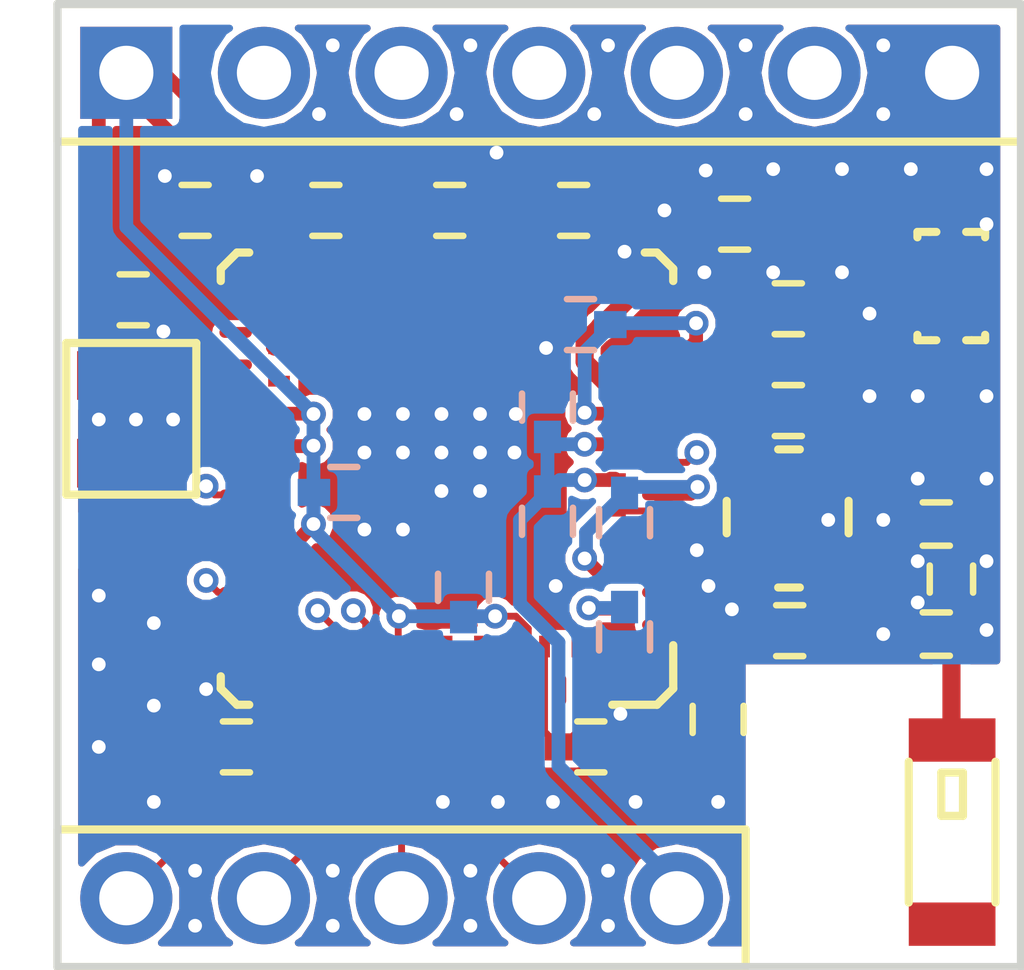
<source format=kicad_pcb>
(kicad_pcb (version 4) (host pcbnew 4.0.5)

  (general
    (links 262)
    (no_connects 97)
    (area 109.228 95.047999 132.8116 113.232001)
    (thickness 1.6)
    (drawings 4)
    (tracks 531)
    (zones 0)
    (modules 31)
    (nets 57)
  )

  (page A4)
  (layers
    (0 F.Cu signal)
    (1 In1.Cu signal hide)
    (2 In2.Cu signal hide)
    (31 B.Cu signal hide)
    (34 B.Paste user)
    (35 F.Paste user)
    (36 B.SilkS user)
    (37 F.SilkS user)
    (38 B.Mask user)
    (39 F.Mask user)
    (44 Edge.Cuts user)
    (47 F.CrtYd user)
  )

  (setup
    (last_trace_width 0.127)
    (trace_clearance 0.127)
    (zone_clearance 0.127)
    (zone_45_only yes)
    (trace_min 0.127)
    (segment_width 0.2)
    (edge_width 0.15)
    (via_size 0.4572)
    (via_drill 0.254)
    (via_min_size 0.4)
    (via_min_drill 0.254)
    (uvia_size 0.3)
    (uvia_drill 0.1)
    (uvias_allowed no)
    (uvia_min_size 0.2)
    (uvia_min_drill 0.1)
    (pcb_text_width 0.3)
    (pcb_text_size 1.5 1.5)
    (mod_edge_width 0.15)
    (mod_text_size 0 0)
    (mod_text_width 0)
    (pad_size 0.399999 0.2)
    (pad_drill 0)
    (pad_to_mask_clearance 0)
    (pad_to_paste_clearance_ratio -0.075)
    (aux_axis_origin 110.49 113.03)
    (grid_origin 110.49 113.03)
    (visible_elements 7FFFF79F)
    (pcbplotparams
      (layerselection 0x00030_80000001)
      (usegerberextensions false)
      (excludeedgelayer true)
      (linewidth 0.100000)
      (plotframeref false)
      (viasonmask false)
      (mode 1)
      (useauxorigin false)
      (hpglpennumber 1)
      (hpglpenspeed 20)
      (hpglpendiameter 15)
      (hpglpenoverlay 2)
      (psnegative false)
      (psa4output false)
      (plotreference true)
      (plotvalue true)
      (plotinvisibletext false)
      (padsonsilk false)
      (subtractmaskfromsilk false)
      (outputformat 1)
      (mirror false)
      (drillshape 1)
      (scaleselection 1)
      (outputdirectory ""))
  )

  (net 0 "")
  (net 1 "Net-(ANT1-Pad2)")
  (net 2 "Net-(ANT1-Pad1)")
  (net 3 "Net-(BPF1-Pad2)")
  (net 4 GND)
  (net 5 "Net-(BPF1-Pad4)")
  (net 6 "Net-(C1-Pad1)")
  (net 7 +1V8)
  (net 8 "Net-(C5-Pad2)")
  (net 9 "Net-(C6-Pad2)")
  (net 10 "Net-(C11-Pad1)")
  (net 11 "Net-(C15-Pad1)")
  (net 12 +BATT)
  (net 13 "Net-(C19-Pad1)")
  (net 14 "Net-(C20-Pad1)")
  (net 15 "Net-(C21-Pad1)")
  (net 16 "Net-(C22-Pad1)")
  (net 17 "Net-(OSC1-Pad3)")
  (net 18 /~nSHUTD)
  (net 19 /HCL_RX)
  (net 20 /AUD_OUT)
  (net 21 /HCI_TX)
  (net 22 /AUD_IN)
  (net 23 /HCI_CTS)
  (net 24 /AUD_FSYNC)
  (net 25 /HCI_RTS)
  (net 26 /AUD_CLK)
  (net 27 "Net-(U1-PadA1)")
  (net 28 "Net-(U1-PadA13)")
  (net 29 "Net-(U1-PadA14)")
  (net 30 "Net-(U1-PadA15)")
  (net 31 "Net-(U1-PadA16)")
  (net 32 "Net-(U1-PadA18)")
  (net 33 "Net-(U1-PadA19)")
  (net 34 "Net-(U1-PadA20)")
  (net 35 "Net-(U1-PadA21)")
  (net 36 "Net-(U1-PadA22)")
  (net 37 "Net-(U1-PadA23)")
  (net 38 "Net-(U1-PadA27)")
  (net 39 "Net-(U1-PadA30)")
  (net 40 "Net-(U1-PadA31)")
  (net 41 "Net-(U1-PadA36)")
  (net 42 "Net-(U1-PadA37)")
  (net 43 "Net-(U1-PadA39)")
  (net 44 "Net-(U1-PadA40)")
  (net 45 "Net-(U1-PadB12)")
  (net 46 "Net-(U1-PadB13)")
  (net 47 "Net-(U1-PadB14)")
  (net 48 "Net-(U1-PadB16)")
  (net 49 "Net-(U1-PadB17)")
  (net 50 "Net-(U1-PadB20)")
  (net 51 "Net-(U1-PadB23)")
  (net 52 "Net-(U1-PadB28)")
  (net 53 "Net-(U1-PadB29)")
  (net 54 "Net-(U1-PadB30)")
  (net 55 "Net-(U1-PadB31)")
  (net 56 "Net-(TP1-Pad1)")

  (net_class Default "This is the default net class."
    (clearance 0.127)
    (trace_width 0.127)
    (via_dia 0.4572)
    (via_drill 0.254)
    (uvia_dia 0.3)
    (uvia_drill 0.1)
    (add_net +1V8)
    (add_net /AUD_CLK)
    (add_net /AUD_FSYNC)
    (add_net /AUD_IN)
    (add_net /AUD_OUT)
    (add_net "Net-(C11-Pad1)")
    (add_net "Net-(C5-Pad2)")
    (add_net "Net-(C6-Pad2)")
    (add_net "Net-(OSC1-Pad3)")
    (add_net "Net-(TP1-Pad1)")
    (add_net "Net-(U1-PadA1)")
    (add_net "Net-(U1-PadA13)")
    (add_net "Net-(U1-PadA14)")
    (add_net "Net-(U1-PadA15)")
    (add_net "Net-(U1-PadA16)")
    (add_net "Net-(U1-PadA18)")
    (add_net "Net-(U1-PadA19)")
    (add_net "Net-(U1-PadA20)")
    (add_net "Net-(U1-PadA21)")
    (add_net "Net-(U1-PadA22)")
    (add_net "Net-(U1-PadA23)")
    (add_net "Net-(U1-PadA27)")
    (add_net "Net-(U1-PadA30)")
    (add_net "Net-(U1-PadA31)")
    (add_net "Net-(U1-PadA36)")
    (add_net "Net-(U1-PadA37)")
    (add_net "Net-(U1-PadA39)")
    (add_net "Net-(U1-PadA40)")
    (add_net "Net-(U1-PadB12)")
    (add_net "Net-(U1-PadB13)")
    (add_net "Net-(U1-PadB14)")
    (add_net "Net-(U1-PadB16)")
    (add_net "Net-(U1-PadB17)")
    (add_net "Net-(U1-PadB20)")
    (add_net "Net-(U1-PadB23)")
    (add_net "Net-(U1-PadB28)")
    (add_net "Net-(U1-PadB29)")
    (add_net "Net-(U1-PadB30)")
    (add_net "Net-(U1-PadB31)")
  )

  (net_class 10thou ""
    (clearance 0.1143)
    (trace_width 0.254)
    (via_dia 0.4572)
    (via_drill 0.254)
    (uvia_dia 0.3)
    (uvia_drill 0.1)
    (add_net +BATT)
    (add_net /HCI_CTS)
    (add_net /HCI_RTS)
    (add_net /HCI_TX)
    (add_net /HCL_RX)
    (add_net /~nSHUTD)
    (add_net GND)
    (add_net "Net-(C15-Pad1)")
    (add_net "Net-(C19-Pad1)")
    (add_net "Net-(C20-Pad1)")
    (add_net "Net-(C21-Pad1)")
    (add_net "Net-(C22-Pad1)")
  )

  (net_class 50ohm ""
    (clearance 0.127)
    (trace_width 0.3345)
    (via_dia 0.4572)
    (via_drill 0.254)
    (uvia_dia 0.3)
    (uvia_drill 0.1)
    (add_net "Net-(ANT1-Pad1)")
    (add_net "Net-(ANT1-Pad2)")
    (add_net "Net-(BPF1-Pad2)")
    (add_net "Net-(BPF1-Pad4)")
    (add_net "Net-(C1-Pad1)")
  )

  (module CC2564 (layer F.Cu) (tedit 58DC6A67) (tstamp 58D5A89E)
    (at 117.6782 104.013 180)
    (path /58A107A1)
    (fp_text reference U1 (at 1.27 5.08 180) (layer F.SilkS)
      (effects (font (size 0 0) (thickness 0.15)))
    )
    (fp_text value CC2564 (at 0 -5.08 180) (layer F.SilkS)
      (effects (font (size 0 0) (thickness 0.15)))
    )
    (fp_line (start 3.65982 3.818021) (end 3.699977 3.914999) (layer Dwgs.User) (width 0.1524))
    (fp_line (start 3.803 -3.674826) (end 3.899977 -3.714984) (layer Dwgs.User) (width 0.1524))
    (fp_line (start -3.833028 3.674842) (end -3.833028 -3.674826) (layer Dwgs.User) (width 0.1524))
    (fp_line (start 4.034978 3.809995) (end 4.034978 -3.810005) (layer Dwgs.User) (width 0.1524))
    (fp_line (start 3.794999 4.05) (end 4.034978 3.809995) (layer Dwgs.User) (width 0.1524))
    (fp_line (start 3.794999 -4.049984) (end 4.034978 -3.810005) (layer Dwgs.User) (width 0.1524))
    (fp_line (start -3.930005 3.714999) (end -3.730005 3.914999) (layer Dwgs.User) (width 0.1524))
    (fp_line (start -3.730005 -3.914983) (end -3.689848 -3.818006) (layer Dwgs.User) (width 0.1524))
    (fp_line (start 3.65982 3.818021) (end 3.803 3.674842) (layer Dwgs.User) (width 0.1524))
    (fp_line (start -3.930005 -3.714984) (end -3.833028 -3.674826) (layer Dwgs.User) (width 0.1524))
    (fp_line (start -3.833028 -3.674826) (end -3.689848 -3.818006) (layer Dwgs.User) (width 0.1524))
    (fp_line (start -4.065006 3.809995) (end -3.825001 4.05) (layer Dwgs.User) (width 0.1524))
    (fp_line (start -3.730005 3.914999) (end 3.699977 3.914999) (layer Dwgs.User) (width 0.1524))
    (fp_line (start -3.825001 4.05) (end 3.794999 4.05) (layer Dwgs.User) (width 0.1524))
    (fp_line (start -3.930005 -3.714984) (end -3.730005 -3.914983) (layer Dwgs.User) (width 0.1524))
    (fp_line (start 3.699977 -3.914983) (end 3.899977 -3.714984) (layer Dwgs.User) (width 0.1524))
    (fp_line (start 3.699977 3.914999) (end 3.899977 3.714999) (layer Dwgs.User) (width 0.1524))
    (fp_line (start 3.65982 -3.818006) (end 3.803 -3.674826) (layer Dwgs.User) (width 0.1524))
    (fp_line (start -3.930005 3.714999) (end -3.833028 3.674842) (layer Dwgs.User) (width 0.1524))
    (fp_line (start -3.833028 3.674842) (end -3.689848 3.818021) (layer Dwgs.User) (width 0.1524))
    (fp_line (start -3.689848 -3.818006) (end 3.65982 -3.818006) (layer Dwgs.User) (width 0.1524))
    (fp_line (start -3.689848 3.818021) (end 3.65982 3.818021) (layer Dwgs.User) (width 0.1524))
    (fp_line (start 3.803 3.674842) (end 3.899977 3.714999) (layer Dwgs.User) (width 0.1524))
    (fp_line (start -3.730005 3.914999) (end -3.689848 3.818021) (layer Dwgs.User) (width 0.1524))
    (fp_line (start 3.803 3.674842) (end 3.803 -3.674826) (layer Dwgs.User) (width 0.1524))
    (fp_line (start -4.065006 -3.810005) (end -3.825001 -4.049984) (layer Dwgs.User) (width 0.1524))
    (fp_line (start -4.065006 3.809995) (end -4.065006 -3.810005) (layer Dwgs.User) (width 0.1524))
    (fp_line (start -3.825001 -4.049984) (end 3.794999 -4.049984) (layer Dwgs.User) (width 0.1524))
    (fp_line (start -3.930005 3.714999) (end -3.930005 -3.714984) (layer Dwgs.User) (width 0.1524))
    (fp_line (start 3.899977 3.714999) (end 3.899977 -3.714984) (layer Dwgs.User) (width 0.1524))
    (fp_line (start -3.730005 -3.914983) (end 3.699977 -3.914983) (layer Dwgs.User) (width 0.1524))
    (fp_line (start 3.65982 -3.818006) (end 3.699977 -3.914983) (layer Dwgs.User) (width 0.1524))
    (fp_line (start -3.874986 -4.175001) (end -3.049999 -4.175001) (layer F.SilkS) (width 0.1524))
    (fp_line (start -4.175001 -3.075) (end -4.175001 -3.875016) (layer F.SilkS) (width 0.1524))
    (fp_line (start -4.175001 -3.875016) (end -3.874986 -4.175001) (layer F.SilkS) (width 0.1524))
    (fp_line (start 3.874986 -4.175001) (end 4.175001 -3.875016) (layer F.SilkS) (width 0.1524))
    (fp_line (start 4.175001 -3.65) (end 4.175001 -3.875016) (layer F.SilkS) (width 0.1524))
    (fp_line (start 3.65 -4.175001) (end 3.874986 -4.175001) (layer F.SilkS) (width 0.1524))
    (fp_line (start 3.65 4.175001) (end 3.874986 4.175001) (layer F.SilkS) (width 0.1524))
    (fp_line (start 4.175001 3.875016) (end 4.175001 3.65) (layer F.SilkS) (width 0.1524))
    (fp_line (start 3.874986 4.175001) (end 4.175001 3.875016) (layer F.SilkS) (width 0.1524))
    (fp_line (start -3.874986 4.175001) (end -3.65 4.175001) (layer F.SilkS) (width 0.1524))
    (fp_line (start -4.175001 3.875016) (end -4.175001 3.65) (layer F.SilkS) (width 0.1524))
    (fp_line (start -4.175001 3.875016) (end -3.874986 4.175001) (layer F.SilkS) (width 0.1524))
    (fp_arc (start -3.111884 -3.085826) (end -2.902067 -3.085826) (angle 180) (layer Dwgs.User) (width 0.1524))
    (fp_arc (start -3.111884 -3.085826) (end -3.3217 -3.085826) (angle 180) (layer Dwgs.User) (width 0.1524))
    (pad EPAD smd rect (at 0.9525 -0.6985 270) (size 1.25 1.4) (layers F.Paste)
      (net 4 GND) (solder_paste_margin_ratio -0.00000001))
    (pad EPAD smd rect (at 0.9525 0.762 270) (size 1.25 1.4) (layers F.Paste)
      (net 4 GND) (solder_paste_margin_ratio -0.00000001))
    (pad EPAD smd rect (at -0.635 -0.6985 270) (size 1.25 1.4) (layers F.Paste)
      (net 4 GND) (solder_paste_margin_ratio -0.00000001))
    (pad A1 smd oval (at -3.9 -2.7 180) (size 0.599999 0.2) (layers F.Cu F.Paste)
      (net 27 "Net-(U1-PadA1)"))
    (pad A1 smd oval (at -3.9 -2.7 180) (size 0.701599 0.3016) (layers F.Mask)
      (net 27 "Net-(U1-PadA1)"))
    (pad A1 smd oval (at -3.9 -2.7 180) (size 0.0254 0.0254) (layers F.Paste)
      (net 27 "Net-(U1-PadA1)"))
    (pad A2 smd oval (at -3.9 -2.100001 180) (size 0.599999 0.2) (layers F.Cu F.Paste)
      (net 10 "Net-(C11-Pad1)"))
    (pad A2 smd oval (at -3.9 -2.100001 180) (size 0.701599 0.3016) (layers F.Mask)
      (net 10 "Net-(C11-Pad1)"))
    (pad A2 smd oval (at -3.9 -2.100001 180) (size 0.0254 0.0254) (layers F.Paste)
      (net 10 "Net-(C11-Pad1)"))
    (pad A3 smd oval (at -3.9 -1.5 180) (size 0.599999 0.2) (layers F.Cu F.Paste)
      (net 10 "Net-(C11-Pad1)"))
    (pad A3 smd oval (at -3.9 -1.5 180) (size 0.701599 0.3016) (layers F.Mask)
      (net 10 "Net-(C11-Pad1)"))
    (pad A3 smd oval (at -3.9 -1.5 180) (size 0.0254 0.0254) (layers F.Paste)
      (net 10 "Net-(C11-Pad1)"))
    (pad A4 smd oval (at -3.9 -0.900001 180) (size 0.599999 0.2) (layers F.Cu F.Paste)
      (net 9 "Net-(C6-Pad2)"))
    (pad A4 smd oval (at -3.9 -0.900001 180) (size 0.701599 0.3016) (layers F.Mask)
      (net 9 "Net-(C6-Pad2)"))
    (pad A4 smd oval (at -3.9 -0.900001 180) (size 0.0254 0.0254) (layers F.Paste)
      (net 9 "Net-(C6-Pad2)"))
    (pad A5 smd oval (at -3.9 -0.299999 180) (size 0.599999 0.2) (layers F.Cu F.Paste)
      (net 11 "Net-(C15-Pad1)"))
    (pad A5 smd oval (at -3.9 -0.299999 180) (size 0.701599 0.3016) (layers F.Mask)
      (net 11 "Net-(C15-Pad1)"))
    (pad A5 smd oval (at -3.9 -0.299999 180) (size 0.0254 0.0254) (layers F.Paste)
      (net 11 "Net-(C15-Pad1)"))
    (pad A6 smd oval (at -3.9 0.299999 180) (size 0.599999 0.2) (layers F.Cu F.Paste)
      (net 18 /~nSHUTD))
    (pad A6 smd oval (at -3.9 0.299999 180) (size 0.701599 0.3016) (layers F.Mask)
      (net 18 /~nSHUTD))
    (pad A6 smd oval (at -3.9 0.299999 180) (size 0.0254 0.0254) (layers F.Paste)
      (net 18 /~nSHUTD))
    (pad A7 smd oval (at -3.9 0.900001 180) (size 0.599999 0.2) (layers F.Cu F.Paste)
      (net 16 "Net-(C22-Pad1)"))
    (pad A7 smd oval (at -3.9 0.900001 180) (size 0.701599 0.3016) (layers F.Mask)
      (net 16 "Net-(C22-Pad1)"))
    (pad A7 smd oval (at -3.9 0.900001 180) (size 0.0254 0.0254) (layers F.Paste)
      (net 16 "Net-(C22-Pad1)"))
    (pad A8 smd oval (at -3.9 1.5 180) (size 0.599999 0.2) (layers F.Cu F.Paste)
      (net 15 "Net-(C21-Pad1)"))
    (pad A8 smd oval (at -3.9 1.5 180) (size 0.701599 0.3016) (layers F.Mask)
      (net 15 "Net-(C21-Pad1)"))
    (pad A8 smd oval (at -3.9 1.5 180) (size 0.0254 0.0254) (layers F.Paste)
      (net 15 "Net-(C21-Pad1)"))
    (pad A9 smd oval (at -3.9 2.100001 180) (size 0.599999 0.2) (layers F.Cu F.Paste)
      (net 11 "Net-(C15-Pad1)"))
    (pad A9 smd oval (at -3.9 2.100001 180) (size 0.701599 0.3016) (layers F.Mask)
      (net 11 "Net-(C15-Pad1)"))
    (pad A9 smd oval (at -3.9 2.100001 180) (size 0.0254 0.0254) (layers F.Paste)
      (net 11 "Net-(C15-Pad1)"))
    (pad A10 smd oval (at -3.9 2.7 180) (size 0.599999 0.2) (layers F.Cu F.Paste)
      (net 4 GND))
    (pad A10 smd oval (at -3.9 2.7 180) (size 0.701599 0.3016) (layers F.Mask)
      (net 4 GND))
    (pad A10 smd oval (at -3.9 2.7 180) (size 0.0254 0.0254) (layers F.Paste)
      (net 4 GND))
    (pad A11 smd oval (at -2.700002 3.9 270) (size 0.599999 0.2) (layers F.Cu F.Paste)
      (net 4 GND))
    (pad A11 smd oval (at -2.700002 3.9 270) (size 0.701599 0.3016) (layers F.Mask)
      (net 4 GND))
    (pad A11 smd oval (at -2.700002 3.9 270) (size 0.0254 0.0254) (layers F.Paste)
      (net 4 GND))
    (pad A12 smd oval (at -2.100001 3.9 270) (size 0.599999 0.2) (layers F.Cu F.Paste)
      (net 13 "Net-(C19-Pad1)"))
    (pad A12 smd oval (at -2.100001 3.9 270) (size 0.701599 0.3016) (layers F.Mask)
      (net 13 "Net-(C19-Pad1)"))
    (pad A12 smd oval (at -2.100001 3.9 270) (size 0.0254 0.0254) (layers F.Paste)
      (net 13 "Net-(C19-Pad1)"))
    (pad A13 smd oval (at -1.500002 3.9 270) (size 0.599999 0.2) (layers F.Cu F.Paste)
      (net 28 "Net-(U1-PadA13)"))
    (pad A13 smd oval (at -1.500002 3.9 270) (size 0.701599 0.3016) (layers F.Mask)
      (net 28 "Net-(U1-PadA13)"))
    (pad A13 smd oval (at -1.500002 3.9 270) (size 0.0254 0.0254) (layers F.Paste)
      (net 28 "Net-(U1-PadA13)"))
    (pad A14 smd oval (at -0.900001 3.9 270) (size 0.599999 0.2) (layers F.Cu F.Paste)
      (net 29 "Net-(U1-PadA14)"))
    (pad A14 smd oval (at -0.900001 3.9 270) (size 0.701599 0.3016) (layers F.Mask)
      (net 29 "Net-(U1-PadA14)"))
    (pad A14 smd oval (at -0.900001 3.9 270) (size 0.0254 0.0254) (layers F.Paste)
      (net 29 "Net-(U1-PadA14)"))
    (pad A15 smd oval (at -0.300002 3.9 270) (size 0.599999 0.2) (layers F.Cu F.Paste)
      (net 30 "Net-(U1-PadA15)"))
    (pad A15 smd oval (at -0.300002 3.9 270) (size 0.701599 0.3016) (layers F.Mask)
      (net 30 "Net-(U1-PadA15)"))
    (pad A15 smd oval (at -0.300002 3.9 270) (size 0.0254 0.0254) (layers F.Paste)
      (net 30 "Net-(U1-PadA15)"))
    (pad A16 smd oval (at 0.299999 3.9 270) (size 0.599999 0.2) (layers F.Cu F.Paste)
      (net 31 "Net-(U1-PadA16)"))
    (pad A16 smd oval (at 0.299999 3.9 270) (size 0.701599 0.3016) (layers F.Mask)
      (net 31 "Net-(U1-PadA16)"))
    (pad A16 smd oval (at 0.299999 3.9 270) (size 0.0254 0.0254) (layers F.Paste)
      (net 31 "Net-(U1-PadA16)"))
    (pad A17 smd oval (at 0.899998 3.9 270) (size 0.599999 0.2) (layers F.Cu F.Paste)
      (net 7 +1V8))
    (pad A17 smd oval (at 0.899998 3.9 270) (size 0.701599 0.3016) (layers F.Mask)
      (net 7 +1V8))
    (pad A17 smd oval (at 0.899998 3.9 270) (size 0.0254 0.0254) (layers F.Paste)
      (net 7 +1V8))
    (pad A18 smd oval (at 1.5 3.9 270) (size 0.599999 0.2) (layers F.Cu F.Paste)
      (net 32 "Net-(U1-PadA18)"))
    (pad A18 smd oval (at 1.5 3.9 270) (size 0.701599 0.3016) (layers F.Mask)
      (net 32 "Net-(U1-PadA18)"))
    (pad A18 smd oval (at 1.5 3.9 270) (size 0.0254 0.0254) (layers F.Paste)
      (net 32 "Net-(U1-PadA18)"))
    (pad A19 smd oval (at 2.099998 3.9 270) (size 0.599999 0.2) (layers F.Cu F.Paste)
      (net 33 "Net-(U1-PadA19)"))
    (pad A19 smd oval (at 2.099998 3.9 270) (size 0.701599 0.3016) (layers F.Mask)
      (net 33 "Net-(U1-PadA19)"))
    (pad A19 smd oval (at 2.099998 3.9 270) (size 0.0254 0.0254) (layers F.Paste)
      (net 33 "Net-(U1-PadA19)"))
    (pad A20 smd oval (at 2.7 3.9 270) (size 0.599999 0.2) (layers F.Cu F.Paste)
      (net 34 "Net-(U1-PadA20)"))
    (pad A20 smd oval (at 2.7 3.9 270) (size 0.701599 0.3016) (layers F.Mask)
      (net 34 "Net-(U1-PadA20)"))
    (pad A20 smd oval (at 2.7 3.9 270) (size 0.0254 0.0254) (layers F.Paste)
      (net 34 "Net-(U1-PadA20)"))
    (pad A21 smd oval (at 3.9 2.7 180) (size 0.599999 0.2) (layers F.Cu F.Paste)
      (net 35 "Net-(U1-PadA21)"))
    (pad A21 smd oval (at 3.9 2.7 180) (size 0.701599 0.3016) (layers F.Mask)
      (net 35 "Net-(U1-PadA21)"))
    (pad A21 smd oval (at 3.9 2.7 180) (size 0.0254 0.0254) (layers F.Paste)
      (net 35 "Net-(U1-PadA21)"))
    (pad A22 smd oval (at 3.9 2.099998 180) (size 0.599999 0.2) (layers F.Cu F.Paste)
      (net 36 "Net-(U1-PadA22)"))
    (pad A22 smd oval (at 3.9 2.099998 180) (size 0.701599 0.3016) (layers F.Mask)
      (net 36 "Net-(U1-PadA22)"))
    (pad A22 smd oval (at 3.9 2.099998 180) (size 0.0254 0.0254) (layers F.Paste)
      (net 36 "Net-(U1-PadA22)"))
    (pad A23 smd oval (at 3.9 1.5 180) (size 0.599999 0.2) (layers F.Cu F.Paste)
      (net 37 "Net-(U1-PadA23)"))
    (pad A23 smd oval (at 3.9 1.5 180) (size 0.701599 0.3016) (layers F.Mask)
      (net 37 "Net-(U1-PadA23)"))
    (pad A23 smd oval (at 3.9 1.5 180) (size 0.0254 0.0254) (layers F.Paste)
      (net 37 "Net-(U1-PadA23)"))
    (pad A24 smd oval (at 3.9 0.899998 180) (size 0.599999 0.2) (layers F.Cu F.Paste)
      (net 4 GND))
    (pad A24 smd oval (at 3.9 0.899998 180) (size 0.701599 0.3016) (layers F.Mask)
      (net 4 GND))
    (pad A24 smd oval (at 3.9 0.899998 180) (size 0.0254 0.0254) (layers F.Paste)
      (net 4 GND))
    (pad A25 smd oval (at 3.9 0.299999 180) (size 0.599999 0.2) (layers F.Cu F.Paste)
      (net 17 "Net-(OSC1-Pad3)"))
    (pad A25 smd oval (at 3.9 0.299999 180) (size 0.701599 0.3016) (layers F.Mask)
      (net 17 "Net-(OSC1-Pad3)"))
    (pad A25 smd oval (at 3.9 0.299999 180) (size 0.0254 0.0254) (layers F.Paste)
      (net 17 "Net-(OSC1-Pad3)"))
    (pad A26 smd oval (at 3.9 -0.300002 180) (size 0.599999 0.2) (layers F.Cu F.Paste)
      (net 19 /HCL_RX))
    (pad A26 smd oval (at 3.9 -0.300002 180) (size 0.701599 0.3016) (layers F.Mask)
      (net 19 /HCL_RX))
    (pad A26 smd oval (at 3.9 -0.300002 180) (size 0.0254 0.0254) (layers F.Paste)
      (net 19 /HCL_RX))
    (pad A27 smd oval (at 3.9 -0.900001 180) (size 0.599999 0.2) (layers F.Cu F.Paste)
      (net 38 "Net-(U1-PadA27)"))
    (pad A27 smd oval (at 3.9 -0.900001 180) (size 0.701599 0.3016) (layers F.Mask)
      (net 38 "Net-(U1-PadA27)"))
    (pad A27 smd oval (at 3.9 -0.900001 180) (size 0.0254 0.0254) (layers F.Paste)
      (net 38 "Net-(U1-PadA27)"))
    (pad A28 smd oval (at 3.9 -1.500002 180) (size 0.599999 0.2) (layers F.Cu F.Paste)
      (net 4 GND))
    (pad A28 smd oval (at 3.9 -1.500002 180) (size 0.701599 0.3016) (layers F.Mask)
      (net 4 GND))
    (pad A28 smd oval (at 3.9 -1.500002 180) (size 0.0254 0.0254) (layers F.Paste)
      (net 4 GND))
    (pad A29 smd oval (at 3.9 -2.100001 180) (size 0.599999 0.2) (layers F.Cu F.Paste)
      (net 23 /HCI_CTS))
    (pad A29 smd oval (at 3.9 -2.100001 180) (size 0.701599 0.3016) (layers F.Mask)
      (net 23 /HCI_CTS))
    (pad A29 smd oval (at 3.9 -2.100001 180) (size 0.0254 0.0254) (layers F.Paste)
      (net 23 /HCI_CTS))
    (pad A30 smd oval (at 3.9 -2.700002 180) (size 0.599999 0.2) (layers F.Cu F.Paste)
      (net 39 "Net-(U1-PadA30)"))
    (pad A30 smd oval (at 3.9 -2.700002 180) (size 0.701599 0.3016) (layers F.Mask)
      (net 39 "Net-(U1-PadA30)"))
    (pad A30 smd oval (at 3.9 -2.700002 180) (size 0.0254 0.0254) (layers F.Paste)
      (net 39 "Net-(U1-PadA30)"))
    (pad A31 smd oval (at 2.7 -3.9 270) (size 0.599999 0.2) (layers F.Cu F.Paste)
      (net 40 "Net-(U1-PadA31)"))
    (pad A31 smd oval (at 2.7 -3.9 270) (size 0.701599 0.3016) (layers F.Mask)
      (net 40 "Net-(U1-PadA31)"))
    (pad A31 smd oval (at 2.7 -3.9 270) (size 0.0254 0.0254) (layers F.Paste)
      (net 40 "Net-(U1-PadA31)"))
    (pad A32 smd oval (at 2.099998 -3.9 270) (size 0.599999 0.2) (layers F.Cu F.Paste)
      (net 25 /HCI_RTS))
    (pad A32 smd oval (at 2.099998 -3.9 270) (size 0.701599 0.3016) (layers F.Mask)
      (net 25 /HCI_RTS))
    (pad A32 smd oval (at 2.099998 -3.9 270) (size 0.0254 0.0254) (layers F.Paste)
      (net 25 /HCI_RTS))
    (pad A33 smd oval (at 1.5 -3.9 270) (size 0.599999 0.2) (layers F.Cu F.Paste)
      (net 21 /HCI_TX))
    (pad A33 smd oval (at 1.5 -3.9 270) (size 0.701599 0.3016) (layers F.Mask)
      (net 21 /HCI_TX))
    (pad A33 smd oval (at 1.5 -3.9 270) (size 0.0254 0.0254) (layers F.Paste)
      (net 21 /HCI_TX))
    (pad A34 smd oval (at 0.899998 -3.9 270) (size 0.599999 0.2) (layers F.Cu F.Paste)
      (net 7 +1V8))
    (pad A34 smd oval (at 0.899998 -3.9 270) (size 0.701599 0.3016) (layers F.Mask)
      (net 7 +1V8))
    (pad A34 smd oval (at 0.899998 -3.9 270) (size 0.0254 0.0254) (layers F.Paste)
      (net 7 +1V8))
    (pad A35 smd oval (at 0.299999 -3.9 270) (size 0.599999 0.2) (layers F.Cu F.Paste)
      (net 24 /AUD_FSYNC))
    (pad A35 smd oval (at 0.299999 -3.9 270) (size 0.701599 0.3016) (layers F.Mask)
      (net 24 /AUD_FSYNC))
    (pad A35 smd oval (at 0.299999 -3.9 270) (size 0.0254 0.0254) (layers F.Paste)
      (net 24 /AUD_FSYNC))
    (pad A36 smd oval (at -0.300002 -3.9 270) (size 0.599999 0.2) (layers F.Cu F.Paste)
      (net 41 "Net-(U1-PadA36)"))
    (pad A36 smd oval (at -0.300002 -3.9 270) (size 0.701599 0.3016) (layers F.Mask)
      (net 41 "Net-(U1-PadA36)"))
    (pad A36 smd oval (at -0.300002 -3.9 270) (size 0.0254 0.0254) (layers F.Paste)
      (net 41 "Net-(U1-PadA36)"))
    (pad A37 smd oval (at -0.900001 -3.9 270) (size 0.599999 0.2) (layers F.Cu F.Paste)
      (net 42 "Net-(U1-PadA37)"))
    (pad A37 smd oval (at -0.900001 -3.9 270) (size 0.701599 0.3016) (layers F.Mask)
      (net 42 "Net-(U1-PadA37)"))
    (pad A37 smd oval (at -0.900001 -3.9 270) (size 0.0254 0.0254) (layers F.Paste)
      (net 42 "Net-(U1-PadA37)"))
    (pad A38 smd oval (at -1.500002 -3.9 270) (size 0.599999 0.2) (layers F.Cu F.Paste)
      (net 7 +1V8))
    (pad A38 smd oval (at -1.500002 -3.9 270) (size 0.701599 0.3016) (layers F.Mask)
      (net 7 +1V8))
    (pad A38 smd oval (at -1.500002 -3.9 270) (size 0.0254 0.0254) (layers F.Paste)
      (net 7 +1V8))
    (pad A39 smd oval (at -2.100001 -3.9 270) (size 0.599999 0.2) (layers F.Cu F.Paste)
      (net 43 "Net-(U1-PadA39)"))
    (pad A39 smd oval (at -2.100001 -3.9 270) (size 0.701599 0.3016) (layers F.Mask)
      (net 43 "Net-(U1-PadA39)"))
    (pad A39 smd oval (at -2.100001 -3.9 270) (size 0.0254 0.0254) (layers F.Paste)
      (net 43 "Net-(U1-PadA39)"))
    (pad A40 smd oval (at -2.700002 -3.9 270) (size 0.599999 0.2) (layers F.Cu F.Paste)
      (net 44 "Net-(U1-PadA40)"))
    (pad A40 smd oval (at -2.700002 -3.9 270) (size 0.701599 0.3016) (layers F.Mask)
      (net 44 "Net-(U1-PadA40)"))
    (pad A40 smd oval (at -2.700002 -3.9 270) (size 0.0254 0.0254) (layers F.Paste)
      (net 44 "Net-(U1-PadA40)"))
    (pad B1 smd rect (at -3.099999 -2.4 180) (size 0.399999 0.2) (layers F.Cu F.Paste)
      (net 14 "Net-(C20-Pad1)"))
    (pad B1 smd rect (at -3.099999 -2.4 180) (size 0.501599 0.3016) (layers F.Mask)
      (net 14 "Net-(C20-Pad1)"))
    (pad B1 smd rect (at -3.099999 -2.4 180) (size 0.0254 0.0254) (layers F.Paste)
      (net 14 "Net-(C20-Pad1)"))
    (pad B2 smd rect (at -3.099999 -1.800001 180) (size 0.399999 0.2) (layers F.Cu F.Paste)
      (net 11 "Net-(C15-Pad1)"))
    (pad B2 smd rect (at -3.099999 -1.800001 180) (size 0.501599 0.3016) (layers F.Mask)
      (net 11 "Net-(C15-Pad1)"))
    (pad B2 smd rect (at -3.099999 -1.800001 180) (size 0.0254 0.0254) (layers F.Paste)
      (net 11 "Net-(C15-Pad1)"))
    (pad B3 smd rect (at -3.099999 -1.2 180) (size 0.399999 0.2) (layers F.Cu F.Paste)
      (net 4 GND))
    (pad B3 smd rect (at -3.099999 -1.2 180) (size 0.501599 0.3016) (layers F.Mask)
      (net 4 GND))
    (pad B3 smd rect (at -3.099999 -1.2 180) (size 0.0254 0.0254) (layers F.Paste)
      (net 4 GND))
    (pad B4 smd rect (at -3.099999 -0.600001 180) (size 0.399999 0.2) (layers F.Cu F.Paste)
      (net 8 "Net-(C5-Pad2)"))
    (pad B4 smd rect (at -3.099999 -0.600001 180) (size 0.501599 0.3016) (layers F.Mask)
      (net 8 "Net-(C5-Pad2)"))
    (pad B4 smd rect (at -3.099999 -0.600001 180) (size 0.0254 0.0254) (layers F.Paste)
      (net 8 "Net-(C5-Pad2)"))
    (pad B5 smd rect (at -3.099999 0 180) (size 0.399999 0.2) (layers F.Cu F.Paste)
      (net 12 +BATT))
    (pad B5 smd rect (at -3.099999 0 180) (size 0.501599 0.3016) (layers F.Mask)
      (net 12 +BATT))
    (pad B5 smd rect (at -3.099999 0 180) (size 0.0254 0.0254) (layers F.Paste)
      (net 12 +BATT))
    (pad B6 smd rect (at -3.099999 0.599999 180) (size 0.399999 0.2) (layers F.Cu F.Paste)
      (net 12 +BATT))
    (pad B6 smd rect (at -3.099999 0.599999 180) (size 0.501599 0.3016) (layers F.Mask)
      (net 12 +BATT))
    (pad B6 smd rect (at -3.099999 0.599999 180) (size 0.0254 0.0254) (layers F.Paste)
      (net 12 +BATT))
    (pad B7 smd rect (at -3.099999 1.2 180) (size 0.399999 0.2) (layers F.Cu F.Paste)
      (net 11 "Net-(C15-Pad1)"))
    (pad B7 smd rect (at -3.099999 1.2 180) (size 0.501599 0.3016) (layers F.Mask)
      (net 11 "Net-(C15-Pad1)"))
    (pad B7 smd rect (at -3.099999 1.2 180) (size 0.0254 0.0254) (layers F.Paste)
      (net 11 "Net-(C15-Pad1)"))
    (pad B8 smd rect (at -3.099999 1.799999 180) (size 0.399999 0.2) (layers F.Cu F.Paste)
      (net 6 "Net-(C1-Pad1)"))
    (pad B8 smd rect (at -3.099999 1.799999 180) (size 0.501599 0.3016) (layers F.Mask)
      (net 6 "Net-(C1-Pad1)"))
    (pad B8 smd rect (at -3.099999 1.799999 180) (size 0.0254 0.0254) (layers F.Paste)
      (net 6 "Net-(C1-Pad1)"))
    (pad B9 smd rect (at -3.099999 2.4 180) (size 0.399999 0.2) (layers F.Cu F.Paste)
      (net 4 GND))
    (pad B9 smd rect (at -3.099999 2.4 180) (size 0.501599 0.3016) (layers F.Mask)
      (net 4 GND))
    (pad B9 smd rect (at -3.099999 2.4 180) (size 0.0254 0.0254) (layers F.Paste)
      (net 4 GND))
    (pad B10 smd rect (at -2.4 3.099999 270) (size 0.399999 0.2) (layers F.Cu F.Paste)
      (net 4 GND))
    (pad B10 smd rect (at -2.4 3.099999 270) (size 0.501599 0.3016) (layers F.Mask)
      (net 4 GND))
    (pad B10 smd rect (at -2.4 3.099999 270) (size 0.0254 0.0254) (layers F.Paste)
      (net 4 GND))
    (pad B11 smd rect (at -1.800001 3.099999 270) (size 0.399999 0.2) (layers F.Cu F.Paste)
      (net 4 GND))
    (pad B11 smd rect (at -1.800001 3.099999 270) (size 0.501599 0.3016) (layers F.Mask)
      (net 4 GND))
    (pad B11 smd rect (at -1.800001 3.099999 270) (size 0.0254 0.0254) (layers F.Paste)
      (net 4 GND))
    (pad B12 smd rect (at -1.2 3.099999 270) (size 0.399999 0.2) (layers F.Cu F.Paste)
      (net 45 "Net-(U1-PadB12)"))
    (pad B12 smd rect (at -1.2 3.099999 270) (size 0.501599 0.3016) (layers F.Mask)
      (net 45 "Net-(U1-PadB12)"))
    (pad B12 smd rect (at -1.2 3.099999 270) (size 0.0254 0.0254) (layers F.Paste)
      (net 45 "Net-(U1-PadB12)"))
    (pad B13 smd rect (at -0.600001 3.099999 270) (size 0.399999 0.2) (layers F.Cu F.Paste)
      (net 46 "Net-(U1-PadB13)"))
    (pad B13 smd rect (at -0.600001 3.099999 270) (size 0.501599 0.3016) (layers F.Mask)
      (net 46 "Net-(U1-PadB13)"))
    (pad B13 smd rect (at -0.600001 3.099999 270) (size 0.0254 0.0254) (layers F.Paste)
      (net 46 "Net-(U1-PadB13)"))
    (pad B14 smd rect (at 0 3.099999 270) (size 0.399999 0.2) (layers F.Cu F.Paste)
      (net 47 "Net-(U1-PadB14)"))
    (pad B14 smd rect (at 0 3.099999 270) (size 0.501599 0.3016) (layers F.Mask)
      (net 47 "Net-(U1-PadB14)"))
    (pad B14 smd rect (at 0 3.099999 270) (size 0.0254 0.0254) (layers F.Paste)
      (net 47 "Net-(U1-PadB14)"))
    (pad B15 smd rect (at 0.599999 3.099999 270) (size 0.399999 0.2) (layers F.Cu F.Paste)
      (net 10 "Net-(C11-Pad1)"))
    (pad B15 smd rect (at 0.599999 3.099999 270) (size 0.501599 0.3016) (layers F.Mask)
      (net 10 "Net-(C11-Pad1)"))
    (pad B15 smd rect (at 0.599999 3.099999 270) (size 0.0254 0.0254) (layers F.Paste)
      (net 10 "Net-(C11-Pad1)"))
    (pad B16 smd rect (at 1.2 3.099999 270) (size 0.399999 0.2) (layers F.Cu F.Paste)
      (net 48 "Net-(U1-PadB16)"))
    (pad B16 smd rect (at 1.2 3.099999 270) (size 0.501599 0.3016) (layers F.Mask)
      (net 48 "Net-(U1-PadB16)"))
    (pad B16 smd rect (at 1.2 3.099999 270) (size 0.0254 0.0254) (layers F.Paste)
      (net 48 "Net-(U1-PadB16)"))
    (pad B17 smd rect (at 1.799999 3.099999 270) (size 0.399999 0.2) (layers F.Cu F.Paste)
      (net 49 "Net-(U1-PadB17)"))
    (pad B17 smd rect (at 1.799999 3.099999 270) (size 0.501599 0.3016) (layers F.Mask)
      (net 49 "Net-(U1-PadB17)"))
    (pad B17 smd rect (at 1.799999 3.099999 270) (size 0.0254 0.0254) (layers F.Paste)
      (net 49 "Net-(U1-PadB17)"))
    (pad B18 smd rect (at 2.4 3.099999 270) (size 0.399999 0.2) (layers F.Cu F.Paste)
      (net 7 +1V8))
    (pad B18 smd rect (at 2.4 3.099999 270) (size 0.501599 0.3016) (layers F.Mask)
      (net 7 +1V8))
    (pad B18 smd rect (at 2.4 3.099999 270) (size 0.0254 0.0254) (layers F.Paste)
      (net 7 +1V8))
    (pad B19 smd rect (at 3.099999 2.4 180) (size 0.399999 0.2) (layers F.Cu F.Paste)
      (net 7 +1V8))
    (pad B19 smd rect (at 3.099999 2.4 180) (size 0.501599 0.3016) (layers F.Mask)
      (net 7 +1V8))
    (pad B19 smd rect (at 3.099999 2.4 180) (size 0.0254 0.0254) (layers F.Paste)
      (net 7 +1V8))
    (pad B20 smd rect (at 3.099999 1.800001 180) (size 0.399999 0.2) (layers F.Cu F.Paste)
      (net 50 "Net-(U1-PadB20)"))
    (pad B20 smd rect (at 3.099999 1.800001 180) (size 0.501599 0.3016) (layers F.Mask)
      (net 50 "Net-(U1-PadB20)"))
    (pad B20 smd rect (at 3.099999 1.800001 180) (size 0.0254 0.0254) (layers F.Paste)
      (net 50 "Net-(U1-PadB20)"))
    (pad B21 smd rect (at 3.099999 1.2 180) (size 0.399999 0.2) (layers F.Cu F.Paste)
      (net 7 +1V8))
    (pad B21 smd rect (at 3.099999 1.2 180) (size 0.501599 0.3016) (layers F.Mask)
      (net 7 +1V8))
    (pad B21 smd rect (at 3.099999 1.2 180) (size 0.0254 0.0254) (layers F.Paste)
      (net 7 +1V8))
    (pad B22 smd rect (at 3.099999 0.600001 180) (size 0.399999 0.2) (layers F.Cu F.Paste)
      (net 7 +1V8))
    (pad B22 smd rect (at 3.099999 0.600001 180) (size 0.501599 0.3016) (layers F.Mask)
      (net 7 +1V8))
    (pad B22 smd rect (at 3.099999 0.600001 180) (size 0.0254 0.0254) (layers F.Paste)
      (net 7 +1V8))
    (pad B23 smd rect (at 3.099999 0 180) (size 0.399999 0.2) (layers F.Cu F.Paste)
      (net 51 "Net-(U1-PadB23)"))
    (pad B23 smd rect (at 3.099999 0 180) (size 0.501599 0.3016) (layers F.Mask)
      (net 51 "Net-(U1-PadB23)"))
    (pad B23 smd rect (at 3.099999 0 180) (size 0.0254 0.0254) (layers F.Paste)
      (net 51 "Net-(U1-PadB23)"))
    (pad B24 smd rect (at 3.099999 -0.599999 180) (size 0.399999 0.2) (layers F.Cu F.Paste)
      (net 56 "Net-(TP1-Pad1)"))
    (pad B24 smd rect (at 3.099999 -0.599999 180) (size 0.501599 0.3016) (layers F.Mask)
      (net 56 "Net-(TP1-Pad1)"))
    (pad B24 smd rect (at 3.099999 -0.599999 180) (size 0.0254 0.0254) (layers F.Paste)
      (net 56 "Net-(TP1-Pad1)"))
    (pad B25 smd rect (at 3.099999 -1.2 180) (size 0.399999 0.2) (layers F.Cu F.Paste)
      (net 7 +1V8))
    (pad B25 smd rect (at 3.099999 -1.2 180) (size 0.501599 0.3016) (layers F.Mask)
      (net 7 +1V8))
    (pad B25 smd rect (at 3.099999 -1.2 180) (size 0.0254 0.0254) (layers F.Paste)
      (net 7 +1V8))
    (pad B26 smd rect (at 3.099999 -1.799999 180) (size 0.399999 0.2) (layers F.Cu F.Paste)
      (net 10 "Net-(C11-Pad1)"))
    (pad B26 smd rect (at 3.099999 -1.799999 180) (size 0.501599 0.3016) (layers F.Mask)
      (net 10 "Net-(C11-Pad1)"))
    (pad B26 smd rect (at 3.099999 -1.799999 180) (size 0.0254 0.0254) (layers F.Paste)
      (net 10 "Net-(C11-Pad1)"))
    (pad B27 smd rect (at 3.099999 -2.4 180) (size 0.399999 0.2) (layers F.Cu F.Paste)
      (net 10 "Net-(C11-Pad1)"))
    (pad B27 smd rect (at 3.099999 -2.4 180) (size 0.501599 0.3016) (layers F.Mask)
      (net 10 "Net-(C11-Pad1)"))
    (pad B27 smd rect (at 3.099999 -2.4 180) (size 0.0254 0.0254) (layers F.Paste)
      (net 10 "Net-(C11-Pad1)"))
    (pad B28 smd rect (at 2.4 -3.099999 270) (size 0.399999 0.2) (layers F.Cu F.Paste)
      (net 52 "Net-(U1-PadB28)"))
    (pad B28 smd rect (at 2.4 -3.099999 270) (size 0.501599 0.3016) (layers F.Mask)
      (net 52 "Net-(U1-PadB28)"))
    (pad B28 smd rect (at 2.4 -3.099999 270) (size 0.0254 0.0254) (layers F.Paste)
      (net 52 "Net-(U1-PadB28)"))
    (pad B29 smd rect (at 1.800001 -3.099999 270) (size 0.399999 0.2) (layers F.Cu F.Paste)
      (net 53 "Net-(U1-PadB29)"))
    (pad B29 smd rect (at 1.800001 -3.099999 270) (size 0.501599 0.3016) (layers F.Mask)
      (net 53 "Net-(U1-PadB29)"))
    (pad B29 smd rect (at 1.800001 -3.099999 270) (size 0.0254 0.0254) (layers F.Paste)
      (net 53 "Net-(U1-PadB29)"))
    (pad B30 smd rect (at 1.2 -3.099999 270) (size 0.399999 0.2) (layers F.Cu F.Paste)
      (net 54 "Net-(U1-PadB30)"))
    (pad B30 smd rect (at 1.2 -3.099999 270) (size 0.501599 0.3016) (layers F.Mask)
      (net 54 "Net-(U1-PadB30)"))
    (pad B30 smd rect (at 1.2 -3.099999 270) (size 0.0254 0.0254) (layers F.Paste)
      (net 54 "Net-(U1-PadB30)"))
    (pad B31 smd rect (at 0.600001 -3.099999 270) (size 0.399999 0.2) (layers F.Cu F.Paste)
      (net 55 "Net-(U1-PadB31)"))
    (pad B31 smd rect (at 0.600001 -3.099999 270) (size 0.501599 0.3016) (layers F.Mask)
      (net 55 "Net-(U1-PadB31)"))
    (pad B31 smd rect (at 0.600001 -3.099999 270) (size 0.0254 0.0254) (layers F.Paste)
      (net 55 "Net-(U1-PadB31)"))
    (pad B32 smd rect (at 0 -3.099999 270) (size 0.399999 0.2) (layers F.Cu F.Paste)
      (net 26 /AUD_CLK))
    (pad B32 smd rect (at 0 -3.099999 270) (size 0.501599 0.3016) (layers F.Mask)
      (net 26 /AUD_CLK))
    (pad B33 smd rect (at -0.599999 -3.099999 270) (size 0.399999 0.2) (layers F.Cu F.Paste)
      (net 20 /AUD_OUT))
    (pad B33 smd rect (at -0.599999 -3.099999 270) (size 0.501599 0.3016) (layers F.Mask)
      (net 20 /AUD_OUT))
    (pad B33 smd rect (at -0.599999 -3.099999 270) (size 0.0254 0.0254) (layers F.Paste)
      (net 20 /AUD_OUT))
    (pad B34 smd rect (at -1.2 -3.099999 270) (size 0.399999 0.2) (layers F.Cu F.Paste)
      (net 22 /AUD_IN))
    (pad B34 smd rect (at -1.2 -3.099999 270) (size 0.501599 0.3016) (layers F.Mask)
      (net 22 /AUD_IN))
    (pad B34 smd rect (at -1.2 -3.099999 270) (size 0.0254 0.0254) (layers F.Paste)
      (net 22 /AUD_IN))
    (pad B35 smd rect (at -1.799999 -3.099999 270) (size 0.399999 0.2) (layers F.Cu F.Paste)
      (net 10 "Net-(C11-Pad1)"))
    (pad B35 smd rect (at -1.799999 -3.099999 270) (size 0.501599 0.3016) (layers F.Mask)
      (net 10 "Net-(C11-Pad1)"))
    (pad B35 smd rect (at -1.799999 -3.099999 270) (size 0.0254 0.0254) (layers F.Paste)
      (net 10 "Net-(C11-Pad1)"))
    (pad B36 smd rect (at -2.4 -3.099999 270) (size 0.399999 0.2) (layers F.Cu F.Paste)
      (net 10 "Net-(C11-Pad1)"))
    (pad B36 smd rect (at -2.4 -3.099999 270) (size 0.501599 0.3016) (layers F.Mask)
      (net 10 "Net-(C11-Pad1)"))
    (pad B36 smd rect (at -2.4 -3.099999 270) (size 0.0254 0.0254) (layers F.Paste)
      (net 10 "Net-(C11-Pad1)"))
    (pad EPAD smd rect (at 0.17 0 270) (size 2.999999 3.300001) (layers F.Cu)
      (net 4 GND))
    (pad EPAD smd rect (at 0.17 0 270) (size 3.101599 3.401601) (layers F.Mask)
      (net 4 GND))
    (pad EPAD smd rect (at -0.635 0.762 270) (size 1.25 1.4) (layers F.Paste)
      (net 4 GND) (solder_paste_margin_ratio -0.00000001))
  )

  (module Measurement_Points:Measurement_Point_Round-SMD-Pad_Small (layer F.Cu) (tedit 58D5C5DB) (tstamp 58D5BF30)
    (at 111.379 105.156)
    (descr "Mesurement Point, Round, SMD Pad, DM 1.5mm,")
    (tags "Mesurement Point Round SMD Pad 1.5mm")
    (path /58D62452)
    (attr virtual)
    (fp_text reference TP1 (at 0 -2) (layer F.SilkS)
      (effects (font (size 0 0) (thickness 0.15)))
    )
    (fp_text value TEST_1P (at 0 2) (layer F.Fab)
      (effects (font (size 0 0) (thickness 0.15)))
    )
    (pad 1 smd circle (at 0 0) (size 1 1) (layers F.Cu F.Mask)
      (net 56 "Net-(TP1-Pad1)"))
  )

  (module Capacitors_SMD:C_0201 (layer F.Cu) (tedit 58AA83DF) (tstamp 58D5A706)
    (at 126.7079 104.8512 180)
    (descr "Capacitor SMD 0201, reflow soldering, AVX (see smccp.pdf)")
    (tags "capacitor 0201")
    (path /58A60688)
    (attr smd)
    (fp_text reference C2 (at 0 -1.27 180) (layer F.SilkS)
      (effects (font (size 0 0) (thickness 0.15)))
    )
    (fp_text value TBD (at 0 1.27 180) (layer F.Fab)
      (effects (font (size 0 0) (thickness 0.15)))
    )
    (fp_text user %R (at 0 -1.27 180) (layer F.Fab)
      (effects (font (size 0 0) (thickness 0.15)))
    )
    (fp_line (start -0.3 0.15) (end -0.3 -0.15) (layer F.Fab) (width 0.1))
    (fp_line (start 0.3 0.15) (end -0.3 0.15) (layer F.Fab) (width 0.1))
    (fp_line (start 0.3 -0.15) (end 0.3 0.15) (layer F.Fab) (width 0.1))
    (fp_line (start -0.3 -0.15) (end 0.3 -0.15) (layer F.Fab) (width 0.1))
    (fp_line (start 0.25 0.4) (end -0.25 0.4) (layer F.SilkS) (width 0.12))
    (fp_line (start -0.25 -0.4) (end 0.25 -0.4) (layer F.SilkS) (width 0.12))
    (fp_line (start -0.58 -0.33) (end 0.58 -0.33) (layer F.CrtYd) (width 0.05))
    (fp_line (start -0.58 -0.33) (end -0.58 0.32) (layer F.CrtYd) (width 0.05))
    (fp_line (start 0.58 0.32) (end 0.58 -0.33) (layer F.CrtYd) (width 0.05))
    (fp_line (start 0.58 0.32) (end -0.58 0.32) (layer F.CrtYd) (width 0.05))
    (pad 1 smd rect (at -0.28 0 180) (size 0.3 0.35) (layers F.Cu F.Paste F.Mask)
      (net 3 "Net-(BPF1-Pad2)"))
    (pad 2 smd rect (at 0.28 0 180) (size 0.3 0.35) (layers F.Cu F.Paste F.Mask)
      (net 4 GND))
    (model Capacitors_SMD.3dshapes/C_0201.wrl
      (at (xyz 0 0 0))
      (scale (xyz 1 1 1))
      (rotate (xyz 0 0 0))
    )
  )

  (module Capacitors_SMD:C_0402 (layer F.Cu) (tedit 58AA841A) (tstamp 58D5A700)
    (at 122.9868 99.314)
    (descr "Capacitor SMD 0402, reflow soldering, AVX (see smccp.pdf)")
    (tags "capacitor 0402")
    (path /58A520E5)
    (attr smd)
    (fp_text reference C1 (at 0 -1.27) (layer F.SilkS)
      (effects (font (size 0 0) (thickness 0.15)))
    )
    (fp_text value 22pF (at 0 1.27) (layer F.Fab)
      (effects (font (size 0 0) (thickness 0.15)))
    )
    (fp_text user %R (at 0 -1.27) (layer F.Fab)
      (effects (font (size 0 0) (thickness 0.15)))
    )
    (fp_line (start -0.5 0.25) (end -0.5 -0.25) (layer F.Fab) (width 0.1))
    (fp_line (start 0.5 0.25) (end -0.5 0.25) (layer F.Fab) (width 0.1))
    (fp_line (start 0.5 -0.25) (end 0.5 0.25) (layer F.Fab) (width 0.1))
    (fp_line (start -0.5 -0.25) (end 0.5 -0.25) (layer F.Fab) (width 0.1))
    (fp_line (start 0.25 -0.47) (end -0.25 -0.47) (layer F.SilkS) (width 0.12))
    (fp_line (start -0.25 0.47) (end 0.25 0.47) (layer F.SilkS) (width 0.12))
    (fp_line (start -1 -0.4) (end 1 -0.4) (layer F.CrtYd) (width 0.05))
    (fp_line (start -1 -0.4) (end -1 0.4) (layer F.CrtYd) (width 0.05))
    (fp_line (start 1 0.4) (end 1 -0.4) (layer F.CrtYd) (width 0.05))
    (fp_line (start 1 0.4) (end -1 0.4) (layer F.CrtYd) (width 0.05))
    (pad 1 smd rect (at -0.55 0) (size 0.6 0.5) (layers F.Cu F.Paste F.Mask)
      (net 6 "Net-(C1-Pad1)"))
    (pad 2 smd rect (at 0.55 0) (size 0.6 0.5) (layers F.Cu F.Paste F.Mask)
      (net 5 "Net-(BPF1-Pad4)"))
    (model Capacitors_SMD.3dshapes/C_0402.wrl
      (at (xyz 0 0 0))
      (scale (xyz 1 1 1))
      (rotate (xyz 0 0 0))
    )
  )

  (module Footprints:2450AT18A100E (layer F.Cu) (tedit 58C9E4BC) (tstamp 58D5A6F2)
    (at 127 108.839 270)
    (path /58A603C8)
    (fp_text reference ANT1 (at 2 3 270) (layer F.SilkS)
      (effects (font (size 0 0) (thickness 0.15)))
    )
    (fp_text value Antenna_2.45GHz (at 1.6 -2.8 270) (layer F.Fab)
      (effects (font (size 0 0) (thickness 0.15)))
    )
    (fp_line (start 0.6 -0.2) (end 0.6 0.2) (layer F.SilkS) (width 0.15))
    (fp_line (start 0.6 0.2) (end 1.4 0.2) (layer F.SilkS) (width 0.15))
    (fp_line (start 1.4 0.2) (end 1.4 -0.2) (layer F.SilkS) (width 0.15))
    (fp_line (start 1.4 -0.2) (end 0.6 -0.2) (layer F.SilkS) (width 0.15))
    (fp_line (start 0.4 0.8) (end 3 0.8) (layer F.SilkS) (width 0.15))
    (fp_line (start 0.4 -0.8) (end 3 -0.8) (layer F.SilkS) (width 0.15))
    (pad 2 smd rect (at 3.4 0 270) (size 0.8 1.6) (layers F.Cu F.Paste F.Mask)
      (net 1 "Net-(ANT1-Pad2)"))
    (pad 1 smd rect (at 0 0 270) (size 0.8 1.6) (layers F.Cu F.Paste F.Mask)
      (net 2 "Net-(ANT1-Pad1)"))
  )

  (module Footprints:LFB212G45SG8A192 (layer F.Cu) (tedit 58C9E61A) (tstamp 58D5A6FA)
    (at 127.6096 100.457 270)
    (path /58A5DA84)
    (fp_text reference BPF1 (at 0.05 5.3 270) (layer F.SilkS)
      (effects (font (size 0 0) (thickness 0.15)))
    )
    (fp_text value BP_FIlter_2.45GHz (at 0 -5 270) (layer F.Fab)
      (effects (font (size 0 0) (thickness 0.15)))
    )
    (fp_line (start 1 0) (end 0.9 0) (layer F.SilkS) (width 0.15))
    (fp_line (start 1 0.25) (end 1 0.35) (layer F.SilkS) (width 0.15))
    (fp_line (start 1 1) (end 1 0.9) (layer F.SilkS) (width 0.15))
    (fp_line (start 1 1.25) (end 0.9 1.25) (layer F.SilkS) (width 0.15))
    (fp_line (start -1 1.25) (end -0.9 1.25) (layer F.SilkS) (width 0.15))
    (fp_line (start -1 1.05) (end -1 0.9) (layer F.SilkS) (width 0.15))
    (fp_line (start -1 0.25) (end -1 0.35) (layer F.SilkS) (width 0.15))
    (fp_line (start -1 0) (end -0.9 0) (layer F.SilkS) (width 0.15))
    (fp_line (start 1 1) (end 1 1.25) (layer F.SilkS) (width 0.15))
    (fp_line (start -1 1) (end -1 1.25) (layer F.SilkS) (width 0.15))
    (fp_line (start 1 0) (end 1 0.25) (layer F.SilkS) (width 0.15))
    (fp_line (start -1 0) (end -1 0.25) (layer F.SilkS) (width 0.15))
    (pad 2 smd rect (at 1 0.625 270) (size 0.6 0.3) (layers F.Cu F.Paste F.Mask)
      (net 3 "Net-(BPF1-Pad2)"))
    (pad 3 smd rect (at 0 1.25 270) (size 1.6 0.5) (drill (offset 0 -0.05)) (layers F.Cu F.Paste F.Mask)
      (net 4 GND))
    (pad 1 smd rect (at 0 0 270) (size 1.6 0.5) (drill (offset 0 0.05)) (layers F.Cu F.Paste F.Mask)
      (net 4 GND))
    (pad 4 smd rect (at -1 0.625 270) (size 0.6 0.3) (layers F.Cu F.Paste F.Mask)
      (net 5 "Net-(BPF1-Pad4)"))
  )

  (module Capacitors_SMD:C_0201 (layer F.Cu) (tedit 58AA83DF) (tstamp 58D5A70C)
    (at 126.7079 106.8832 180)
    (descr "Capacitor SMD 0201, reflow soldering, AVX (see smccp.pdf)")
    (tags "capacitor 0201")
    (path /58A60709)
    (attr smd)
    (fp_text reference C3 (at 0 -1.27 180) (layer F.SilkS)
      (effects (font (size 0 0) (thickness 0.15)))
    )
    (fp_text value TBD (at 0 1.27 180) (layer F.Fab)
      (effects (font (size 0 0) (thickness 0.15)))
    )
    (fp_text user %R (at 0 -1.27 180) (layer F.Fab)
      (effects (font (size 0 0) (thickness 0.15)))
    )
    (fp_line (start -0.3 0.15) (end -0.3 -0.15) (layer F.Fab) (width 0.1))
    (fp_line (start 0.3 0.15) (end -0.3 0.15) (layer F.Fab) (width 0.1))
    (fp_line (start 0.3 -0.15) (end 0.3 0.15) (layer F.Fab) (width 0.1))
    (fp_line (start -0.3 -0.15) (end 0.3 -0.15) (layer F.Fab) (width 0.1))
    (fp_line (start 0.25 0.4) (end -0.25 0.4) (layer F.SilkS) (width 0.12))
    (fp_line (start -0.25 -0.4) (end 0.25 -0.4) (layer F.SilkS) (width 0.12))
    (fp_line (start -0.58 -0.33) (end 0.58 -0.33) (layer F.CrtYd) (width 0.05))
    (fp_line (start -0.58 -0.33) (end -0.58 0.32) (layer F.CrtYd) (width 0.05))
    (fp_line (start 0.58 0.32) (end 0.58 -0.33) (layer F.CrtYd) (width 0.05))
    (fp_line (start 0.58 0.32) (end -0.58 0.32) (layer F.CrtYd) (width 0.05))
    (pad 1 smd rect (at -0.28 0 180) (size 0.3 0.35) (layers F.Cu F.Paste F.Mask)
      (net 2 "Net-(ANT1-Pad1)"))
    (pad 2 smd rect (at 0.28 0 180) (size 0.3 0.35) (layers F.Cu F.Paste F.Mask)
      (net 4 GND))
    (model Capacitors_SMD.3dshapes/C_0201.wrl
      (at (xyz 0 0 0))
      (scale (xyz 1 1 1))
      (rotate (xyz 0 0 0))
    )
  )

  (module Capacitors_SMD:C_0402 (layer F.Cu) (tedit 58AA841A) (tstamp 58D5A712)
    (at 111.887 100.711)
    (descr "Capacitor SMD 0402, reflow soldering, AVX (see smccp.pdf)")
    (tags "capacitor 0402")
    (path /58A588D6)
    (attr smd)
    (fp_text reference C4 (at 0 -1.27) (layer F.SilkS)
      (effects (font (size 0 0) (thickness 0.15)))
    )
    (fp_text value 0.1uF (at 0 1.27) (layer F.Fab)
      (effects (font (size 0 0) (thickness 0.15)))
    )
    (fp_text user %R (at 0 -1.27) (layer F.Fab)
      (effects (font (size 0 0) (thickness 0.15)))
    )
    (fp_line (start -0.5 0.25) (end -0.5 -0.25) (layer F.Fab) (width 0.1))
    (fp_line (start 0.5 0.25) (end -0.5 0.25) (layer F.Fab) (width 0.1))
    (fp_line (start 0.5 -0.25) (end 0.5 0.25) (layer F.Fab) (width 0.1))
    (fp_line (start -0.5 -0.25) (end 0.5 -0.25) (layer F.Fab) (width 0.1))
    (fp_line (start 0.25 -0.47) (end -0.25 -0.47) (layer F.SilkS) (width 0.12))
    (fp_line (start -0.25 0.47) (end 0.25 0.47) (layer F.SilkS) (width 0.12))
    (fp_line (start -1 -0.4) (end 1 -0.4) (layer F.CrtYd) (width 0.05))
    (fp_line (start -1 -0.4) (end -1 0.4) (layer F.CrtYd) (width 0.05))
    (fp_line (start 1 0.4) (end 1 -0.4) (layer F.CrtYd) (width 0.05))
    (fp_line (start 1 0.4) (end -1 0.4) (layer F.CrtYd) (width 0.05))
    (pad 1 smd rect (at -0.55 0) (size 0.6 0.5) (layers F.Cu F.Paste F.Mask)
      (net 7 +1V8))
    (pad 2 smd rect (at 0.55 0) (size 0.6 0.5) (layers F.Cu F.Paste F.Mask)
      (net 4 GND))
    (model Capacitors_SMD.3dshapes/C_0402.wrl
      (at (xyz 0 0 0))
      (scale (xyz 1 1 1))
      (rotate (xyz 0 0 0))
    )
  )

  (module Capacitors_SMD:C_0402 (layer F.Cu) (tedit 58AA841A) (tstamp 58D5A718)
    (at 123.9774 102.7557 180)
    (descr "Capacitor SMD 0402, reflow soldering, AVX (see smccp.pdf)")
    (tags "capacitor 0402")
    (path /58A139C1)
    (attr smd)
    (fp_text reference C5 (at 0 -1.27 180) (layer F.SilkS)
      (effects (font (size 0 0) (thickness 0.15)))
    )
    (fp_text value 16pF (at 0 1.27 180) (layer F.Fab)
      (effects (font (size 0 0) (thickness 0.15)))
    )
    (fp_text user %R (at 0 -1.27 180) (layer F.Fab)
      (effects (font (size 0 0) (thickness 0.15)))
    )
    (fp_line (start -0.5 0.25) (end -0.5 -0.25) (layer F.Fab) (width 0.1))
    (fp_line (start 0.5 0.25) (end -0.5 0.25) (layer F.Fab) (width 0.1))
    (fp_line (start 0.5 -0.25) (end 0.5 0.25) (layer F.Fab) (width 0.1))
    (fp_line (start -0.5 -0.25) (end 0.5 -0.25) (layer F.Fab) (width 0.1))
    (fp_line (start 0.25 -0.47) (end -0.25 -0.47) (layer F.SilkS) (width 0.12))
    (fp_line (start -0.25 0.47) (end 0.25 0.47) (layer F.SilkS) (width 0.12))
    (fp_line (start -1 -0.4) (end 1 -0.4) (layer F.CrtYd) (width 0.05))
    (fp_line (start -1 -0.4) (end -1 0.4) (layer F.CrtYd) (width 0.05))
    (fp_line (start 1 0.4) (end 1 -0.4) (layer F.CrtYd) (width 0.05))
    (fp_line (start 1 0.4) (end -1 0.4) (layer F.CrtYd) (width 0.05))
    (pad 1 smd rect (at -0.55 0 180) (size 0.6 0.5) (layers F.Cu F.Paste F.Mask)
      (net 4 GND))
    (pad 2 smd rect (at 0.55 0 180) (size 0.6 0.5) (layers F.Cu F.Paste F.Mask)
      (net 8 "Net-(C5-Pad2)"))
    (model Capacitors_SMD.3dshapes/C_0402.wrl
      (at (xyz 0 0 0))
      (scale (xyz 1 1 1))
      (rotate (xyz 0 0 0))
    )
  )

  (module Capacitors_SMD:C_0402 (layer F.Cu) (tedit 58AA841A) (tstamp 58D5A71E)
    (at 124.0028 106.8197)
    (descr "Capacitor SMD 0402, reflow soldering, AVX (see smccp.pdf)")
    (tags "capacitor 0402")
    (path /58A5B8DB)
    (attr smd)
    (fp_text reference C6 (at 0 -1.27) (layer F.SilkS)
      (effects (font (size 0 0) (thickness 0.15)))
    )
    (fp_text value 16pF (at 0 1.27) (layer F.Fab)
      (effects (font (size 0 0) (thickness 0.15)))
    )
    (fp_text user %R (at 0 -1.27) (layer F.Fab)
      (effects (font (size 0 0) (thickness 0.15)))
    )
    (fp_line (start -0.5 0.25) (end -0.5 -0.25) (layer F.Fab) (width 0.1))
    (fp_line (start 0.5 0.25) (end -0.5 0.25) (layer F.Fab) (width 0.1))
    (fp_line (start 0.5 -0.25) (end 0.5 0.25) (layer F.Fab) (width 0.1))
    (fp_line (start -0.5 -0.25) (end 0.5 -0.25) (layer F.Fab) (width 0.1))
    (fp_line (start 0.25 -0.47) (end -0.25 -0.47) (layer F.SilkS) (width 0.12))
    (fp_line (start -0.25 0.47) (end 0.25 0.47) (layer F.SilkS) (width 0.12))
    (fp_line (start -1 -0.4) (end 1 -0.4) (layer F.CrtYd) (width 0.05))
    (fp_line (start -1 -0.4) (end -1 0.4) (layer F.CrtYd) (width 0.05))
    (fp_line (start 1 0.4) (end 1 -0.4) (layer F.CrtYd) (width 0.05))
    (fp_line (start 1 0.4) (end -1 0.4) (layer F.CrtYd) (width 0.05))
    (pad 1 smd rect (at -0.55 0) (size 0.6 0.5) (layers F.Cu F.Paste F.Mask)
      (net 4 GND))
    (pad 2 smd rect (at 0.55 0) (size 0.6 0.5) (layers F.Cu F.Paste F.Mask)
      (net 9 "Net-(C6-Pad2)"))
    (model Capacitors_SMD.3dshapes/C_0402.wrl
      (at (xyz 0 0 0))
      (scale (xyz 1 1 1))
      (rotate (xyz 0 0 0))
    )
  )

  (module Capacitors_SMD:C_0402 (layer F.Cu) (tedit 58AA841A) (tstamp 58D5A724)
    (at 115.443 99.06 180)
    (descr "Capacitor SMD 0402, reflow soldering, AVX (see smccp.pdf)")
    (tags "capacitor 0402")
    (path /58A3B595)
    (attr smd)
    (fp_text reference C7 (at 0 -1.27 180) (layer F.SilkS)
      (effects (font (size 0 0) (thickness 0.15)))
    )
    (fp_text value 0.1uF (at 0 1.27 180) (layer F.Fab)
      (effects (font (size 0 0) (thickness 0.15)))
    )
    (fp_text user %R (at 0 -1.27 180) (layer F.Fab)
      (effects (font (size 0 0) (thickness 0.15)))
    )
    (fp_line (start -0.5 0.25) (end -0.5 -0.25) (layer F.Fab) (width 0.1))
    (fp_line (start 0.5 0.25) (end -0.5 0.25) (layer F.Fab) (width 0.1))
    (fp_line (start 0.5 -0.25) (end 0.5 0.25) (layer F.Fab) (width 0.1))
    (fp_line (start -0.5 -0.25) (end 0.5 -0.25) (layer F.Fab) (width 0.1))
    (fp_line (start 0.25 -0.47) (end -0.25 -0.47) (layer F.SilkS) (width 0.12))
    (fp_line (start -0.25 0.47) (end 0.25 0.47) (layer F.SilkS) (width 0.12))
    (fp_line (start -1 -0.4) (end 1 -0.4) (layer F.CrtYd) (width 0.05))
    (fp_line (start -1 -0.4) (end -1 0.4) (layer F.CrtYd) (width 0.05))
    (fp_line (start 1 0.4) (end 1 -0.4) (layer F.CrtYd) (width 0.05))
    (fp_line (start 1 0.4) (end -1 0.4) (layer F.CrtYd) (width 0.05))
    (pad 1 smd rect (at -0.55 0 180) (size 0.6 0.5) (layers F.Cu F.Paste F.Mask)
      (net 7 +1V8))
    (pad 2 smd rect (at 0.55 0 180) (size 0.6 0.5) (layers F.Cu F.Paste F.Mask)
      (net 4 GND))
    (model Capacitors_SMD.3dshapes/C_0402.wrl
      (at (xyz 0 0 0))
      (scale (xyz 1 1 1))
      (rotate (xyz 0 0 0))
    )
  )

  (module Capacitors_SMD:C_0402 (layer F.Cu) (tedit 58AA841A) (tstamp 58D5A72A)
    (at 113.03 99.06 180)
    (descr "Capacitor SMD 0402, reflow soldering, AVX (see smccp.pdf)")
    (tags "capacitor 0402")
    (path /58A56FD8)
    (attr smd)
    (fp_text reference C8 (at 0 -1.27 180) (layer F.SilkS)
      (effects (font (size 0 0) (thickness 0.15)))
    )
    (fp_text value 0.1uF (at 0 1.27 180) (layer F.Fab)
      (effects (font (size 0 0) (thickness 0.15)))
    )
    (fp_text user %R (at 0 -1.27 180) (layer F.Fab)
      (effects (font (size 0 0) (thickness 0.15)))
    )
    (fp_line (start -0.5 0.25) (end -0.5 -0.25) (layer F.Fab) (width 0.1))
    (fp_line (start 0.5 0.25) (end -0.5 0.25) (layer F.Fab) (width 0.1))
    (fp_line (start 0.5 -0.25) (end 0.5 0.25) (layer F.Fab) (width 0.1))
    (fp_line (start -0.5 -0.25) (end 0.5 -0.25) (layer F.Fab) (width 0.1))
    (fp_line (start 0.25 -0.47) (end -0.25 -0.47) (layer F.SilkS) (width 0.12))
    (fp_line (start -0.25 0.47) (end 0.25 0.47) (layer F.SilkS) (width 0.12))
    (fp_line (start -1 -0.4) (end 1 -0.4) (layer F.CrtYd) (width 0.05))
    (fp_line (start -1 -0.4) (end -1 0.4) (layer F.CrtYd) (width 0.05))
    (fp_line (start 1 0.4) (end 1 -0.4) (layer F.CrtYd) (width 0.05))
    (fp_line (start 1 0.4) (end -1 0.4) (layer F.CrtYd) (width 0.05))
    (pad 1 smd rect (at -0.55 0 180) (size 0.6 0.5) (layers F.Cu F.Paste F.Mask)
      (net 7 +1V8))
    (pad 2 smd rect (at 0.55 0 180) (size 0.6 0.5) (layers F.Cu F.Paste F.Mask)
      (net 4 GND))
    (model Capacitors_SMD.3dshapes/C_0402.wrl
      (at (xyz 0 0 0))
      (scale (xyz 1 1 1))
      (rotate (xyz 0 0 0))
    )
  )

  (module Capacitors_SMD:C_0402 (layer B.Cu) (tedit 58AA841A) (tstamp 58D5A730)
    (at 117.983 106.0196 90)
    (descr "Capacitor SMD 0402, reflow soldering, AVX (see smccp.pdf)")
    (tags "capacitor 0402")
    (path /58A57039)
    (attr smd)
    (fp_text reference C9 (at 0 1.27 90) (layer B.SilkS)
      (effects (font (size 0 0) (thickness 0.15)) (justify mirror))
    )
    (fp_text value 0.1uF (at 0 -1.27 90) (layer B.Fab)
      (effects (font (size 0 0) (thickness 0.15)) (justify mirror))
    )
    (fp_text user %R (at 0 1.27 90) (layer B.Fab)
      (effects (font (size 0 0) (thickness 0.15)) (justify mirror))
    )
    (fp_line (start -0.5 -0.25) (end -0.5 0.25) (layer B.Fab) (width 0.1))
    (fp_line (start 0.5 -0.25) (end -0.5 -0.25) (layer B.Fab) (width 0.1))
    (fp_line (start 0.5 0.25) (end 0.5 -0.25) (layer B.Fab) (width 0.1))
    (fp_line (start -0.5 0.25) (end 0.5 0.25) (layer B.Fab) (width 0.1))
    (fp_line (start 0.25 0.47) (end -0.25 0.47) (layer B.SilkS) (width 0.12))
    (fp_line (start -0.25 -0.47) (end 0.25 -0.47) (layer B.SilkS) (width 0.12))
    (fp_line (start -1 0.4) (end 1 0.4) (layer B.CrtYd) (width 0.05))
    (fp_line (start -1 0.4) (end -1 -0.4) (layer B.CrtYd) (width 0.05))
    (fp_line (start 1 -0.4) (end 1 0.4) (layer B.CrtYd) (width 0.05))
    (fp_line (start 1 -0.4) (end -1 -0.4) (layer B.CrtYd) (width 0.05))
    (pad 1 smd rect (at -0.55 0 90) (size 0.6 0.5) (layers B.Cu B.Paste B.Mask)
      (net 7 +1V8))
    (pad 2 smd rect (at 0.55 0 90) (size 0.6 0.5) (layers B.Cu B.Paste B.Mask)
      (net 4 GND))
    (model Capacitors_SMD.3dshapes/C_0402.wrl
      (at (xyz 0 0 0))
      (scale (xyz 1 1 1))
      (rotate (xyz 0 0 0))
    )
  )

  (module Capacitors_SMD:C_0402 (layer B.Cu) (tedit 58AA841A) (tstamp 58D5A736)
    (at 115.7732 104.267)
    (descr "Capacitor SMD 0402, reflow soldering, AVX (see smccp.pdf)")
    (tags "capacitor 0402")
    (path /58A570CD)
    (attr smd)
    (fp_text reference C10 (at 0 1.27) (layer B.SilkS)
      (effects (font (size 0 0) (thickness 0.15)) (justify mirror))
    )
    (fp_text value 0.1uF (at 0 -1.27) (layer B.Fab)
      (effects (font (size 0 0) (thickness 0.15)) (justify mirror))
    )
    (fp_text user %R (at 0 1.27) (layer B.Fab)
      (effects (font (size 0 0) (thickness 0.15)) (justify mirror))
    )
    (fp_line (start -0.5 -0.25) (end -0.5 0.25) (layer B.Fab) (width 0.1))
    (fp_line (start 0.5 -0.25) (end -0.5 -0.25) (layer B.Fab) (width 0.1))
    (fp_line (start 0.5 0.25) (end 0.5 -0.25) (layer B.Fab) (width 0.1))
    (fp_line (start -0.5 0.25) (end 0.5 0.25) (layer B.Fab) (width 0.1))
    (fp_line (start 0.25 0.47) (end -0.25 0.47) (layer B.SilkS) (width 0.12))
    (fp_line (start -0.25 -0.47) (end 0.25 -0.47) (layer B.SilkS) (width 0.12))
    (fp_line (start -1 0.4) (end 1 0.4) (layer B.CrtYd) (width 0.05))
    (fp_line (start -1 0.4) (end -1 -0.4) (layer B.CrtYd) (width 0.05))
    (fp_line (start 1 -0.4) (end 1 0.4) (layer B.CrtYd) (width 0.05))
    (fp_line (start 1 -0.4) (end -1 -0.4) (layer B.CrtYd) (width 0.05))
    (pad 1 smd rect (at -0.55 0) (size 0.6 0.5) (layers B.Cu B.Paste B.Mask)
      (net 7 +1V8))
    (pad 2 smd rect (at 0.55 0) (size 0.6 0.5) (layers B.Cu B.Paste B.Mask)
      (net 4 GND))
    (model Capacitors_SMD.3dshapes/C_0402.wrl
      (at (xyz 0 0 0))
      (scale (xyz 1 1 1))
      (rotate (xyz 0 0 0))
    )
  )

  (module Capacitors_SMD:C_0402 (layer F.Cu) (tedit 58AA841A) (tstamp 58D5A73C)
    (at 117.729 99.06)
    (descr "Capacitor SMD 0402, reflow soldering, AVX (see smccp.pdf)")
    (tags "capacitor 0402")
    (path /58A57968)
    (attr smd)
    (fp_text reference C11 (at 0 -1.27) (layer F.SilkS)
      (effects (font (size 0 0) (thickness 0.15)))
    )
    (fp_text value 0.1uF (at 0 1.27) (layer F.Fab)
      (effects (font (size 0 0) (thickness 0.15)))
    )
    (fp_text user %R (at 0 -1.27) (layer F.Fab)
      (effects (font (size 0 0) (thickness 0.15)))
    )
    (fp_line (start -0.5 0.25) (end -0.5 -0.25) (layer F.Fab) (width 0.1))
    (fp_line (start 0.5 0.25) (end -0.5 0.25) (layer F.Fab) (width 0.1))
    (fp_line (start 0.5 -0.25) (end 0.5 0.25) (layer F.Fab) (width 0.1))
    (fp_line (start -0.5 -0.25) (end 0.5 -0.25) (layer F.Fab) (width 0.1))
    (fp_line (start 0.25 -0.47) (end -0.25 -0.47) (layer F.SilkS) (width 0.12))
    (fp_line (start -0.25 0.47) (end 0.25 0.47) (layer F.SilkS) (width 0.12))
    (fp_line (start -1 -0.4) (end 1 -0.4) (layer F.CrtYd) (width 0.05))
    (fp_line (start -1 -0.4) (end -1 0.4) (layer F.CrtYd) (width 0.05))
    (fp_line (start 1 0.4) (end 1 -0.4) (layer F.CrtYd) (width 0.05))
    (fp_line (start 1 0.4) (end -1 0.4) (layer F.CrtYd) (width 0.05))
    (pad 1 smd rect (at -0.55 0) (size 0.6 0.5) (layers F.Cu F.Paste F.Mask)
      (net 10 "Net-(C11-Pad1)"))
    (pad 2 smd rect (at 0.55 0) (size 0.6 0.5) (layers F.Cu F.Paste F.Mask)
      (net 4 GND))
    (model Capacitors_SMD.3dshapes/C_0402.wrl
      (at (xyz 0 0 0))
      (scale (xyz 1 1 1))
      (rotate (xyz 0 0 0))
    )
  )

  (module Capacitors_SMD:C_0402 (layer F.Cu) (tedit 58AA841A) (tstamp 58D5A742)
    (at 113.792 108.966 180)
    (descr "Capacitor SMD 0402, reflow soldering, AVX (see smccp.pdf)")
    (tags "capacitor 0402")
    (path /58A57B2C)
    (attr smd)
    (fp_text reference C12 (at 0 -1.27 180) (layer F.SilkS)
      (effects (font (size 0 0) (thickness 0.15)))
    )
    (fp_text value 0.1uF (at 0 1.27 180) (layer F.Fab)
      (effects (font (size 0 0) (thickness 0.15)))
    )
    (fp_text user %R (at 0 -1.27 180) (layer F.Fab)
      (effects (font (size 0 0) (thickness 0.15)))
    )
    (fp_line (start -0.5 0.25) (end -0.5 -0.25) (layer F.Fab) (width 0.1))
    (fp_line (start 0.5 0.25) (end -0.5 0.25) (layer F.Fab) (width 0.1))
    (fp_line (start 0.5 -0.25) (end 0.5 0.25) (layer F.Fab) (width 0.1))
    (fp_line (start -0.5 -0.25) (end 0.5 -0.25) (layer F.Fab) (width 0.1))
    (fp_line (start 0.25 -0.47) (end -0.25 -0.47) (layer F.SilkS) (width 0.12))
    (fp_line (start -0.25 0.47) (end 0.25 0.47) (layer F.SilkS) (width 0.12))
    (fp_line (start -1 -0.4) (end 1 -0.4) (layer F.CrtYd) (width 0.05))
    (fp_line (start -1 -0.4) (end -1 0.4) (layer F.CrtYd) (width 0.05))
    (fp_line (start 1 0.4) (end 1 -0.4) (layer F.CrtYd) (width 0.05))
    (fp_line (start 1 0.4) (end -1 0.4) (layer F.CrtYd) (width 0.05))
    (pad 1 smd rect (at -0.55 0 180) (size 0.6 0.5) (layers F.Cu F.Paste F.Mask)
      (net 10 "Net-(C11-Pad1)"))
    (pad 2 smd rect (at 0.55 0 180) (size 0.6 0.5) (layers F.Cu F.Paste F.Mask)
      (net 4 GND))
    (model Capacitors_SMD.3dshapes/C_0402.wrl
      (at (xyz 0 0 0))
      (scale (xyz 1 1 1))
      (rotate (xyz 0 0 0))
    )
  )

  (module Capacitors_SMD:C_0402 (layer F.Cu) (tedit 58AA841A) (tstamp 58D5A748)
    (at 122.682 108.458 270)
    (descr "Capacitor SMD 0402, reflow soldering, AVX (see smccp.pdf)")
    (tags "capacitor 0402")
    (path /58A4096D)
    (attr smd)
    (fp_text reference C13 (at 0 -1.27 270) (layer F.SilkS)
      (effects (font (size 0 0) (thickness 0.15)))
    )
    (fp_text value 0.47uF (at 0 1.27 270) (layer F.Fab)
      (effects (font (size 0 0) (thickness 0.15)))
    )
    (fp_text user %R (at 0 -1.27 270) (layer F.Fab)
      (effects (font (size 0 0) (thickness 0.15)))
    )
    (fp_line (start -0.5 0.25) (end -0.5 -0.25) (layer F.Fab) (width 0.1))
    (fp_line (start 0.5 0.25) (end -0.5 0.25) (layer F.Fab) (width 0.1))
    (fp_line (start 0.5 -0.25) (end 0.5 0.25) (layer F.Fab) (width 0.1))
    (fp_line (start -0.5 -0.25) (end 0.5 -0.25) (layer F.Fab) (width 0.1))
    (fp_line (start 0.25 -0.47) (end -0.25 -0.47) (layer F.SilkS) (width 0.12))
    (fp_line (start -0.25 0.47) (end 0.25 0.47) (layer F.SilkS) (width 0.12))
    (fp_line (start -1 -0.4) (end 1 -0.4) (layer F.CrtYd) (width 0.05))
    (fp_line (start -1 -0.4) (end -1 0.4) (layer F.CrtYd) (width 0.05))
    (fp_line (start 1 0.4) (end 1 -0.4) (layer F.CrtYd) (width 0.05))
    (fp_line (start 1 0.4) (end -1 0.4) (layer F.CrtYd) (width 0.05))
    (pad 1 smd rect (at -0.55 0 270) (size 0.6 0.5) (layers F.Cu F.Paste F.Mask)
      (net 10 "Net-(C11-Pad1)"))
    (pad 2 smd rect (at 0.55 0 270) (size 0.6 0.5) (layers F.Cu F.Paste F.Mask)
      (net 4 GND))
    (model Capacitors_SMD.3dshapes/C_0402.wrl
      (at (xyz 0 0 0))
      (scale (xyz 1 1 1))
      (rotate (xyz 0 0 0))
    )
  )

  (module Capacitors_SMD:C_0402 (layer F.Cu) (tedit 58AA841A) (tstamp 58D5A74E)
    (at 120.3325 108.966)
    (descr "Capacitor SMD 0402, reflow soldering, AVX (see smccp.pdf)")
    (tags "capacitor 0402")
    (path /58A595F7)
    (attr smd)
    (fp_text reference C14 (at 0 -1.27) (layer F.SilkS)
      (effects (font (size 0 0) (thickness 0.15)))
    )
    (fp_text value 0.47uF (at 0 1.27) (layer F.Fab)
      (effects (font (size 0 0) (thickness 0.15)))
    )
    (fp_text user %R (at 0 -1.27) (layer F.Fab)
      (effects (font (size 0 0) (thickness 0.15)))
    )
    (fp_line (start -0.5 0.25) (end -0.5 -0.25) (layer F.Fab) (width 0.1))
    (fp_line (start 0.5 0.25) (end -0.5 0.25) (layer F.Fab) (width 0.1))
    (fp_line (start 0.5 -0.25) (end 0.5 0.25) (layer F.Fab) (width 0.1))
    (fp_line (start -0.5 -0.25) (end 0.5 -0.25) (layer F.Fab) (width 0.1))
    (fp_line (start 0.25 -0.47) (end -0.25 -0.47) (layer F.SilkS) (width 0.12))
    (fp_line (start -0.25 0.47) (end 0.25 0.47) (layer F.SilkS) (width 0.12))
    (fp_line (start -1 -0.4) (end 1 -0.4) (layer F.CrtYd) (width 0.05))
    (fp_line (start -1 -0.4) (end -1 0.4) (layer F.CrtYd) (width 0.05))
    (fp_line (start 1 0.4) (end 1 -0.4) (layer F.CrtYd) (width 0.05))
    (fp_line (start 1 0.4) (end -1 0.4) (layer F.CrtYd) (width 0.05))
    (pad 1 smd rect (at -0.55 0) (size 0.6 0.5) (layers F.Cu F.Paste F.Mask)
      (net 10 "Net-(C11-Pad1)"))
    (pad 2 smd rect (at 0.55 0) (size 0.6 0.5) (layers F.Cu F.Paste F.Mask)
      (net 4 GND))
    (model Capacitors_SMD.3dshapes/C_0402.wrl
      (at (xyz 0 0 0))
      (scale (xyz 1 1 1))
      (rotate (xyz 0 0 0))
    )
  )

  (module Capacitors_SMD:C_0402 (layer B.Cu) (tedit 58AA841A) (tstamp 58D5A754)
    (at 120.9548 104.8258 270)
    (descr "Capacitor SMD 0402, reflow soldering, AVX (see smccp.pdf)")
    (tags "capacitor 0402")
    (path /58A5A459)
    (attr smd)
    (fp_text reference C15 (at 0 1.27 270) (layer B.SilkS)
      (effects (font (size 0 0) (thickness 0.15)) (justify mirror))
    )
    (fp_text value 1uF (at 0 -1.27 270) (layer B.Fab)
      (effects (font (size 0 0) (thickness 0.15)) (justify mirror))
    )
    (fp_text user %R (at 0 1.27 270) (layer B.Fab)
      (effects (font (size 0 0) (thickness 0.15)) (justify mirror))
    )
    (fp_line (start -0.5 -0.25) (end -0.5 0.25) (layer B.Fab) (width 0.1))
    (fp_line (start 0.5 -0.25) (end -0.5 -0.25) (layer B.Fab) (width 0.1))
    (fp_line (start 0.5 0.25) (end 0.5 -0.25) (layer B.Fab) (width 0.1))
    (fp_line (start -0.5 0.25) (end 0.5 0.25) (layer B.Fab) (width 0.1))
    (fp_line (start 0.25 0.47) (end -0.25 0.47) (layer B.SilkS) (width 0.12))
    (fp_line (start -0.25 -0.47) (end 0.25 -0.47) (layer B.SilkS) (width 0.12))
    (fp_line (start -1 0.4) (end 1 0.4) (layer B.CrtYd) (width 0.05))
    (fp_line (start -1 0.4) (end -1 -0.4) (layer B.CrtYd) (width 0.05))
    (fp_line (start 1 -0.4) (end 1 0.4) (layer B.CrtYd) (width 0.05))
    (fp_line (start 1 -0.4) (end -1 -0.4) (layer B.CrtYd) (width 0.05))
    (pad 1 smd rect (at -0.55 0 270) (size 0.6 0.5) (layers B.Cu B.Paste B.Mask)
      (net 11 "Net-(C15-Pad1)"))
    (pad 2 smd rect (at 0.55 0 270) (size 0.6 0.5) (layers B.Cu B.Paste B.Mask)
      (net 4 GND))
    (model Capacitors_SMD.3dshapes/C_0402.wrl
      (at (xyz 0 0 0))
      (scale (xyz 1 1 1))
      (rotate (xyz 0 0 0))
    )
  )

  (module Capacitors_SMD:C_0402 (layer B.Cu) (tedit 58AA841A) (tstamp 58D5A75A)
    (at 120.142 101.1682 180)
    (descr "Capacitor SMD 0402, reflow soldering, AVX (see smccp.pdf)")
    (tags "capacitor 0402")
    (path /58A5A514)
    (attr smd)
    (fp_text reference C16 (at 0 1.27 180) (layer B.SilkS)
      (effects (font (size 0 0) (thickness 0.15)) (justify mirror))
    )
    (fp_text value 1uF (at 0 -1.27 180) (layer B.Fab)
      (effects (font (size 0 0) (thickness 0.15)) (justify mirror))
    )
    (fp_text user %R (at 0 1.27 180) (layer B.Fab)
      (effects (font (size 0 0) (thickness 0.15)) (justify mirror))
    )
    (fp_line (start -0.5 -0.25) (end -0.5 0.25) (layer B.Fab) (width 0.1))
    (fp_line (start 0.5 -0.25) (end -0.5 -0.25) (layer B.Fab) (width 0.1))
    (fp_line (start 0.5 0.25) (end 0.5 -0.25) (layer B.Fab) (width 0.1))
    (fp_line (start -0.5 0.25) (end 0.5 0.25) (layer B.Fab) (width 0.1))
    (fp_line (start 0.25 0.47) (end -0.25 0.47) (layer B.SilkS) (width 0.12))
    (fp_line (start -0.25 -0.47) (end 0.25 -0.47) (layer B.SilkS) (width 0.12))
    (fp_line (start -1 0.4) (end 1 0.4) (layer B.CrtYd) (width 0.05))
    (fp_line (start -1 0.4) (end -1 -0.4) (layer B.CrtYd) (width 0.05))
    (fp_line (start 1 -0.4) (end 1 0.4) (layer B.CrtYd) (width 0.05))
    (fp_line (start 1 -0.4) (end -1 -0.4) (layer B.CrtYd) (width 0.05))
    (pad 1 smd rect (at -0.55 0 180) (size 0.6 0.5) (layers B.Cu B.Paste B.Mask)
      (net 11 "Net-(C15-Pad1)"))
    (pad 2 smd rect (at 0.55 0 180) (size 0.6 0.5) (layers B.Cu B.Paste B.Mask)
      (net 4 GND))
    (model Capacitors_SMD.3dshapes/C_0402.wrl
      (at (xyz 0 0 0))
      (scale (xyz 1 1 1))
      (rotate (xyz 0 0 0))
    )
  )

  (module Capacitors_SMD:C_0402 (layer B.Cu) (tedit 58AA841A) (tstamp 58D5A760)
    (at 119.5324 102.6922 90)
    (descr "Capacitor SMD 0402, reflow soldering, AVX (see smccp.pdf)")
    (tags "capacitor 0402")
    (path /58A3C9FE)
    (attr smd)
    (fp_text reference C17 (at 0 1.27 90) (layer B.SilkS)
      (effects (font (size 0 0) (thickness 0.15)) (justify mirror))
    )
    (fp_text value 1uF (at 0 -1.27 90) (layer B.Fab)
      (effects (font (size 0 0) (thickness 0.15)) (justify mirror))
    )
    (fp_text user %R (at 0 1.27 90) (layer B.Fab)
      (effects (font (size 0 0) (thickness 0.15)) (justify mirror))
    )
    (fp_line (start -0.5 -0.25) (end -0.5 0.25) (layer B.Fab) (width 0.1))
    (fp_line (start 0.5 -0.25) (end -0.5 -0.25) (layer B.Fab) (width 0.1))
    (fp_line (start 0.5 0.25) (end 0.5 -0.25) (layer B.Fab) (width 0.1))
    (fp_line (start -0.5 0.25) (end 0.5 0.25) (layer B.Fab) (width 0.1))
    (fp_line (start 0.25 0.47) (end -0.25 0.47) (layer B.SilkS) (width 0.12))
    (fp_line (start -0.25 -0.47) (end 0.25 -0.47) (layer B.SilkS) (width 0.12))
    (fp_line (start -1 0.4) (end 1 0.4) (layer B.CrtYd) (width 0.05))
    (fp_line (start -1 0.4) (end -1 -0.4) (layer B.CrtYd) (width 0.05))
    (fp_line (start 1 -0.4) (end 1 0.4) (layer B.CrtYd) (width 0.05))
    (fp_line (start 1 -0.4) (end -1 -0.4) (layer B.CrtYd) (width 0.05))
    (pad 1 smd rect (at -0.55 0 90) (size 0.6 0.5) (layers B.Cu B.Paste B.Mask)
      (net 12 +BATT))
    (pad 2 smd rect (at 0.55 0 90) (size 0.6 0.5) (layers B.Cu B.Paste B.Mask)
      (net 4 GND))
    (model Capacitors_SMD.3dshapes/C_0402.wrl
      (at (xyz 0 0 0))
      (scale (xyz 1 1 1))
      (rotate (xyz 0 0 0))
    )
  )

  (module Capacitors_SMD:C_0402 (layer B.Cu) (tedit 58AA841A) (tstamp 58D5A766)
    (at 119.5324 104.8004 270)
    (descr "Capacitor SMD 0402, reflow soldering, AVX (see smccp.pdf)")
    (tags "capacitor 0402")
    (path /58A5A3E3)
    (attr smd)
    (fp_text reference C18 (at 0 1.27 270) (layer B.SilkS)
      (effects (font (size 0 0) (thickness 0.15)) (justify mirror))
    )
    (fp_text value 1uF (at 0 -1.27 270) (layer B.Fab)
      (effects (font (size 0 0) (thickness 0.15)) (justify mirror))
    )
    (fp_text user %R (at 0 1.27 270) (layer B.Fab)
      (effects (font (size 0 0) (thickness 0.15)) (justify mirror))
    )
    (fp_line (start -0.5 -0.25) (end -0.5 0.25) (layer B.Fab) (width 0.1))
    (fp_line (start 0.5 -0.25) (end -0.5 -0.25) (layer B.Fab) (width 0.1))
    (fp_line (start 0.5 0.25) (end 0.5 -0.25) (layer B.Fab) (width 0.1))
    (fp_line (start -0.5 0.25) (end 0.5 0.25) (layer B.Fab) (width 0.1))
    (fp_line (start 0.25 0.47) (end -0.25 0.47) (layer B.SilkS) (width 0.12))
    (fp_line (start -0.25 -0.47) (end 0.25 -0.47) (layer B.SilkS) (width 0.12))
    (fp_line (start -1 0.4) (end 1 0.4) (layer B.CrtYd) (width 0.05))
    (fp_line (start -1 0.4) (end -1 -0.4) (layer B.CrtYd) (width 0.05))
    (fp_line (start 1 -0.4) (end 1 0.4) (layer B.CrtYd) (width 0.05))
    (fp_line (start 1 -0.4) (end -1 -0.4) (layer B.CrtYd) (width 0.05))
    (pad 1 smd rect (at -0.55 0 270) (size 0.6 0.5) (layers B.Cu B.Paste B.Mask)
      (net 12 +BATT))
    (pad 2 smd rect (at 0.55 0 270) (size 0.6 0.5) (layers B.Cu B.Paste B.Mask)
      (net 4 GND))
    (model Capacitors_SMD.3dshapes/C_0402.wrl
      (at (xyz 0 0 0))
      (scale (xyz 1 1 1))
      (rotate (xyz 0 0 0))
    )
  )

  (module Capacitors_SMD:C_0402 (layer F.Cu) (tedit 58AA841A) (tstamp 58D5A76C)
    (at 120.015 99.06 180)
    (descr "Capacitor SMD 0402, reflow soldering, AVX (see smccp.pdf)")
    (tags "capacitor 0402")
    (path /58A57D49)
    (attr smd)
    (fp_text reference C19 (at 0 -1.27 180) (layer F.SilkS)
      (effects (font (size 0 0) (thickness 0.15)))
    )
    (fp_text value 0.1uF (at 0 1.27 180) (layer F.Fab)
      (effects (font (size 0 0) (thickness 0.15)))
    )
    (fp_text user %R (at 0 -1.27 180) (layer F.Fab)
      (effects (font (size 0 0) (thickness 0.15)))
    )
    (fp_line (start -0.5 0.25) (end -0.5 -0.25) (layer F.Fab) (width 0.1))
    (fp_line (start 0.5 0.25) (end -0.5 0.25) (layer F.Fab) (width 0.1))
    (fp_line (start 0.5 -0.25) (end 0.5 0.25) (layer F.Fab) (width 0.1))
    (fp_line (start -0.5 -0.25) (end 0.5 -0.25) (layer F.Fab) (width 0.1))
    (fp_line (start 0.25 -0.47) (end -0.25 -0.47) (layer F.SilkS) (width 0.12))
    (fp_line (start -0.25 0.47) (end 0.25 0.47) (layer F.SilkS) (width 0.12))
    (fp_line (start -1 -0.4) (end 1 -0.4) (layer F.CrtYd) (width 0.05))
    (fp_line (start -1 -0.4) (end -1 0.4) (layer F.CrtYd) (width 0.05))
    (fp_line (start 1 0.4) (end 1 -0.4) (layer F.CrtYd) (width 0.05))
    (fp_line (start 1 0.4) (end -1 0.4) (layer F.CrtYd) (width 0.05))
    (pad 1 smd rect (at -0.55 0 180) (size 0.6 0.5) (layers F.Cu F.Paste F.Mask)
      (net 13 "Net-(C19-Pad1)"))
    (pad 2 smd rect (at 0.55 0 180) (size 0.6 0.5) (layers F.Cu F.Paste F.Mask)
      (net 4 GND))
    (model Capacitors_SMD.3dshapes/C_0402.wrl
      (at (xyz 0 0 0))
      (scale (xyz 1 1 1))
      (rotate (xyz 0 0 0))
    )
  )

  (module Capacitors_SMD:C_0402 (layer B.Cu) (tedit 58AA841A) (tstamp 58D5A772)
    (at 120.9548 106.934 270)
    (descr "Capacitor SMD 0402, reflow soldering, AVX (see smccp.pdf)")
    (tags "capacitor 0402")
    (path /58A5803D)
    (attr smd)
    (fp_text reference C20 (at 0 1.27 270) (layer B.SilkS)
      (effects (font (size 0 0) (thickness 0.15)) (justify mirror))
    )
    (fp_text value 0.1uF (at 0 -1.27 270) (layer B.Fab)
      (effects (font (size 0 0) (thickness 0.15)) (justify mirror))
    )
    (fp_text user %R (at 0 1.27 270) (layer B.Fab)
      (effects (font (size 0 0) (thickness 0.15)) (justify mirror))
    )
    (fp_line (start -0.5 -0.25) (end -0.5 0.25) (layer B.Fab) (width 0.1))
    (fp_line (start 0.5 -0.25) (end -0.5 -0.25) (layer B.Fab) (width 0.1))
    (fp_line (start 0.5 0.25) (end 0.5 -0.25) (layer B.Fab) (width 0.1))
    (fp_line (start -0.5 0.25) (end 0.5 0.25) (layer B.Fab) (width 0.1))
    (fp_line (start 0.25 0.47) (end -0.25 0.47) (layer B.SilkS) (width 0.12))
    (fp_line (start -0.25 -0.47) (end 0.25 -0.47) (layer B.SilkS) (width 0.12))
    (fp_line (start -1 0.4) (end 1 0.4) (layer B.CrtYd) (width 0.05))
    (fp_line (start -1 0.4) (end -1 -0.4) (layer B.CrtYd) (width 0.05))
    (fp_line (start 1 -0.4) (end 1 0.4) (layer B.CrtYd) (width 0.05))
    (fp_line (start 1 -0.4) (end -1 -0.4) (layer B.CrtYd) (width 0.05))
    (pad 1 smd rect (at -0.55 0 270) (size 0.6 0.5) (layers B.Cu B.Paste B.Mask)
      (net 14 "Net-(C20-Pad1)"))
    (pad 2 smd rect (at 0.55 0 270) (size 0.6 0.5) (layers B.Cu B.Paste B.Mask)
      (net 4 GND))
    (model Capacitors_SMD.3dshapes/C_0402.wrl
      (at (xyz 0 0 0))
      (scale (xyz 1 1 1))
      (rotate (xyz 0 0 0))
    )
  )

  (module Capacitors_SMD:C_0402 (layer F.Cu) (tedit 58AA841A) (tstamp 58D5A778)
    (at 123.9774 100.8761)
    (descr "Capacitor SMD 0402, reflow soldering, AVX (see smccp.pdf)")
    (tags "capacitor 0402")
    (path /58A582BE)
    (attr smd)
    (fp_text reference C21 (at 0 -1.27) (layer F.SilkS)
      (effects (font (size 0 0) (thickness 0.15)))
    )
    (fp_text value 0.1uF (at 0 1.27) (layer F.Fab)
      (effects (font (size 0 0) (thickness 0.15)))
    )
    (fp_text user %R (at 0 -1.27) (layer F.Fab)
      (effects (font (size 0 0) (thickness 0.15)))
    )
    (fp_line (start -0.5 0.25) (end -0.5 -0.25) (layer F.Fab) (width 0.1))
    (fp_line (start 0.5 0.25) (end -0.5 0.25) (layer F.Fab) (width 0.1))
    (fp_line (start 0.5 -0.25) (end 0.5 0.25) (layer F.Fab) (width 0.1))
    (fp_line (start -0.5 -0.25) (end 0.5 -0.25) (layer F.Fab) (width 0.1))
    (fp_line (start 0.25 -0.47) (end -0.25 -0.47) (layer F.SilkS) (width 0.12))
    (fp_line (start -0.25 0.47) (end 0.25 0.47) (layer F.SilkS) (width 0.12))
    (fp_line (start -1 -0.4) (end 1 -0.4) (layer F.CrtYd) (width 0.05))
    (fp_line (start -1 -0.4) (end -1 0.4) (layer F.CrtYd) (width 0.05))
    (fp_line (start 1 0.4) (end 1 -0.4) (layer F.CrtYd) (width 0.05))
    (fp_line (start 1 0.4) (end -1 0.4) (layer F.CrtYd) (width 0.05))
    (pad 1 smd rect (at -0.55 0) (size 0.6 0.5) (layers F.Cu F.Paste F.Mask)
      (net 15 "Net-(C21-Pad1)"))
    (pad 2 smd rect (at 0.55 0) (size 0.6 0.5) (layers F.Cu F.Paste F.Mask)
      (net 4 GND))
    (model Capacitors_SMD.3dshapes/C_0402.wrl
      (at (xyz 0 0 0))
      (scale (xyz 1 1 1))
      (rotate (xyz 0 0 0))
    )
  )

  (module Capacitors_SMD:C_0402 (layer F.Cu) (tedit 58AA841A) (tstamp 58D5A77E)
    (at 123.9774 101.8159)
    (descr "Capacitor SMD 0402, reflow soldering, AVX (see smccp.pdf)")
    (tags "capacitor 0402")
    (path /58A5851A)
    (attr smd)
    (fp_text reference C22 (at 0 -1.27) (layer F.SilkS)
      (effects (font (size 0 0) (thickness 0.15)))
    )
    (fp_text value 0.1uF (at 0 1.27) (layer F.Fab)
      (effects (font (size 0 0) (thickness 0.15)))
    )
    (fp_text user %R (at 0 -1.27) (layer F.Fab)
      (effects (font (size 0 0) (thickness 0.15)))
    )
    (fp_line (start -0.5 0.25) (end -0.5 -0.25) (layer F.Fab) (width 0.1))
    (fp_line (start 0.5 0.25) (end -0.5 0.25) (layer F.Fab) (width 0.1))
    (fp_line (start 0.5 -0.25) (end 0.5 0.25) (layer F.Fab) (width 0.1))
    (fp_line (start -0.5 -0.25) (end 0.5 -0.25) (layer F.Fab) (width 0.1))
    (fp_line (start 0.25 -0.47) (end -0.25 -0.47) (layer F.SilkS) (width 0.12))
    (fp_line (start -0.25 0.47) (end 0.25 0.47) (layer F.SilkS) (width 0.12))
    (fp_line (start -1 -0.4) (end 1 -0.4) (layer F.CrtYd) (width 0.05))
    (fp_line (start -1 -0.4) (end -1 0.4) (layer F.CrtYd) (width 0.05))
    (fp_line (start 1 0.4) (end 1 -0.4) (layer F.CrtYd) (width 0.05))
    (fp_line (start 1 0.4) (end -1 0.4) (layer F.CrtYd) (width 0.05))
    (pad 1 smd rect (at -0.55 0) (size 0.6 0.5) (layers F.Cu F.Paste F.Mask)
      (net 16 "Net-(C22-Pad1)"))
    (pad 2 smd rect (at 0.55 0) (size 0.6 0.5) (layers F.Cu F.Paste F.Mask)
      (net 4 GND))
    (model Capacitors_SMD.3dshapes/C_0402.wrl
      (at (xyz 0 0 0))
      (scale (xyz 1 1 1))
      (rotate (xyz 0 0 0))
    )
  )

  (module Footprints:OYKTGLJANF-0.032768 (layer F.Cu) (tedit 58BF5644) (tstamp 58D5A79C)
    (at 111.252 102.108 270)
    (path /58A3A5E2)
    (fp_text reference OSC1 (at 1.4 1.6 270) (layer F.SilkS)
      (effects (font (size 0 0) (thickness 0.15)))
    )
    (fp_text value Oscillator_32kHz (at 0.4 -2.6 270) (layer F.Fab)
      (effects (font (size 0 0) (thickness 0.15)))
    )
    (fp_line (start -0.6 -1.8) (end 2.2 -1.8) (layer F.SilkS) (width 0.15))
    (fp_line (start 2.2 -1.8) (end 2.2 0.6) (layer F.SilkS) (width 0.15))
    (fp_line (start 2.2 0.6) (end -0.6 0.6) (layer F.SilkS) (width 0.15))
    (fp_line (start -0.6 0.6) (end -0.6 -1.8) (layer F.SilkS) (width 0.15))
    (pad 4 smd rect (at 0 -1.22 270) (size 0.9 0.8) (layers F.Cu F.Paste F.Mask)
      (net 7 +1V8))
    (pad 3 smd rect (at 1.62 -1.22 270) (size 0.9 0.8) (layers F.Cu F.Paste F.Mask)
      (net 17 "Net-(OSC1-Pad3)"))
    (pad 2 smd rect (at 1.62 0 270) (size 0.9 0.8) (layers F.Cu F.Paste F.Mask)
      (net 4 GND))
    (pad 1 smd rect (at 0 0 270) (size 0.9 0.8) (layers F.Cu F.Paste F.Mask)
      (net 7 +1V8))
  )

  (module Footprints:FH2600022 (layer F.Cu) (tedit 58BF57B2) (tstamp 58D5A8A6)
    (at 123.19 103.8225 270)
    (path /58A1260E)
    (fp_text reference Y1 (at 1.45 1.3 270) (layer F.SilkS)
      (effects (font (size 0 0) (thickness 0.15)))
    )
    (fp_text value 26MHz (at 1 -3.1 270) (layer F.Fab)
      (effects (font (size 0 0) (thickness 0.15)))
    )
    (fp_line (start 2.2 -1) (end 2.2 -0.6) (layer F.SilkS) (width 0.15))
    (fp_line (start 0.6 -1.9) (end 1.2 -1.9) (layer F.SilkS) (width 0.15))
    (fp_line (start 0.6 0.35) (end 1.2 0.35) (layer F.SilkS) (width 0.15))
    (fp_line (start -0.35 -1) (end -0.35 -0.6) (layer F.SilkS) (width 0.15))
    (pad 4 smd rect (at 0 -1.55 270) (size 1 0.95) (layers F.Cu F.Paste F.Mask)
      (net 4 GND))
    (pad 3 smd rect (at 1.85 -1.55 270) (size 1 0.95) (layers F.Cu F.Paste F.Mask)
      (net 9 "Net-(C6-Pad2)"))
    (pad 2 smd rect (at 1.85 0 270) (size 1 0.95) (layers F.Cu F.Paste F.Mask)
      (net 4 GND))
    (pad 1 smd rect (at 0 0 270) (size 1 0.95) (layers F.Cu F.Paste F.Mask)
      (net 8 "Net-(C5-Pad2)"))
  )

  (module Capacitors_SMD:C_0201 (layer F.Cu) (tedit 58AA83DF) (tstamp 58D5ACAF)
    (at 126.9873 105.8672 270)
    (descr "Capacitor SMD 0201, reflow soldering, AVX (see smccp.pdf)")
    (tags "capacitor 0201")
    (path /58A607AD)
    (attr smd)
    (fp_text reference L1 (at 0 -1.27 270) (layer F.SilkS)
      (effects (font (size 0 0) (thickness 0.15)))
    )
    (fp_text value TBD (at 0 1.27 270) (layer F.Fab)
      (effects (font (size 0 0) (thickness 0.15)))
    )
    (fp_text user %R (at 0 -1.27 270) (layer F.Fab)
      (effects (font (size 0 0) (thickness 0.15)))
    )
    (fp_line (start -0.3 0.15) (end -0.3 -0.15) (layer F.Fab) (width 0.1))
    (fp_line (start 0.3 0.15) (end -0.3 0.15) (layer F.Fab) (width 0.1))
    (fp_line (start 0.3 -0.15) (end 0.3 0.15) (layer F.Fab) (width 0.1))
    (fp_line (start -0.3 -0.15) (end 0.3 -0.15) (layer F.Fab) (width 0.1))
    (fp_line (start 0.25 0.4) (end -0.25 0.4) (layer F.SilkS) (width 0.12))
    (fp_line (start -0.25 -0.4) (end 0.25 -0.4) (layer F.SilkS) (width 0.12))
    (fp_line (start -0.58 -0.33) (end 0.58 -0.33) (layer F.CrtYd) (width 0.05))
    (fp_line (start -0.58 -0.33) (end -0.58 0.32) (layer F.CrtYd) (width 0.05))
    (fp_line (start 0.58 0.32) (end 0.58 -0.33) (layer F.CrtYd) (width 0.05))
    (fp_line (start 0.58 0.32) (end -0.58 0.32) (layer F.CrtYd) (width 0.05))
    (pad 1 smd rect (at -0.28 0 270) (size 0.3 0.35) (layers F.Cu F.Paste F.Mask)
      (net 3 "Net-(BPF1-Pad2)"))
    (pad 2 smd rect (at 0.28 0 270) (size 0.3 0.35) (layers F.Cu F.Paste F.Mask)
      (net 2 "Net-(ANT1-Pad1)"))
    (model Capacitors_SMD.3dshapes/C_0201.wrl
      (at (xyz 0 0 0))
      (scale (xyz 1 1 1))
      (rotate (xyz 0 0 0))
    )
  )

  (module Footprints:Pin_Header_Straight_1x05_Pitch2.54mm locked (layer F.Cu) (tedit 590E0435) (tstamp 58D5BF2B)
    (at 111.76 111.76 90)
    (descr "Through hole straight pin header, 1x05, 2.54mm pitch, single row")
    (tags "Through hole pin header THT 1x05 2.54mm single row")
    (path /58D5FEDD)
    (fp_text reference P2 (at 0 -2.33 90) (layer F.SilkS)
      (effects (font (size 0 0) (thickness 0.15)))
    )
    (fp_text value CONN_01X05 (at 0 12.49 90) (layer F.Fab)
      (effects (font (size 0 0) (thickness 0.15)))
    )
    (fp_line (start 1.27 11.43) (end 1.27 -1.27) (layer F.SilkS) (width 0.15))
    (fp_line (start 1.27 -1.27) (end -1.27 -1.27) (layer F.SilkS) (width 0.15))
    (fp_line (start -1.27 -1.27) (end -1.27 11.43) (layer F.SilkS) (width 0.15))
    (fp_line (start -1.27 11.43) (end 1.27 11.43) (layer F.SilkS) (width 0.15))
    (fp_line (start -1.27 -1.27) (end -1.27 11.43) (layer F.Fab) (width 0.1))
    (fp_line (start -1.27 11.43) (end 1.27 11.43) (layer F.Fab) (width 0.1))
    (fp_line (start 1.27 11.43) (end 1.27 -1.27) (layer F.Fab) (width 0.1))
    (fp_line (start 1.27 -1.27) (end -1.27 -1.27) (layer F.Fab) (width 0.1))
    (fp_text user %R (at 0 -2.33 90) (layer F.Fab)
      (effects (font (size 0 0) (thickness 0.15)))
    )
    (pad 1 thru_hole circle (at 0 0 180) (size 1.7 1.7) (drill 1) (layers *.Cu *.Mask)
      (net 24 /AUD_FSYNC))
    (pad 2 thru_hole oval (at 0 2.54 90) (size 1.7 1.7) (drill 1) (layers *.Cu *.Mask)
      (net 26 /AUD_CLK))
    (pad 3 thru_hole oval (at 0 5.08 90) (size 1.7 1.7) (drill 1) (layers *.Cu *.Mask)
      (net 20 /AUD_OUT))
    (pad 4 thru_hole oval (at 0 7.62 90) (size 1.7 1.7) (drill 1) (layers *.Cu *.Mask)
      (net 22 /AUD_IN))
    (pad 5 thru_hole oval (at 0 10.16 90) (size 1.7 1.7) (drill 1) (layers *.Cu *.Mask)
      (net 12 +BATT))
    (model ${KISYS3DMOD}/Pin_Headers.3dshapes/Pin_Header_Straight_1x05_Pitch2.54mm.wrl
      (at (xyz 0 -0.2 0))
      (scale (xyz 1 1 1))
      (rotate (xyz 0 0 90))
    )
  )

  (module Footprints:SIP7 locked (layer F.Cu) (tedit 590E03FB) (tstamp 58D5BF19)
    (at 111.76 96.52 90)
    (descr "Through hole straight pin header, 1x07, 2.54mm pitch, single row")
    (tags "Through hole pin header THT 1x07 2.54mm single row")
    (path /58D5FAED)
    (fp_text reference P1 (at 0 -2.33 90) (layer F.SilkS)
      (effects (font (size 0 0) (thickness 0.15)))
    )
    (fp_text value CONN_01X07 (at 0 17.57 90) (layer F.Fab)
      (effects (font (size 0 0) (thickness 0.15)))
    )
    (fp_line (start 1.27 16.51) (end -1.27 16.51) (layer F.SilkS) (width 0.15))
    (fp_line (start -1.27 16.51) (end -1.27 -1.27) (layer F.SilkS) (width 0.15))
    (fp_line (start -1.27 -1.27) (end 1.27 -1.27) (layer F.SilkS) (width 0.15))
    (fp_line (start 1.27 -1.27) (end 1.27 16.51) (layer F.SilkS) (width 0.15))
    (fp_line (start -1.27 -1.27) (end -1.27 16.51) (layer F.Fab) (width 0.1))
    (fp_line (start -1.27 16.51) (end 1.27 16.51) (layer F.Fab) (width 0.1))
    (fp_line (start 1.27 16.51) (end 1.27 -1.27) (layer F.Fab) (width 0.1))
    (fp_line (start 1.27 -1.27) (end -1.27 -1.27) (layer F.Fab) (width 0.1))
    (fp_text user %R (at 0 -2.33 90) (layer F.Fab)
      (effects (font (size 0 0) (thickness 0.15)))
    )
    (pad 1 thru_hole rect (at 0 0 90) (size 1.7 1.7) (drill 1) (layers *.Cu *.Mask)
      (net 7 +1V8))
    (pad 2 thru_hole oval (at 0 2.54 90) (size 1.7 1.7) (drill 1) (layers *.Cu *.Mask)
      (net 19 /HCL_RX))
    (pad 3 thru_hole oval (at 0 5.08 90) (size 1.7 1.7) (drill 1) (layers *.Cu *.Mask)
      (net 23 /HCI_CTS))
    (pad 4 thru_hole oval (at 0 7.62 90) (size 1.7 1.7) (drill 1) (layers *.Cu *.Mask)
      (net 25 /HCI_RTS))
    (pad 5 thru_hole oval (at 0 10.16 90) (size 1.7 1.7) (drill 1) (layers *.Cu *.Mask)
      (net 21 /HCI_TX))
    (pad 6 thru_hole oval (at 0 12.7 90) (size 1.7 1.7) (drill 1) (layers *.Cu *.Mask)
      (net 18 /~nSHUTD))
    (pad 7 thru_hole oval (at 0 15.24 90) (size 1.7 1.7) (drill 1) (layers *.Cu *.Mask)
      (net 4 GND))
    (model ${KISYS3DMOD}/Pin_Headers.3dshapes/Pin_Header_Straight_1x07_Pitch2.54mm.wrl
      (at (xyz 0 -0.3 0))
      (scale (xyz 1 1 1))
      (rotate (xyz 0 0 90))
    )
  )

  (gr_line (start 110.49 113.03) (end 110.49 95.25) (angle 90) (layer Edge.Cuts) (width 0.15))
  (gr_line (start 128.27 113.03) (end 110.49 113.03) (angle 90) (layer Edge.Cuts) (width 0.15))
  (gr_line (start 128.27 95.25) (end 128.27 113.03) (angle 90) (layer Edge.Cuts) (width 0.15))
  (gr_line (start 110.49 95.25) (end 128.27 95.25) (angle 90) (layer Edge.Cuts) (width 0.15))

  (segment (start 119.5578 105.3846) (end 119.5578 105.8672) (width 0.254) (layer F.Cu) (net 0))
  (via (at 119.6848 105.9942) (size 0.4572) (drill 0.254) (layers F.Cu B.Cu) (net 0))
  (segment (start 119.5578 105.8672) (end 119.6848 105.9942) (width 0.254) (layer F.Cu) (net 0) (tstamp 58DC42F0))
  (segment (start 126.9879 106.8832) (end 126.9879 108.5717) (width 0.3345) (layer F.Cu) (net 2))
  (segment (start 126.9879 108.5717) (end 126.9746 108.585) (width 0.3345) (layer F.Cu) (net 2) (tstamp 58D77C47))
  (segment (start 126.9746 108.585) (end 127 108.839) (width 0.3345) (layer F.Cu) (net 2) (tstamp 58D77C49))
  (segment (start 126.9879 108.5729) (end 127 108.585) (width 0.3345) (layer F.Cu) (net 2) (tstamp 58D5BD87))
  (segment (start 126.9873 106.1472) (end 126.9873 106.8832) (width 0.3345) (layer F.Cu) (net 2))
  (segment (start 126.9873 106.8832) (end 126.9879 106.8832) (width 0.3429) (layer F.Cu) (net 2) (tstamp 58D5BD80))
  (segment (start 126.9879 104.8512) (end 126.9879 101.6133) (width 0.3345) (layer F.Cu) (net 3))
  (segment (start 126.9879 104.8512) (end 126.9879 105.5745) (width 0.3345) (layer F.Cu) (net 3))
  (segment (start 126.9879 105.5745) (end 126.9873 105.5751) (width 0.3345) (layer F.Cu) (net 3) (tstamp 58D5BD7C))
  (segment (start 126.9873 105.5751) (end 126.9873 105.5872) (width 0.3345) (layer F.Cu) (net 3) (tstamp 58D5BD7E))
  (segment (start 118.9228 104.2416) (end 118.9228 103.5304) (width 0.254) (layer B.Cu) (net 4))
  (segment (start 118.9228 103.5304) (end 117.5082 104.013) (width 0.254) (layer F.Cu) (net 4) (tstamp 58DC4121))
  (via (at 118.9228 103.5304) (size 0.4572) (drill 0.254) (layers F.Cu B.Cu) (net 4))
  (segment (start 121.158 109.982) (end 121.158 110.49) (width 0.254) (layer In1.Cu) (net 4))
  (via (at 121.158 109.982) (size 0.4572) (drill 0.254) (layers F.Cu B.Cu) (net 4))
  (via (at 120.65 112.268) (size 0.4572) (drill 0.254) (layers F.Cu B.Cu) (net 4))
  (segment (start 120.65 111.252) (end 120.65 112.268) (width 0.254) (layer In1.Cu) (net 4) (tstamp 58D9D0C3))
  (via (at 120.65 111.252) (size 0.4572) (drill 0.254) (layers F.Cu B.Cu) (net 4))
  (segment (start 120.65 110.998) (end 120.65 111.252) (width 0.254) (layer In1.Cu) (net 4) (tstamp 58D9D0C0))
  (segment (start 121.158 110.49) (end 120.65 110.998) (width 0.254) (layer In1.Cu) (net 4) (tstamp 58D9D0BF))
  (segment (start 119.634 109.982) (end 118.618 109.982) (width 0.254) (layer In1.Cu) (net 4))
  (via (at 122.682 109.982) (size 0.4572) (drill 0.254) (layers F.Cu B.Cu) (net 4))
  (segment (start 122.682 109.982) (end 121.158 109.982) (width 0.254) (layer F.Cu) (net 4) (tstamp 58D860A0))
  (segment (start 121.158 109.982) (end 119.634 109.982) (width 0.254) (layer F.Cu) (net 4) (tstamp 58D860A7))
  (via (at 119.634 109.982) (size 0.4572) (drill 0.254) (layers F.Cu B.Cu) (net 4))
  (segment (start 122.682 109.008) (end 122.682 109.982) (width 0.254) (layer F.Cu) (net 4))
  (via (at 118.11 112.268) (size 0.4572) (drill 0.254) (layers F.Cu B.Cu) (net 4))
  (segment (start 118.11 111.252) (end 118.11 112.268) (width 0.254) (layer In1.Cu) (net 4) (tstamp 58D9D0BA))
  (via (at 118.11 111.252) (size 0.4572) (drill 0.254) (layers F.Cu B.Cu) (net 4))
  (segment (start 118.11 110.49) (end 118.11 111.252) (width 0.254) (layer In1.Cu) (net 4) (tstamp 58D9D0B7))
  (segment (start 117.602 109.982) (end 118.11 110.49) (width 0.254) (layer In1.Cu) (net 4) (tstamp 58D9D0B6))
  (via (at 117.602 109.982) (size 0.4572) (drill 0.254) (layers F.Cu B.Cu) (net 4))
  (segment (start 118.618 109.982) (end 117.602 109.982) (width 0.254) (layer In1.Cu) (net 4) (tstamp 58D9D0B3))
  (via (at 118.618 109.982) (size 0.4572) (drill 0.254) (layers F.Cu B.Cu) (net 4))
  (segment (start 114.173 98.425) (end 114.2492 98.425) (width 0.254) (layer In1.Cu) (net 4))
  (via (at 114.173 98.425) (size 0.4572) (drill 0.254) (layers F.Cu B.Cu) (net 4))
  (segment (start 114.893 99.0434) (end 114.173 98.425) (width 0.254) (layer F.Cu) (net 4) (tstamp 58D85DC0))
  (via (at 115.57 96.012) (size 0.4572) (drill 0.254) (layers F.Cu B.Cu) (net 4))
  (segment (start 115.57 97.028) (end 115.57 96.012) (width 0.254) (layer In1.Cu) (net 4) (tstamp 58D9C309))
  (segment (start 115.316 97.282) (end 115.57 97.028) (width 0.254) (layer In1.Cu) (net 4) (tstamp 58D9C308))
  (via (at 115.316 97.282) (size 0.4572) (drill 0.254) (layers F.Cu B.Cu) (net 4))
  (segment (start 114.2492 98.425) (end 115.316 97.282) (width 0.254) (layer In1.Cu) (net 4) (tstamp 58D9C303))
  (segment (start 118.5926 97.9932) (end 119.6848 97.9932) (width 0.254) (layer In1.Cu) (net 4))
  (via (at 120.396 97.282) (size 0.4572) (drill 0.254) (layers F.Cu B.Cu) (net 4))
  (segment (start 119.6848 97.9932) (end 120.396 97.282) (width 0.254) (layer In1.Cu) (net 4) (tstamp 58D9C2FC))
  (segment (start 118.5926 97.9932) (end 118.5672 97.9932) (width 0.254) (layer In1.Cu) (net 4))
  (via (at 118.11 96.012) (size 0.4572) (drill 0.254) (layers F.Cu B.Cu) (net 4))
  (segment (start 118.11 97.028) (end 118.11 96.012) (width 0.254) (layer In1.Cu) (net 4) (tstamp 58D9C2F4))
  (segment (start 117.856 97.282) (end 118.11 97.028) (width 0.254) (layer In1.Cu) (net 4) (tstamp 58D9C2F3))
  (via (at 117.856 97.282) (size 0.4572) (drill 0.254) (layers F.Cu B.Cu) (net 4))
  (segment (start 118.5672 97.9932) (end 117.856 97.282) (width 0.254) (layer In1.Cu) (net 4) (tstamp 58D9C2EA))
  (segment (start 118.5926 97.9932) (end 119.8372 97.9932) (width 0.254) (layer In1.Cu) (net 4))
  (via (at 118.5926 97.9932) (size 0.4572) (drill 0.254) (layers F.Cu B.Cu) (net 4))
  (segment (start 118.279 99.06) (end 118.5926 97.9932) (width 0.254) (layer F.Cu) (net 4))
  (via (at 120.65 96.012) (size 0.4572) (drill 0.254) (layers F.Cu B.Cu) (net 4))
  (segment (start 120.5484 96.1136) (end 120.65 96.012) (width 0.254) (layer In1.Cu) (net 4) (tstamp 58D9C2E1))
  (segment (start 120.5484 97.282) (end 120.5484 96.1136) (width 0.254) (layer In1.Cu) (net 4) (tstamp 58D9C2E0))
  (segment (start 119.8372 97.9932) (end 120.5484 97.282) (width 0.254) (layer In1.Cu) (net 4) (tstamp 58D9C2DF))
  (segment (start 123.698 98.298) (end 123.698 98.044) (width 0.254) (layer In1.Cu) (net 4))
  (segment (start 123.6726 98.3234) (end 123.698 98.298) (width 0.254) (layer F.Cu) (net 4) (tstamp 58D85E75))
  (via (at 123.698 98.298) (size 0.4572) (drill 0.254) (layers F.Cu B.Cu) (net 4))
  (segment (start 123.19 98.3234) (end 123.6726 98.3234) (width 0.254) (layer F.Cu) (net 4) (tstamp 58D85E7F))
  (via (at 123.19 96.012) (size 0.4572) (drill 0.254) (layers F.Cu B.Cu) (net 4))
  (segment (start 123.19 97.282) (end 123.19 96.012) (width 0.254) (layer In1.Cu) (net 4) (tstamp 58D9C2DA))
  (via (at 123.19 97.282) (size 0.4572) (drill 0.254) (layers F.Cu B.Cu) (net 4))
  (segment (start 123.19 97.536) (end 123.19 97.282) (width 0.254) (layer In1.Cu) (net 4) (tstamp 58D9C2D6))
  (segment (start 123.698 98.044) (end 123.19 97.536) (width 0.254) (layer In1.Cu) (net 4) (tstamp 58D9C2D3))
  (segment (start 127 96.52) (end 126.238 96.52) (width 0.254) (layer In1.Cu) (net 4))
  (segment (start 126.238 96.52) (end 125.73 96.012) (width 0.254) (layer In1.Cu) (net 4) (tstamp 58D9C2C6))
  (via (at 125.73 96.012) (size 0.4572) (drill 0.254) (layers F.Cu B.Cu) (net 4))
  (segment (start 125.73 96.012) (end 125.73 97.282) (width 0.254) (layer In1.Cu) (net 4) (tstamp 58D9C2CD))
  (via (at 125.73 97.282) (size 0.4572) (drill 0.254) (layers F.Cu B.Cu) (net 4))
  (segment (start 115.57 111.252) (end 115.57 112.268) (width 0.254) (layer In1.Cu) (net 4))
  (via (at 115.57 111.252) (size 0.4572) (drill 0.254) (layers F.Cu B.Cu) (net 4))
  (via (at 115.57 112.268) (size 0.4572) (drill 0.254) (layers F.Cu B.Cu) (net 4))
  (segment (start 113.03 111.252) (end 113.03 112.268) (width 0.254) (layer F.Cu) (net 4))
  (via (at 113.03 112.268) (size 0.4572) (drill 0.254) (layers F.Cu B.Cu) (net 4))
  (segment (start 115.57 110.998) (end 116.332 110.236) (width 0.254) (layer In1.Cu) (net 4) (tstamp 58D9C1CC))
  (segment (start 115.57 111.252) (end 115.57 110.998) (width 0.254) (layer In1.Cu) (net 4))
  (segment (start 115.57 110.998) (end 115.57 111.252) (width 0.254) (layer In1.Cu) (net 4) (tstamp 58D9C1A2))
  (segment (start 113.03 111.252) (end 113.792 110.49) (width 0.254) (layer In1.Cu) (net 4))
  (segment (start 115.062 110.49) (end 115.57 110.998) (width 0.254) (layer In1.Cu) (net 4) (tstamp 58D9C1A1))
  (segment (start 113.792 110.49) (end 115.062 110.49) (width 0.254) (layer In1.Cu) (net 4) (tstamp 58D9C1A0))
  (segment (start 112.268 109.982) (end 112.5347 109.982) (width 0.254) (layer In2.Cu) (net 4))
  (via (at 112.268 109.982) (size 0.4572) (drill 0.254) (layers F.Cu B.Cu) (net 4))
  (segment (start 113.03 111.252) (end 113.0427 111.252) (width 0.254) (layer F.Cu) (net 4) (tstamp 58D9C181))
  (via (at 113.03 111.252) (size 0.4572) (drill 0.254) (layers F.Cu B.Cu) (net 4))
  (segment (start 112.5347 109.982) (end 113.03 111.252) (width 0.254) (layer In2.Cu) (net 4) (tstamp 58D9C17F))
  (segment (start 120.8825 108.966) (end 120.8825 108.3603) (width 0.254) (layer F.Cu) (net 4))
  (via (at 120.8786 108.3564) (size 0.4572) (drill 0.254) (layers F.Cu B.Cu) (net 4))
  (segment (start 120.8825 108.3603) (end 120.8786 108.3564) (width 0.254) (layer F.Cu) (net 4) (tstamp 58D9BEE9))
  (via (at 112.268 106.68) (size 0.4572) (drill 0.254) (layers F.Cu B.Cu) (net 4))
  (segment (start 112.268 108.204) (end 112.268 106.68) (width 0.254) (layer F.Cu) (net 4) (tstamp 58D86173))
  (segment (start 112.268 109.982) (end 111.252 108.966) (width 0.254) (layer F.Cu) (net 4) (tstamp 58D8614A))
  (via (at 111.252 108.966) (size 0.4572) (drill 0.254) (layers F.Cu B.Cu) (net 4))
  (segment (start 111.252 108.966) (end 111.252 107.442) (width 0.254) (layer F.Cu) (net 4) (tstamp 58D86152))
  (via (at 111.252 107.442) (size 0.4572) (drill 0.254) (layers F.Cu B.Cu) (net 4))
  (segment (start 111.252 107.442) (end 111.252 106.172) (width 0.254) (layer F.Cu) (net 4) (tstamp 58D8615D))
  (via (at 111.252 106.172) (size 0.4572) (drill 0.254) (layers F.Cu B.Cu) (net 4))
  (segment (start 112.268 109.982) (end 112.268 108.204) (width 0.254) (layer F.Cu) (net 4))
  (via (at 113.2332 107.8992) (size 0.4572) (drill 0.254) (layers F.Cu B.Cu) (net 4))
  (segment (start 113.2332 108.9406) (end 113.2332 107.8992) (width 0.254) (layer F.Cu) (net 4) (tstamp 58D860DF))
  (segment (start 113.242 108.9494) (end 113.2332 108.9406) (width 0.254) (layer F.Cu) (net 4) (tstamp 58D860DE))
  (segment (start 113.242 108.966) (end 113.242 108.9494) (width 0.254) (layer F.Cu) (net 4))
  (segment (start 113.242 109.008) (end 112.268 109.982) (width 0.254) (layer F.Cu) (net 4) (tstamp 58D86136))
  (segment (start 113.242 108.966) (end 113.242 109.008) (width 0.254) (layer F.Cu) (net 4))
  (via (at 112.268 108.204) (size 0.4572) (drill 0.254) (layers F.Cu B.Cu) (net 4))
  (via (at 122.2883 105.3338) (size 0.4572) (drill 0.254) (layers F.Cu B.Cu) (net 4))
  (segment (start 122.1675 105.213) (end 122.2883 105.3338) (width 0.127) (layer F.Cu) (net 4) (tstamp 58D77731))
  (segment (start 122.1675 105.213) (end 120.778199 105.213) (width 0.127) (layer F.Cu) (net 4))
  (segment (start 122.2756 105.3338) (end 122.2883 105.3338) (width 0.254) (layer F.Cu) (net 4) (tstamp 58D85FF1))
  (segment (start 119.507 99.187) (end 119.465 99.06) (width 0.127) (layer F.Cu) (net 4) (tstamp 58D9B645))
  (segment (start 119.478201 99.215799) (end 119.507 99.187) (width 0.127) (layer F.Cu) (net 4) (tstamp 58D9B642))
  (segment (start 119.478201 100.913001) (end 119.478201 99.215799) (width 0.127) (layer F.Cu) (net 4))
  (via (at 119.507 101.6) (size 0.4572) (drill 0.254) (layers F.Cu B.Cu) (net 4))
  (segment (start 119.478201 101.571201) (end 119.507 101.6) (width 0.254) (layer F.Cu) (net 4) (tstamp 58D9B62B))
  (segment (start 119.478201 100.913001) (end 119.478201 101.571201) (width 0.254) (layer F.Cu) (net 4))
  (segment (start 126.4279 106.8832) (end 125.73 106.8832) (width 0.254) (layer F.Cu) (net 4))
  (via (at 125.73 106.8832) (size 0.4572) (drill 0.254) (layers F.Cu B.Cu) (net 4))
  (segment (start 124.74 103.8225) (end 124.7775 103.8225) (width 0.254) (layer F.Cu) (net 4))
  (segment (start 124.7775 103.8225) (end 125.73 104.775) (width 0.254) (layer F.Cu) (net 4) (tstamp 58D86082))
  (via (at 125.73 104.775) (size 0.4572) (drill 0.254) (layers F.Cu B.Cu) (net 4))
  (segment (start 125.73 104.775) (end 124.714 104.775) (width 0.254) (layer F.Cu) (net 4) (tstamp 58D86086))
  (via (at 124.714 104.775) (size 0.4572) (drill 0.254) (layers F.Cu B.Cu) (net 4))
  (segment (start 126.365 102.489) (end 125.476 102.489) (width 0.254) (layer F.Cu) (net 4))
  (via (at 126.365 102.489) (size 0.4572) (drill 0.254) (layers F.Cu B.Cu) (net 4))
  (segment (start 125.476 100.965) (end 125.476 100.203) (width 0.254) (layer F.Cu) (net 4) (tstamp 58D86075))
  (via (at 125.476 100.965) (size 0.4572) (drill 0.254) (layers F.Cu B.Cu) (net 4))
  (segment (start 125.476 102.489) (end 125.476 100.965) (width 0.254) (layer F.Cu) (net 4) (tstamp 58D86069))
  (via (at 125.476 102.489) (size 0.4572) (drill 0.254) (layers F.Cu B.Cu) (net 4))
  (via (at 122.5042 105.9942) (size 0.4572) (drill 0.254) (layers F.Cu B.Cu) (net 4))
  (segment (start 122.936 106.426) (end 123.317 106.807) (width 0.254) (layer F.Cu) (net 4) (tstamp 58D85FCF))
  (via (at 122.936 106.426) (size 0.4572) (drill 0.254) (layers F.Cu B.Cu) (net 4))
  (segment (start 122.5042 105.9942) (end 122.5042 105.9942) (width 0.254) (layer F.Cu) (net 4) (tstamp 58D85FCB))
  (segment (start 122.5042 105.9942) (end 122.936 106.426) (width 0.254) (layer F.Cu) (net 4) (tstamp 58D85FE9))
  (segment (start 123.317 106.807) (end 123.444 106.807) (width 0.254) (layer F.Cu) (net 4) (tstamp 58D85FD0))
  (segment (start 123.444 106.807) (end 123.4528 106.8197) (width 0.254) (layer F.Cu) (net 4) (tstamp 58D85FD2))
  (segment (start 126.3596 100.457) (end 126.3596 102.4836) (width 0.254) (layer F.Cu) (net 4))
  (segment (start 126.365 104.013) (end 126.365 104.902) (width 0.254) (layer F.Cu) (net 4) (tstamp 58D85F85))
  (via (at 126.365 104.013) (size 0.4572) (drill 0.254) (layers F.Cu B.Cu) (net 4))
  (segment (start 126.365 102.489) (end 126.365 104.013) (width 0.254) (layer F.Cu) (net 4) (tstamp 58D85F82))
  (segment (start 126.3596 102.4836) (end 126.365 102.489) (width 0.254) (layer F.Cu) (net 4) (tstamp 58D85F7C))
  (segment (start 126.365 104.902) (end 126.365 105.537) (width 0.254) (layer F.Cu) (net 4) (tstamp 58D85F86))
  (segment (start 126.365 106.299) (end 126.365 106.807) (width 0.254) (layer F.Cu) (net 4) (tstamp 58D85F96))
  (via (at 126.365 106.299) (size 0.4572) (drill 0.254) (layers F.Cu B.Cu) (net 4))
  (segment (start 126.365 105.537) (end 126.365 106.299) (width 0.254) (layer F.Cu) (net 4) (tstamp 58D85F8D))
  (via (at 126.365 105.537) (size 0.4572) (drill 0.254) (layers F.Cu B.Cu) (net 4))
  (segment (start 126.365 106.807) (end 126.4279 106.8832) (width 0.254) (layer F.Cu) (net 4) (tstamp 58D85F98))
  (segment (start 121.5782 101.313) (end 121.5782 101.0528) (width 0.254) (layer F.Cu) (net 4))
  (segment (start 121.5782 101.0528) (end 122.428 100.203) (width 0.254) (layer F.Cu) (net 4) (tstamp 58D85F5A))
  (via (at 122.428 100.203) (size 0.4572) (drill 0.254) (layers F.Cu B.Cu) (net 4))
  (segment (start 122.428 100.203) (end 123.698 100.203) (width 0.254) (layer F.Cu) (net 4) (tstamp 58D85F5E))
  (via (at 123.698 100.203) (size 0.4572) (drill 0.254) (layers F.Cu B.Cu) (net 4))
  (segment (start 123.698 100.203) (end 124.968 100.203) (width 0.254) (layer F.Cu) (net 4) (tstamp 58D85F65))
  (via (at 124.968 100.203) (size 0.4572) (drill 0.254) (layers F.Cu B.Cu) (net 4))
  (segment (start 124.968 100.203) (end 125.476 100.203) (width 0.254) (layer F.Cu) (net 4) (tstamp 58D85F68))
  (segment (start 125.73 100.203) (end 126.365 100.203) (width 0.254) (layer F.Cu) (net 4) (tstamp 58D85F75))
  (segment (start 125.476 100.203) (end 125.73 100.203) (width 0.254) (layer F.Cu) (net 4) (tstamp 58D86079))
  (segment (start 126.365 100.203) (end 126.3596 100.457) (width 0.254) (layer F.Cu) (net 4) (tstamp 58D85F77))
  (segment (start 127.635 98.298) (end 127.635 99.314) (width 0.254) (layer F.Cu) (net 4))
  (segment (start 125.73 98.3234) (end 127.6096 98.3234) (width 0.254) (layer F.Cu) (net 4))
  (segment (start 127.6096 98.3234) (end 127.635 98.298) (width 0.254) (layer F.Cu) (net 4) (tstamp 58D85E9C))
  (via (at 127.635 98.298) (size 0.4572) (drill 0.254) (layers F.Cu B.Cu) (net 4))
  (segment (start 127.635 99.314) (end 127.635 99.949) (width 0.254) (layer F.Cu) (net 4) (tstamp 58D85F36))
  (via (at 127.635 99.314) (size 0.4572) (drill 0.254) (layers F.Cu B.Cu) (net 4))
  (segment (start 127.635 99.949) (end 127.6096 100.457) (width 0.254) (layer F.Cu) (net 4) (tstamp 58D85F38))
  (segment (start 127.635 101.092) (end 127.635 102.489) (width 0.254) (layer F.Cu) (net 4) (tstamp 58D85EEB))
  (via (at 127.635 102.489) (size 0.4572) (drill 0.254) (layers F.Cu B.Cu) (net 4))
  (segment (start 127.635 102.489) (end 127.635 104.013) (width 0.254) (layer F.Cu) (net 4) (tstamp 58D85EF5))
  (via (at 127.635 104.013) (size 0.4572) (drill 0.254) (layers F.Cu B.Cu) (net 4))
  (segment (start 127.635 104.013) (end 127.635 105.537) (width 0.254) (layer F.Cu) (net 4) (tstamp 58D85EFF))
  (via (at 127.635 105.537) (size 0.4572) (drill 0.254) (layers F.Cu B.Cu) (net 4))
  (segment (start 127.635 105.537) (end 127.635 106.807) (width 0.254) (layer F.Cu) (net 4) (tstamp 58D85F0D))
  (via (at 127.635 106.807) (size 0.4572) (drill 0.254) (layers F.Cu B.Cu) (net 4))
  (segment (start 124.714 98.3234) (end 125.73 98.3234) (width 0.254) (layer F.Cu) (net 4))
  (segment (start 125.73 98.3234) (end 126.2126 98.3234) (width 0.254) (layer F.Cu) (net 4) (tstamp 58D85E9A))
  (segment (start 126.2126 98.3234) (end 126.238 98.298) (width 0.254) (layer F.Cu) (net 4) (tstamp 58D85E8E))
  (via (at 126.238 98.298) (size 0.4572) (drill 0.254) (layers F.Cu B.Cu) (net 4))
  (segment (start 123.19 98.3234) (end 124.714 98.3234) (width 0.254) (layer F.Cu) (net 4))
  (segment (start 124.714 98.3234) (end 124.9426 98.3234) (width 0.254) (layer F.Cu) (net 4) (tstamp 58D85E8C))
  (via (at 124.968 98.298) (size 0.4572) (drill 0.254) (layers F.Cu B.Cu) (net 4))
  (segment (start 124.9426 98.3234) (end 124.968 98.298) (width 0.254) (layer F.Cu) (net 4) (tstamp 58D85E81))
  (segment (start 122.4534 98.3234) (end 123.19 98.3234) (width 0.254) (layer F.Cu) (net 4))
  (segment (start 121.5136 99.2632) (end 122.4534 98.3234) (width 0.254) (layer F.Cu) (net 4) (tstamp 58D85E50))
  (via (at 122.4534 98.3234) (size 0.4572) (drill 0.254) (layers F.Cu B.Cu) (net 4))
  (segment (start 121.4374 99.3394) (end 121.5136 99.2632) (width 0.254) (layer F.Cu) (net 4))
  (segment (start 120.378202 100.113) (end 120.6638 100.113) (width 0.254) (layer F.Cu) (net 4))
  (via (at 121.6914 99.06) (size 0.4572) (drill 0.254) (layers F.Cu B.Cu) (net 4))
  (segment (start 121.6914 99.1616) (end 121.6914 99.06) (width 0.254) (layer F.Cu) (net 4) (tstamp 58D85DFB))
  (segment (start 121.6152 99.1616) (end 121.6914 99.1616) (width 0.254) (layer F.Cu) (net 4) (tstamp 58D85DF2))
  (segment (start 120.9548 99.822) (end 121.4374 99.3394) (width 0.254) (layer F.Cu) (net 4) (tstamp 58D85DF1))
  (segment (start 121.4374 99.3394) (end 121.6152 99.1616) (width 0.254) (layer F.Cu) (net 4) (tstamp 58D85E4E))
  (via (at 120.9548 99.822) (size 0.4572) (drill 0.254) (layers F.Cu B.Cu) (net 4))
  (segment (start 120.6638 100.113) (end 120.9548 99.822) (width 0.254) (layer F.Cu) (net 4) (tstamp 58D85DEC))
  (segment (start 121.6914 99.06) (end 121.6914 99.06) (width 0.254) (layer F.Cu) (net 4) (tstamp 58D85DFC))
  (segment (start 112.48 99.06) (end 112.48 98.4338) (width 0.254) (layer F.Cu) (net 4))
  (via (at 112.4712 98.425) (size 0.4572) (drill 0.254) (layers F.Cu B.Cu) (net 4))
  (segment (start 112.48 98.4338) (end 112.4712 98.425) (width 0.254) (layer F.Cu) (net 4) (tstamp 58D85DD7))
  (segment (start 114.893 99.06) (end 114.893 99.0434) (width 0.254) (layer F.Cu) (net 4))
  (segment (start 112.437 100.711) (end 112.437 101.2864) (width 0.254) (layer F.Cu) (net 4))
  (via (at 112.4458 101.2952) (size 0.4572) (drill 0.254) (layers F.Cu B.Cu) (net 4))
  (segment (start 112.437 101.2864) (end 112.4458 101.2952) (width 0.254) (layer F.Cu) (net 4) (tstamp 58D85D6E))
  (segment (start 113.7782 103.113002) (end 113.298402 103.113002) (width 0.254) (layer F.Cu) (net 4))
  (via (at 111.252 102.9208) (size 0.4572) (drill 0.254) (layers F.Cu B.Cu) (net 4))
  (segment (start 111.252 102.9208) (end 111.9378 102.9208) (width 0.254) (layer F.Cu) (net 4) (tstamp 58D85D4E))
  (via (at 111.9378 102.9208) (size 0.4572) (drill 0.254) (layers F.Cu B.Cu) (net 4))
  (segment (start 111.9378 102.9208) (end 112.6236 102.9208) (width 0.254) (layer F.Cu) (net 4) (tstamp 58D85D51))
  (via (at 112.6236 102.9208) (size 0.4572) (drill 0.254) (layers F.Cu B.Cu) (net 4))
  (segment (start 111.252 102.9208) (end 111.252 103.728) (width 0.254) (layer F.Cu) (net 4))
  (segment (start 113.1062 102.9208) (end 112.6236 102.9208) (width 0.254) (layer F.Cu) (net 4) (tstamp 58D85D62))
  (segment (start 113.298402 103.113002) (end 113.1062 102.9208) (width 0.254) (layer F.Cu) (net 4) (tstamp 58D85D60))
  (segment (start 117.5082 104.013) (end 117.348 104.013) (width 0.127) (layer F.Cu) (net 4))
  (segment (start 117.348 104.013) (end 116.1542 102.8192) (width 0.127) (layer F.Cu) (net 4) (tstamp 58D859BD))
  (via (at 116.1542 102.8192) (size 0.4572) (drill 0.254) (layers F.Cu B.Cu) (net 4))
  (segment (start 116.1542 102.8192) (end 116.8654 102.8192) (width 0.127) (layer F.Cu) (net 4) (tstamp 58D859C6))
  (via (at 116.8654 102.8192) (size 0.4572) (drill 0.254) (layers F.Cu B.Cu) (net 4))
  (segment (start 116.8654 102.8192) (end 117.5766 102.8192) (width 0.127) (layer F.Cu) (net 4) (tstamp 58D859C9))
  (via (at 117.5766 102.8192) (size 0.4572) (drill 0.254) (layers F.Cu B.Cu) (net 4))
  (segment (start 117.5766 102.8192) (end 118.2878 102.8192) (width 0.127) (layer F.Cu) (net 4) (tstamp 58D859CD))
  (via (at 118.2878 102.8192) (size 0.4572) (drill 0.254) (layers F.Cu B.Cu) (net 4))
  (segment (start 118.2878 102.8192) (end 118.9482 102.8192) (width 0.127) (layer F.Cu) (net 4) (tstamp 58D859D0))
  (via (at 118.9482 102.8192) (size 0.4572) (drill 0.254) (layers F.Cu B.Cu) (net 4))
  (segment (start 118.9482 102.8192) (end 118.2878 103.4796) (width 0.127) (layer F.Cu) (net 4) (tstamp 58D859D8))
  (segment (start 118.2878 103.4796) (end 118.2878 103.5304) (width 0.127) (layer F.Cu) (net 4) (tstamp 58D859D9))
  (via (at 118.2878 103.5304) (size 0.4572) (drill 0.254) (layers F.Cu B.Cu) (net 4))
  (segment (start 118.2878 103.5304) (end 117.5766 103.5304) (width 0.127) (layer F.Cu) (net 4) (tstamp 58D859F3))
  (via (at 117.5766 103.5304) (size 0.4572) (drill 0.254) (layers F.Cu B.Cu) (net 4))
  (segment (start 117.5766 103.5304) (end 116.8654 103.5304) (width 0.127) (layer F.Cu) (net 4) (tstamp 58D859F7))
  (via (at 116.8654 103.5304) (size 0.4572) (drill 0.254) (layers F.Cu B.Cu) (net 4))
  (segment (start 116.8654 103.5304) (end 116.1542 103.5304) (width 0.127) (layer F.Cu) (net 4) (tstamp 58D859FD))
  (via (at 116.1542 103.5304) (size 0.4572) (drill 0.254) (layers F.Cu B.Cu) (net 4))
  (segment (start 116.1542 103.5304) (end 116.8654 104.2416) (width 0.127) (layer F.Cu) (net 4) (tstamp 58D85A04))
  (segment (start 116.8654 104.2416) (end 117.5766 104.2416) (width 0.127) (layer F.Cu) (net 4) (tstamp 58D85A05))
  (via (at 117.5766 104.2416) (size 0.4572) (drill 0.254) (layers F.Cu B.Cu) (net 4))
  (segment (start 117.5766 104.2416) (end 118.2878 104.2416) (width 0.127) (layer F.Cu) (net 4) (tstamp 58D85A26))
  (via (at 118.2878 104.2416) (size 0.4572) (drill 0.254) (layers F.Cu B.Cu) (net 4))
  (segment (start 118.2878 104.2416) (end 118.9228 104.2416) (width 0.127) (layer F.Cu) (net 4) (tstamp 58D85A29))
  (segment (start 118.9228 104.2416) (end 118.9228 104.9528) (width 0.127) (layer F.Cu) (net 4) (tstamp 58D85A32))
  (segment (start 118.9228 104.9528) (end 116.8654 104.9528) (width 0.127) (layer F.Cu) (net 4) (tstamp 58D85A41))
  (via (at 116.8654 104.9528) (size 0.4572) (drill 0.254) (layers F.Cu B.Cu) (net 4))
  (segment (start 116.8654 104.9528) (end 116.1542 104.9528) (width 0.127) (layer F.Cu) (net 4) (tstamp 58D85A64))
  (via (at 116.1542 104.9528) (size 0.4572) (drill 0.254) (layers F.Cu B.Cu) (net 4))
  (segment (start 116.1542 104.9528) (end 117.5082 104.013) (width 0.127) (layer F.Cu) (net 4) (tstamp 58D85A6D))
  (segment (start 123.5368 99.314) (end 127 99.314) (width 0.3345) (layer F.Cu) (net 5))
  (segment (start 127 99.314) (end 126.9846 99.457) (width 0.3345) (layer F.Cu) (net 5) (tstamp 58D5C58C))
  (segment (start 127 99.314) (end 126.9846 99.457) (width 0.3345) (layer F.Cu) (net 5) (tstamp 58D5BE14))
  (segment (start 126.9746 99.314) (end 126.9846 99.457) (width 0.3345) (layer F.Cu) (net 5) (tstamp 58D5BE11))
  (segment (start 120.4976 101.1936) (end 120.523 101.1936) (width 0.3345) (layer F.Cu) (net 6))
  (segment (start 120.523 101.1936) (end 122.3772 99.3394) (width 0.3345) (layer F.Cu) (net 6) (tstamp 58D5BDC3))
  (segment (start 120.2182 101.854) (end 120.2182 101.473) (width 0.3345) (layer F.Cu) (net 6))
  (segment (start 120.778199 102.213001) (end 120.577201 102.213001) (width 0.3345) (layer F.Cu) (net 6))
  (segment (start 120.577201 102.213001) (end 120.2182 101.854) (width 0.3345) (layer F.Cu) (net 6) (tstamp 58D5B307))
  (segment (start 120.2182 101.473) (end 120.4976 101.1936) (width 0.317) (layer F.Cu) (net 6))
  (segment (start 120.4976 101.1936) (end 120.4722 101.219) (width 0.317) (layer F.Cu) (net 6) (tstamp 58D5BDC1))
  (segment (start 120.4722 101.219) (end 120.4722 101.219) (width 0.317) (layer F.Cu) (net 6) (tstamp 58D5B7A2))
  (segment (start 119.178202 107.913) (end 119.178202 106.783002) (width 0.127) (layer F.Cu) (net 7))
  (segment (start 118.9482 106.553) (end 118.5672 106.553) (width 0.127) (layer F.Cu) (net 7) (tstamp 58DC42D5))
  (segment (start 119.178202 106.783002) (end 118.9482 106.553) (width 0.127) (layer F.Cu) (net 7) (tstamp 58DC42D0))
  (segment (start 118.0084 106.553) (end 118.5672 106.553) (width 0.254) (layer B.Cu) (net 7))
  (via (at 118.5672 106.553) (size 0.4572) (drill 0.254) (layers F.Cu B.Cu) (net 7))
  (segment (start 118.5672 106.553) (end 118.5418 106.5276) (width 0.127) (layer F.Cu) (net 7) (tstamp 58D782BB))
  (segment (start 118.0084 106.553) (end 117.983 106.5696) (width 0.254) (layer B.Cu) (net 7) (tstamp 58DC4228))
  (segment (start 118.644802 106.656002) (end 118.5418 106.553) (width 0.127) (layer F.Cu) (net 7) (tstamp 58DC419C))
  (segment (start 118.5418 106.553) (end 118.5418 106.5276) (width 0.127) (layer F.Cu) (net 7) (tstamp 58DC41A0))
  (segment (start 118.5418 106.5276) (end 118.568602 106.554402) (width 0.127) (layer F.Cu) (net 7) (tstamp 58DC41A1))
  (segment (start 118.0846 106.4768) (end 118.0592 106.4514) (width 0.254) (layer B.Cu) (net 7) (tstamp 58DC418B))
  (segment (start 118.0592 106.4514) (end 117.983 106.5696) (width 0.254) (layer B.Cu) (net 7) (tstamp 58DC418E))
  (segment (start 113.58 99.06) (end 113.665 99.06) (width 0.254) (layer F.Cu) (net 7))
  (segment (start 113.665 99.06) (end 113.792 98.933) (width 0.254) (layer F.Cu) (net 7) (tstamp 58D86A80))
  (segment (start 113.792 98.933) (end 113.792 98.8568) (width 0.254) (layer F.Cu) (net 7) (tstamp 58D86A81))
  (segment (start 113.792 98.8568) (end 111.76 96.8248) (width 0.254) (layer F.Cu) (net 7) (tstamp 58D86A82))
  (segment (start 111.76 96.8248) (end 111.76 96.5454) (width 0.254) (layer F.Cu) (net 7) (tstamp 58D86A84))
  (segment (start 111.76 96.5454) (end 111.76 96.52) (width 0.254) (layer F.Cu) (net 7) (tstamp 58D86A87))
  (segment (start 115.993 99.06) (end 115.993 99.0512) (width 0.254) (layer F.Cu) (net 7))
  (segment (start 115.993 99.0512) (end 115.6208 98.679) (width 0.254) (layer F.Cu) (net 7) (tstamp 58D86A79))
  (segment (start 113.665 99.06) (end 113.792 98.933) (width 0.254) (layer F.Cu) (net 7) (tstamp 58D86857))
  (segment (start 113.792 98.933) (end 113.58 99.06) (width 0.254) (layer F.Cu) (net 7) (tstamp 58D86859))
  (segment (start 118.0084 106.553) (end 116.7892 106.553) (width 0.254) (layer B.Cu) (net 7) (tstamp 58D78302))
  (segment (start 116.7892 106.553) (end 115.2144 104.9528) (width 0.254) (layer B.Cu) (net 7) (tstamp 58D78303))
  (segment (start 115.2144 104.9528) (end 115.2144 104.267) (width 0.254) (layer B.Cu) (net 7) (tstamp 58D78304))
  (segment (start 115.2144 104.267) (end 115.2144 103.4288) (width 0.254) (layer B.Cu) (net 7) (tstamp 58D78305))
  (segment (start 115.2144 103.4288) (end 115.2144 102.8192) (width 0.254) (layer B.Cu) (net 7) (tstamp 58D78306))
  (segment (start 115.2144 102.8192) (end 111.76 99.3648) (width 0.254) (layer B.Cu) (net 7) (tstamp 58D78307))
  (segment (start 111.76 99.3648) (end 111.76 96.52) (width 0.254) (layer B.Cu) (net 7) (tstamp 58D78308))
  (segment (start 114.578201 102.813) (end 115.2082 102.813) (width 0.254) (layer F.Cu) (net 7))
  (via (at 115.2144 102.8192) (size 0.4572) (drill 0.254) (layers F.Cu B.Cu) (net 7))
  (segment (start 115.2082 102.813) (end 115.2144 102.8192) (width 0.254) (layer F.Cu) (net 7) (tstamp 58D782FE))
  (segment (start 114.578201 103.412999) (end 115.204801 103.412999) (width 0.254) (layer F.Cu) (net 7))
  (via (at 115.2144 103.4034) (size 0.4572) (drill 0.254) (layers F.Cu B.Cu) (net 7))
  (segment (start 115.204801 103.412999) (end 115.2144 103.4034) (width 0.254) (layer F.Cu) (net 7) (tstamp 58D782F9))
  (segment (start 114.578201 105.213) (end 114.878 105.213) (width 0.254) (layer F.Cu) (net 7))
  (segment (start 115.2144 104.8512) (end 115.2144 104.2924) (width 0.254) (layer B.Cu) (net 7) (tstamp 58D782F5))
  (via (at 115.2144 104.8512) (size 0.4572) (drill 0.254) (layers F.Cu B.Cu) (net 7))
  (segment (start 114.878 105.213) (end 115.2144 104.8512) (width 0.254) (layer F.Cu) (net 7) (tstamp 58D782F3))
  (segment (start 115.2144 104.2924) (end 115.2232 104.267) (width 0.254) (layer B.Cu) (net 7) (tstamp 58D782F7))
  (segment (start 116.778202 107.913) (end 116.778202 106.563998) (width 0.127) (layer F.Cu) (net 7))
  (via (at 116.7892 106.553) (size 0.4572) (drill 0.254) (layers F.Cu B.Cu) (net 7))
  (segment (start 116.778202 106.563998) (end 116.7892 106.553) (width 0.127) (layer F.Cu) (net 7) (tstamp 58D782B4))
  (segment (start 116.778202 107.913) (end 116.778202 108.138798) (width 0.254) (layer F.Cu) (net 7))
  (segment (start 111.252 102.108) (end 112.4585 102.108) (width 0.254) (layer F.Cu) (net 7))
  (segment (start 112.4585 102.108) (end 112.472 102.108) (width 0.254) (layer F.Cu) (net 7) (tstamp 58D77EFE))
  (segment (start 114.4651 101.1174) (end 114.5921 100.9904) (width 0.254) (layer F.Cu) (net 7))
  (segment (start 114.5921 100.9904) (end 114.5921 100.913001) (width 0.254) (layer F.Cu) (net 7) (tstamp 58D77DD9))
  (segment (start 114.4651 101.1174) (end 114.4651 100.9015) (width 0.254) (layer F.Cu) (net 7) (tstamp 58D77DD5))
  (segment (start 114.5921 100.838) (end 114.5921 100.9904) (width 0.254) (layer F.Cu) (net 7) (tstamp 58D77DC3))
  (segment (start 114.4651 100.711) (end 114.5921 100.838) (width 0.254) (layer F.Cu) (net 7) (tstamp 58D77DC1))
  (segment (start 114.4651 100.6983) (end 114.4651 100.711) (width 0.254) (layer F.Cu) (net 7))
  (segment (start 114.5921 100.913001) (end 114.476601 100.913001) (width 0.254) (layer F.Cu) (net 7) (tstamp 58D77DC4))
  (segment (start 114.4651 100.6983) (end 114.4651 99.5299) (width 0.254) (layer F.Cu) (net 7) (tstamp 58D77DBF))
  (segment (start 114.476601 100.913001) (end 114.4651 100.9015) (width 0.254) (layer F.Cu) (net 7) (tstamp 58D77DBA))
  (segment (start 115.2782 100.913001) (end 114.5921 100.913001) (width 0.254) (layer F.Cu) (net 7))
  (segment (start 114.4651 100.9015) (end 114.4651 100.6983) (width 0.254) (layer F.Cu) (net 7) (tstamp 58D77DBD))
  (segment (start 111.7727 96.52) (end 111.76 96.52) (width 0.254) (layer F.Cu) (net 7) (tstamp 58D77DB9))
  (segment (start 111.7727 96.8375) (end 111.7727 96.52) (width 0.254) (layer F.Cu) (net 7) (tstamp 58D77DB7))
  (segment (start 114.4651 99.5299) (end 111.7727 96.8375) (width 0.254) (layer F.Cu) (net 7) (tstamp 58D77DB6))
  (segment (start 114.4651 101.5873) (end 114.4651 101.1174) (width 0.254) (layer F.Cu) (net 7) (tstamp 58D77DB5))
  (segment (start 114.4908 101.613) (end 114.4651 101.5873) (width 0.254) (layer F.Cu) (net 7) (tstamp 58D77DB4))
  (segment (start 114.578201 101.613) (end 114.4908 101.613) (width 0.254) (layer F.Cu) (net 7))
  (segment (start 116.2939 99.352102) (end 116.2939 99.3521) (width 0.254) (layer F.Cu) (net 7))
  (segment (start 113.7793 97.8535) (end 112.4458 96.52) (width 0.254) (layer F.Cu) (net 7) (tstamp 58D77DAA))
  (segment (start 114.7953 97.8535) (end 113.7793 97.8535) (width 0.254) (layer F.Cu) (net 7) (tstamp 58D77DA8))
  (segment (start 116.2939 99.3521) (end 115.6208 98.679) (width 0.254) (layer F.Cu) (net 7) (tstamp 58D77DA7))
  (segment (start 115.6208 98.679) (end 114.7953 97.8535) (width 0.254) (layer F.Cu) (net 7) (tstamp 58D86A7E))
  (segment (start 112.4458 96.52) (end 111.76 96.52) (width 0.254) (layer F.Cu) (net 7) (tstamp 58D77DAD))
  (segment (start 115.993 99.06) (end 116.001798 99.06) (width 0.254) (layer F.Cu) (net 7))
  (segment (start 116.001798 99.06) (end 116.2939 99.352102) (width 0.254) (layer F.Cu) (net 7) (tstamp 58D77DA0))
  (segment (start 116.2939 99.352102) (end 116.763798 99.822) (width 0.254) (layer F.Cu) (net 7) (tstamp 58D77DA5))
  (segment (start 116.763798 99.822) (end 116.778202 100.113) (width 0.254) (layer F.Cu) (net 7) (tstamp 58D77DA2))
  (segment (start 113.58 98.933) (end 113.58 98.9496) (width 0.254) (layer F.Cu) (net 7))
  (segment (start 113.5634 98.933) (end 113.58 98.933) (width 0.254) (layer F.Cu) (net 7) (tstamp 58D77D29))
  (segment (start 111.337 100.711) (end 111.3028 100.711) (width 0.254) (layer F.Cu) (net 7))
  (segment (start 111.3028 100.711) (end 111.252 100.7618) (width 0.254) (layer F.Cu) (net 7) (tstamp 58D77D23))
  (segment (start 111.252 100.7618) (end 111.252 97.2566) (width 0.254) (layer F.Cu) (net 7) (tstamp 58D77D24))
  (segment (start 111.252 97.2566) (end 111.76 96.52) (width 0.254) (layer F.Cu) (net 7) (tstamp 58D77D26))
  (segment (start 111.252 102.108) (end 111.252 100.7364) (width 0.254) (layer F.Cu) (net 7))
  (segment (start 111.252 100.7364) (end 111.337 100.711) (width 0.254) (layer F.Cu) (net 7) (tstamp 58D77D22))
  (segment (start 112.395 96.5454) (end 111.76 96.52) (width 0.254) (layer F.Cu) (net 7) (tstamp 58D77D20))
  (segment (start 115.993 98.933) (end 115.993 99.0512) (width 0.254) (layer F.Cu) (net 7))
  (segment (start 123.4274 102.6541) (end 123.4567 102.6541) (width 0.127) (layer F.Cu) (net 8))
  (segment (start 123.4567 102.6541) (end 123.5964 102.7938) (width 0.127) (layer F.Cu) (net 8) (tstamp 58D6DE89))
  (segment (start 123.5964 102.7938) (end 123.5964 104.2797) (width 0.127) (layer F.Cu) (net 8) (tstamp 58D6DE8B))
  (segment (start 123.5964 104.2797) (end 123.2662 104.6099) (width 0.127) (layer F.Cu) (net 8) (tstamp 58D6DE95))
  (segment (start 123.2662 104.6099) (end 120.777 104.6099) (width 0.127) (layer F.Cu) (net 8) (tstamp 58D6DE98))
  (segment (start 120.777 104.6099) (end 120.778199 104.613001) (width 0.127) (layer F.Cu) (net 8) (tstamp 58D6DEA1))
  (segment (start 124.5528 106.8197) (end 124.5528 105.452) (width 0.127) (layer F.Cu) (net 9))
  (segment (start 124.5528 105.452) (end 124.0028 104.902) (width 0.127) (layer F.Cu) (net 9) (tstamp 58D6DE3B))
  (segment (start 124.0028 104.902) (end 121.5644 104.902) (width 0.127) (layer F.Cu) (net 9) (tstamp 58D6DE3E))
  (segment (start 121.5644 104.902) (end 121.5782 104.913001) (width 0.127) (layer F.Cu) (net 9) (tstamp 58D6DE52))
  (segment (start 121.539 104.902) (end 121.5782 104.913001) (width 0.127) (layer F.Cu) (net 9) (tstamp 58D6DE33))
  (segment (start 114.4905 106.68) (end 114.4905 108.9025) (width 0.254) (layer F.Cu) (net 10) (tstamp 58D868D1))
  (segment (start 114.4905 106.68) (end 114.4905 105.8545) (width 0.254) (layer F.Cu) (net 10))
  (segment (start 114.4905 106.426) (end 114.4905 106.68) (width 0.254) (layer F.Cu) (net 10) (tstamp 58D8574C))
  (segment (start 114.4905 108.9025) (end 114.427 108.966) (width 0.254) (layer F.Cu) (net 10) (tstamp 58D8574D))
  (segment (start 114.427 108.966) (end 114.342 108.966) (width 0.254) (layer F.Cu) (net 10) (tstamp 58D85752))
  (segment (start 114.4905 105.8545) (end 114.554 105.791) (width 0.254) (layer F.Cu) (net 10) (tstamp 58D868D3))
  (segment (start 114.554 105.791) (end 114.578201 105.812999) (width 0.254) (layer F.Cu) (net 10) (tstamp 58D868D5))
  (segment (start 120.0785 108.6739) (end 120.0785 108.6866) (width 0.127) (layer F.Cu) (net 10))
  (segment (start 120.0782 107.112999) (end 120.0785 108.6739) (width 0.127) (layer F.Cu) (net 10))
  (segment (start 120.0785 108.6866) (end 119.9007 108.8644) (width 0.127) (layer F.Cu) (net 10) (tstamp 58D8583F))
  (segment (start 119.9007 108.8644) (end 119.7825 108.966) (width 0.127) (layer F.Cu) (net 10) (tstamp 58D85848))
  (segment (start 119.761 108.9914) (end 119.7825 108.966) (width 0.127) (layer F.Cu) (net 10) (tstamp 58D85830))
  (segment (start 119.478199 107.112999) (end 119.478199 108.683199) (width 0.127) (layer F.Cu) (net 10))
  (segment (start 119.478199 108.683199) (end 119.7864 108.9914) (width 0.127) (layer F.Cu) (net 10) (tstamp 58D85802))
  (segment (start 119.7864 108.9914) (end 119.7825 108.966) (width 0.127) (layer F.Cu) (net 10) (tstamp 58D8580D))
  (segment (start 119.6975 108.839) (end 119.846 108.966) (width 0.127) (layer F.Cu) (net 10) (tstamp 58D857D3))
  (segment (start 121.5782 106.113001) (end 121.5782 105.6248) (width 0.254) (layer F.Cu) (net 10))
  (segment (start 121.5782 105.6248) (end 121.6025 105.6005) (width 0.254) (layer F.Cu) (net 10) (tstamp 58D857BD))
  (segment (start 121.6025 105.6005) (end 121.5782 105.513) (width 0.254) (layer F.Cu) (net 10) (tstamp 58D857BF))
  (segment (start 122.682 107.8865) (end 122.682 107.908) (width 0.254) (layer F.Cu) (net 10) (tstamp 58D8576D))
  (segment (start 122.682 106.934) (end 122.682 107.8865) (width 0.254) (layer F.Cu) (net 10) (tstamp 58D85769))
  (segment (start 121.861001 106.113001) (end 122.682 106.934) (width 0.254) (layer F.Cu) (net 10) (tstamp 58D85767))
  (segment (start 121.5782 106.113001) (end 121.861001 106.113001) (width 0.254) (layer F.Cu) (net 10))
  (segment (start 121.5782 105.6248) (end 121.6025 105.6005) (width 0.254) (layer F.Cu) (net 10) (tstamp 58D77F46))
  (segment (start 121.6025 105.6005) (end 121.5782 105.513) (width 0.254) (layer F.Cu) (net 10) (tstamp 58D77F48))
  (segment (start 121.5782 106.113001) (end 121.797501 106.113001) (width 0.254) (layer F.Cu) (net 10))
  (segment (start 114.578201 106.413) (end 114.5035 106.413) (width 0.254) (layer F.Cu) (net 10))
  (segment (start 114.5035 106.413) (end 114.4905 106.426) (width 0.254) (layer F.Cu) (net 10) (tstamp 58D8574B))
  (segment (start 114.578201 105.812999) (end 114.575999 105.812999) (width 0.254) (layer F.Cu) (net 10))
  (segment (start 114.575999 105.812999) (end 114.554 105.834998) (width 0.254) (layer F.Cu) (net 10) (tstamp 58D7833A))
  (segment (start 114.578201 105.812999) (end 114.512499 105.812999) (width 0.254) (layer F.Cu) (net 10))
  (segment (start 114.554 105.791) (end 114.578201 105.812999) (width 0.254) (layer F.Cu) (net 10) (tstamp 58D77E06))
  (segment (start 114.575999 105.812999) (end 114.554 105.791) (width 0.254) (layer F.Cu) (net 10) (tstamp 58D77E04))
  (segment (start 117.078201 100.913001) (end 117.078201 100.841099) (width 0.127) (layer F.Cu) (net 10))
  (segment (start 117.078201 100.841099) (end 117.0813 100.838) (width 0.127) (layer F.Cu) (net 10) (tstamp 58D77D96))
  (segment (start 117.0813 100.838) (end 117.0813 99.0981) (width 0.127) (layer F.Cu) (net 10) (tstamp 58D77D97))
  (segment (start 117.0813 99.0981) (end 117.0686 99.0854) (width 0.127) (layer F.Cu) (net 10) (tstamp 58D77D98))
  (segment (start 117.0686 99.0854) (end 117.179 99.06) (width 0.127) (layer F.Cu) (net 10) (tstamp 58D77D9A))
  (segment (start 117.078201 99.075799) (end 117.094 99.06) (width 0.127) (layer F.Cu) (net 10) (tstamp 58D77CBB))
  (segment (start 117.094 99.06) (end 117.179 98.933) (width 0.127) (layer F.Cu) (net 10) (tstamp 58D77CBD))
  (segment (start 120.9548 104.2758) (end 120.9548 104.1146) (width 0.254) (layer B.Cu) (net 11))
  (segment (start 120.9548 104.1146) (end 121.0056 104.1654) (width 0.254) (layer B.Cu) (net 11) (tstamp 58D78244))
  (segment (start 121.0056 104.1654) (end 122.301 104.1654) (width 0.254) (layer B.Cu) (net 11) (tstamp 58D78245))
  (via (at 122.301 104.1654) (size 0.4572) (drill 0.254) (layers F.Cu B.Cu) (net 11))
  (segment (start 122.301 104.1654) (end 122.174002 104.292398) (width 0.254) (layer F.Cu) (net 11) (tstamp 58D78249))
  (segment (start 122.174002 104.292398) (end 121.8184 104.292398) (width 0.254) (layer F.Cu) (net 11) (tstamp 58D7824A))
  (segment (start 121.8184 104.292398) (end 121.5782 104.312999) (width 0.254) (layer F.Cu) (net 11) (tstamp 58D7824C))
  (segment (start 120.778199 105.813001) (end 120.545001 105.813001) (width 0.254) (layer F.Cu) (net 11))
  (segment (start 120.2436 105.0036) (end 120.9548 104.2924) (width 0.254) (layer B.Cu) (net 11) (tstamp 58D7823C))
  (segment (start 120.2436 105.4608) (end 120.2436 105.0036) (width 0.254) (layer B.Cu) (net 11) (tstamp 58D7823B))
  (segment (start 120.2182 105.4862) (end 120.2436 105.4608) (width 0.254) (layer B.Cu) (net 11) (tstamp 58D7823A))
  (via (at 120.2182 105.4862) (size 0.4572) (drill 0.254) (layers F.Cu B.Cu) (net 11))
  (segment (start 120.545001 105.813001) (end 120.2182 105.4862) (width 0.254) (layer F.Cu) (net 11) (tstamp 58D78237))
  (segment (start 120.9548 104.2924) (end 120.9548 104.2758) (width 0.254) (layer B.Cu) (net 11) (tstamp 58D7823E))
  (segment (start 120.778199 102.813) (end 120.2374 102.813) (width 0.254) (layer F.Cu) (net 11))
  (segment (start 120.2182 101.6762) (end 120.7262 101.1682) (width 0.254) (layer B.Cu) (net 11) (tstamp 58D7820F))
  (segment (start 120.2182 102.7938) (end 120.2182 101.6762) (width 0.254) (layer B.Cu) (net 11) (tstamp 58D7820E))
  (via (at 120.2182 102.7938) (size 0.4572) (drill 0.254) (layers F.Cu B.Cu) (net 11))
  (segment (start 120.2374 102.813) (end 120.2182 102.7938) (width 0.254) (layer F.Cu) (net 11) (tstamp 58D7820B))
  (segment (start 120.7262 101.1682) (end 120.7516 101.1682) (width 0.254) (layer B.Cu) (net 11) (tstamp 58D78210))
  (segment (start 120.7516 101.1682) (end 120.692 101.1682) (width 0.254) (layer B.Cu) (net 11) (tstamp 58D78212))
  (segment (start 121.5782 101.912999) (end 121.835601 101.912999) (width 0.254) (layer F.Cu) (net 11))
  (segment (start 121.835601 101.912999) (end 122.2756 101.473) (width 0.254) (layer F.Cu) (net 11) (tstamp 58D781F4))
  (segment (start 122.2756 101.473) (end 122.2756 101.1428) (width 0.254) (layer F.Cu) (net 11) (tstamp 58D781F5))
  (via (at 122.2756 101.1428) (size 0.4572) (drill 0.254) (layers F.Cu B.Cu) (net 11))
  (segment (start 122.2756 101.1428) (end 120.777 101.1428) (width 0.254) (layer B.Cu) (net 11) (tstamp 58D781F8))
  (segment (start 120.777 101.1428) (end 120.692 101.1682) (width 0.254) (layer B.Cu) (net 11) (tstamp 58D781FA))
  (segment (start 119.5324 103.2422) (end 119.5324 104.267) (width 0.254) (layer B.Cu) (net 12))
  (segment (start 119.5324 104.267) (end 119.0244 104.775) (width 0.254) (layer B.Cu) (net 12) (tstamp 58DC422C))
  (segment (start 119.7356 109.3216) (end 121.92 111.506) (width 0.254) (layer B.Cu) (net 12) (tstamp 58DC423A))
  (segment (start 119.7356 107.0356) (end 119.7356 109.3216) (width 0.254) (layer B.Cu) (net 12) (tstamp 58DC4232))
  (segment (start 119.0244 106.3244) (end 119.7356 107.0356) (width 0.254) (layer B.Cu) (net 12) (tstamp 58DC422F))
  (segment (start 119.0244 104.775) (end 119.0244 106.3244) (width 0.254) (layer B.Cu) (net 12) (tstamp 58DC422D))
  (segment (start 121.92 111.506) (end 121.92 111.76) (width 0.254) (layer B.Cu) (net 12) (tstamp 58DC4248))
  (segment (start 121.92 111.7346) (end 121.92 111.76) (width 0.254) (layer In2.Cu) (net 12) (tstamp 58D86974))
  (segment (start 119.5832 103.378) (end 120.2182 103.378) (width 0.254) (layer B.Cu) (net 12))
  (via (at 120.2182 103.378) (size 0.4572) (drill 0.254) (layers F.Cu B.Cu) (net 12))
  (segment (start 120.2182 103.378) (end 120.777 103.378) (width 0.254) (layer F.Cu) (net 12) (tstamp 58D7815F))
  (segment (start 119.5832 103.378) (end 119.5578 103.3526) (width 0.254) (layer B.Cu) (net 12) (tstamp 58D781C8))
  (segment (start 119.5578 103.3526) (end 119.5324 103.2422) (width 0.254) (layer B.Cu) (net 12) (tstamp 58D781CA))
  (segment (start 120.2182 104.0384) (end 119.761 104.0384) (width 0.254) (layer B.Cu) (net 12))
  (segment (start 119.761 104.0384) (end 119.5578 104.2416) (width 0.254) (layer B.Cu) (net 12) (tstamp 58D781C5))
  (segment (start 119.5578 104.2416) (end 119.5324 104.2504) (width 0.254) (layer B.Cu) (net 12) (tstamp 58D781C7))
  (segment (start 120.2182 104.0384) (end 120.1928 104.0638) (width 0.254) (layer B.Cu) (net 12))
  (segment (start 120.6754 104.0384) (end 120.2182 104.0384) (width 0.254) (layer F.Cu) (net 12) (tstamp 58D78157))
  (via (at 120.2182 104.0384) (size 0.4572) (drill 0.254) (layers F.Cu B.Cu) (net 12))
  (segment (start 120.778199 103.413001) (end 120.778199 103.379199) (width 0.254) (layer F.Cu) (net 12))
  (segment (start 120.778199 103.379199) (end 120.777 103.378) (width 0.254) (layer F.Cu) (net 12) (tstamp 58D7815E))
  (segment (start 120.778199 104.013) (end 120.7008 104.013) (width 0.254) (layer F.Cu) (net 12))
  (segment (start 120.7008 104.013) (end 120.6754 104.0384) (width 0.254) (layer F.Cu) (net 12) (tstamp 58D78156))
  (segment (start 119.8245 99.949) (end 119.778201 100.113) (width 0.254) (layer F.Cu) (net 13) (tstamp 58D9B676))
  (segment (start 119.8245 99.7585) (end 119.8245 99.949) (width 0.254) (layer F.Cu) (net 13))
  (segment (start 119.795703 100.1395) (end 119.778201 100.113) (width 0.254) (layer F.Cu) (net 13) (tstamp 58D9B670))
  (segment (start 119.9515 99.6315) (end 119.8245 99.7585) (width 0.254) (layer F.Cu) (net 13) (tstamp 58D9B66C))
  (segment (start 119.8245 99.7585) (end 119.8245 99.822) (width 0.254) (layer F.Cu) (net 13) (tstamp 58D9B664))
  (segment (start 120.523 99.06) (end 119.9515 99.6315) (width 0.254) (layer F.Cu) (net 13) (tstamp 58D9B661))
  (segment (start 120.565 99.06) (end 120.523 99.06) (width 0.254) (layer F.Cu) (net 13))
  (segment (start 120.778199 106.413) (end 120.3068 106.413) (width 0.254) (layer F.Cu) (net 14))
  (segment (start 120.2944 106.4006) (end 120.8532 106.4006) (width 0.254) (layer B.Cu) (net 14) (tstamp 58D8568F))
  (via (at 120.2944 106.4006) (size 0.4572) (drill 0.254) (layers F.Cu B.Cu) (net 14))
  (segment (start 120.3068 106.413) (end 120.2944 106.4006) (width 0.254) (layer F.Cu) (net 14) (tstamp 58D8568D))
  (segment (start 120.8532 106.4006) (end 120.9548 106.384) (width 0.254) (layer B.Cu) (net 14) (tstamp 58D85691))
  (segment (start 120.778199 106.413) (end 120.8275 106.413) (width 0.254) (layer F.Cu) (net 14))
  (segment (start 120.8275 106.413) (end 120.8405 106.426) (width 0.254) (layer F.Cu) (net 14) (tstamp 58D7805D))
  (segment (start 120.8275 106.413) (end 120.8405 106.426) (width 0.254) (layer F.Cu) (net 14) (tstamp 58D7805A))
  (segment (start 120.8405 106.426) (end 120.778199 106.413) (width 0.254) (layer F.Cu) (net 14) (tstamp 58D7805C))
  (segment (start 120.778199 106.413) (end 120.891 106.413) (width 0.254) (layer F.Cu) (net 14))
  (segment (start 120.891 106.413) (end 120.904 106.426) (width 0.254) (layer F.Cu) (net 14) (tstamp 58D77F90))
  (segment (start 120.891 106.413) (end 120.904 106.426) (width 0.254) (layer F.Cu) (net 14) (tstamp 58D77F54))
  (segment (start 123.3043 100.9904) (end 123.4274 100.8761) (width 0.254) (layer F.Cu) (net 15) (tstamp 58D77A09))
  (segment (start 121.7817 102.513) (end 123.3043 100.9904) (width 0.254) (layer F.Cu) (net 15) (tstamp 58D77A07))
  (segment (start 121.5782 102.513) (end 121.7817 102.513) (width 0.254) (layer F.Cu) (net 15))
  (segment (start 121.5782 102.513) (end 121.769 102.513) (width 0.254) (layer F.Cu) (net 15))
  (segment (start 123.19 101.8159) (end 123.4274 101.8159) (width 0.254) (layer F.Cu) (net 16) (tstamp 58D77A0C))
  (segment (start 121.892901 103.112999) (end 123.19 101.8159) (width 0.254) (layer F.Cu) (net 16) (tstamp 58D77A0A))
  (segment (start 121.5782 103.112999) (end 121.892901 103.112999) (width 0.254) (layer F.Cu) (net 16))
  (segment (start 113.7782 103.713001) (end 112.440999 103.713001) (width 0.127) (layer F.Cu) (net 17))
  (segment (start 112.440999 103.713001) (end 112.395 103.759) (width 0.127) (layer F.Cu) (net 17) (tstamp 58D6E35F))
  (segment (start 112.395 103.759) (end 112.472 103.728) (width 0.127) (layer F.Cu) (net 17) (tstamp 58D6E362))
  (segment (start 122.2883 103.5304) (end 122.2883 103.5177) (width 0.127) (layer In2.Cu) (net 18))
  (segment (start 122.105699 103.713001) (end 122.2883 103.5304) (width 0.127) (layer F.Cu) (net 18) (tstamp 58D858B6))
  (via (at 122.2883 103.5304) (size 0.4572) (drill 0.254) (layers F.Cu B.Cu) (net 18))
  (segment (start 121.5782 103.713001) (end 122.105699 103.713001) (width 0.127) (layer F.Cu) (net 18))
  (segment (start 124.46 101.346) (end 124.46 96.52) (width 0.254) (layer In2.Cu) (net 18) (tstamp 58D85C4F))
  (segment (start 122.2883 103.5177) (end 124.46 101.346) (width 0.254) (layer In2.Cu) (net 18) (tstamp 58D85C3D))
  (segment (start 113.2332 104.1527) (end 113.2332 97.5868) (width 0.254) (layer In2.Cu) (net 19))
  (segment (start 113.7782 104.313002) (end 113.393502 104.313002) (width 0.127) (layer F.Cu) (net 19))
  (via (at 113.2332 104.1527) (size 0.4572) (drill 0.254) (layers F.Cu B.Cu) (net 19))
  (segment (start 113.393502 104.313002) (end 113.2332 104.1527) (width 0.127) (layer F.Cu) (net 19) (tstamp 58D8588B))
  (segment (start 113.2332 97.5868) (end 114.3 96.52) (width 0.254) (layer In2.Cu) (net 19) (tstamp 58D85B47))
  (segment (start 118.278199 107.112999) (end 118.278199 108.289801) (width 0.127) (layer F.Cu) (net 20))
  (segment (start 116.84 109.855) (end 116.84 111.76) (width 0.127) (layer F.Cu) (net 20) (tstamp 58D6E3EB))
  (segment (start 116.84 109.728) (end 116.84 109.855) (width 0.127) (layer F.Cu) (net 20) (tstamp 58D8557E))
  (segment (start 118.278199 108.289801) (end 116.84 109.728) (width 0.127) (layer F.Cu) (net 20) (tstamp 58D8557C))
  (segment (start 115.951 106.4514) (end 115.951 106.3625) (width 0.254) (layer In2.Cu) (net 21))
  (segment (start 116.1782 107.913) (end 116.1782 106.6786) (width 0.127) (layer F.Cu) (net 21))
  (via (at 115.951 106.4514) (size 0.4572) (drill 0.254) (layers F.Cu B.Cu) (net 21))
  (segment (start 116.1782 106.6786) (end 115.951 106.4514) (width 0.127) (layer F.Cu) (net 21) (tstamp 58D859A2))
  (segment (start 115.951 106.3625) (end 114.6302 105.0417) (width 0.254) (layer In2.Cu) (net 21) (tstamp 58D9C0BA))
  (segment (start 119.9642 98.4758) (end 121.92 96.52) (width 0.254) (layer In2.Cu) (net 21) (tstamp 58D85BF7))
  (segment (start 116.7384 98.4758) (end 119.9642 98.4758) (width 0.254) (layer In2.Cu) (net 21) (tstamp 58D85BF5))
  (segment (start 114.6302 100.584) (end 116.7384 98.4758) (width 0.254) (layer In2.Cu) (net 21) (tstamp 58D85BE5))
  (segment (start 114.6302 105.0417) (end 114.6302 100.584) (width 0.254) (layer In2.Cu) (net 21) (tstamp 58D9C0C6))
  (segment (start 118.8782 107.112999) (end 118.8782 108.3248) (width 0.127) (layer F.Cu) (net 22))
  (segment (start 118.11 109.22) (end 118.11 110.49) (width 0.127) (layer F.Cu) (net 22) (tstamp 58D6E3FF))
  (segment (start 118.11 110.49) (end 119.38 111.76) (width 0.127) (layer F.Cu) (net 22) (tstamp 58D6E40A))
  (segment (start 118.11 109.093) (end 118.11 109.22) (width 0.127) (layer F.Cu) (net 22) (tstamp 58D85573))
  (segment (start 118.8782 108.3248) (end 118.11 109.093) (width 0.127) (layer F.Cu) (net 22) (tstamp 58D85571))
  (segment (start 118.8782 111.2582) (end 119.38 111.76) (width 0.127) (layer F.Cu) (net 22) (tstamp 58D6E219))
  (segment (start 113.2332 105.8926) (end 113.7412 105.3846) (width 0.254) (layer In2.Cu) (net 23))
  (segment (start 113.453601 106.113001) (end 113.2332 105.8926) (width 0.127) (layer F.Cu) (net 23) (tstamp 58D8595D))
  (via (at 113.2332 105.8926) (size 0.4572) (drill 0.254) (layers F.Cu B.Cu) (net 23))
  (segment (start 113.7782 106.113001) (end 113.453601 106.113001) (width 0.127) (layer F.Cu) (net 23))
  (segment (start 113.7412 99.6188) (end 116.84 96.52) (width 0.254) (layer In2.Cu) (net 23) (tstamp 58D85B5E))
  (segment (start 113.7412 105.3846) (end 113.7412 99.6188) (width 0.254) (layer In2.Cu) (net 23) (tstamp 58D85B4F))
  (segment (start 113.7782 106.113001) (end 113.529801 106.113001) (width 0.127) (layer F.Cu) (net 23))
  (segment (start 117.378201 107.913) (end 117.378201 108.046799) (width 0.127) (layer F.Cu) (net 24))
  (segment (start 117.378201 108.046799) (end 115.316 110.109) (width 0.127) (layer F.Cu) (net 24) (tstamp 58D8558F))
  (segment (start 115.316 110.109) (end 113.411 110.109) (width 0.127) (layer F.Cu) (net 24) (tstamp 58D6DF5E))
  (segment (start 113.411 110.109) (end 111.76 111.76) (width 0.127) (layer F.Cu) (net 24) (tstamp 58D6DF62))
  (segment (start 117.378201 107.913) (end 117.378201 108.046799) (width 0.127) (layer F.Cu) (net 24))
  (segment (start 115.2906 106.4514) (end 114.1476 105.3084) (width 0.254) (layer In2.Cu) (net 25))
  (segment (start 115.578202 106.739002) (end 115.2906 106.4514) (width 0.127) (layer F.Cu) (net 25) (tstamp 58D85999))
  (via (at 115.2906 106.4514) (size 0.4572) (drill 0.254) (layers F.Cu B.Cu) (net 25))
  (segment (start 115.578202 107.913) (end 115.578202 106.739002) (width 0.127) (layer F.Cu) (net 25))
  (segment (start 117.9576 97.9424) (end 119.38 96.52) (width 0.254) (layer In2.Cu) (net 25) (tstamp 58D85C15))
  (segment (start 116.3828 97.9424) (end 117.9576 97.9424) (width 0.254) (layer In2.Cu) (net 25) (tstamp 58D85C0E))
  (segment (start 114.1476 100.1776) (end 116.3828 97.9424) (width 0.254) (layer In2.Cu) (net 25) (tstamp 58D85C05))
  (segment (start 114.1476 105.3084) (end 114.1476 100.1776) (width 0.254) (layer In2.Cu) (net 25) (tstamp 58D85C03))
  (segment (start 117.6782 107.112999) (end 117.6782 108.2548) (width 0.127) (layer F.Cu) (net 26))
  (segment (start 117.6782 108.2548) (end 114.427 111.506) (width 0.127) (layer F.Cu) (net 26) (tstamp 58D85581))
  (segment (start 114.427 111.506) (end 114.3 111.76) (width 0.127) (layer F.Cu) (net 26) (tstamp 58D85589))
  (segment (start 114.578201 104.612999) (end 111.922001 104.612999) (width 0.127) (layer F.Cu) (net 56))
  (segment (start 111.922001 104.612999) (end 111.5314 105.0036) (width 0.127) (layer F.Cu) (net 56) (tstamp 58D86AAC))
  (segment (start 111.5314 105.0036) (end 111.379 105.156) (width 0.127) (layer F.Cu) (net 56) (tstamp 58D86AAF))
  (segment (start 111.922001 104.612999) (end 111.5822 104.9528) (width 0.127) (layer F.Cu) (net 56) (tstamp 58D86AA8))
  (segment (start 111.5822 104.9528) (end 111.379 105.156) (width 0.127) (layer F.Cu) (net 56) (tstamp 58D86AAA))
  (segment (start 111.922001 104.612999) (end 111.379 105.156) (width 0.127) (layer F.Cu) (net 56) (tstamp 58D86492))
  (segment (start 111.922001 104.612999) (end 111.379 105.156) (width 0.127) (layer F.Cu) (net 56) (tstamp 58D6E36B))

  (zone (net 0) (net_name "") (layer F.Cu) (tstamp 58D5BD37) (hatch edge 0.508)
    (connect_pads (clearance 0.127))
    (min_thickness 0.127)
    (keepout (tracks allowed) (vias allowed) (copperpour not_allowed))
    (fill (arc_segments 16) (thermal_gap 0.508) (thermal_bridge_width 0.508))
    (polygon
      (pts
        (xy 128.27 107.442) (xy 123.19 107.442) (xy 123.19 113.03) (xy 128.27 113.03)
      )
    )
  )
  (zone (net 0) (net_name "") (layer In1.Cu) (tstamp 58D5C0D5) (hatch edge 0.508)
    (connect_pads (clearance 0.127))
    (min_thickness 0.127)
    (keepout (tracks allowed) (vias allowed) (copperpour not_allowed))
    (fill (arc_segments 16) (thermal_gap 0.508) (thermal_bridge_width 0.508))
    (polygon
      (pts
        (xy 128.27 107.442) (xy 123.19 107.442) (xy 123.19 113.03) (xy 128.27 113.03)
      )
    )
  )
  (zone (net 0) (net_name "") (layer In2.Cu) (tstamp 58D5C0D6) (hatch edge 0.508)
    (connect_pads (clearance 0.127))
    (min_thickness 0.127)
    (keepout (tracks allowed) (vias allowed) (copperpour not_allowed))
    (fill (arc_segments 16) (thermal_gap 0.508) (thermal_bridge_width 0.508))
    (polygon
      (pts
        (xy 128.27 107.442) (xy 123.19 107.442) (xy 123.19 113.03) (xy 128.27 113.03)
      )
    )
  )
  (zone (net 0) (net_name "") (layer B.Cu) (tstamp 58D5C0D7) (hatch edge 0.508)
    (connect_pads (clearance 0.127))
    (min_thickness 0.127)
    (keepout (tracks allowed) (vias allowed) (copperpour not_allowed))
    (fill (arc_segments 16) (thermal_gap 0.508) (thermal_bridge_width 0.508))
    (polygon
      (pts
        (xy 128.27 107.442) (xy 123.19 107.442) (xy 123.19 113.03) (xy 128.27 113.03)
      )
    )
  )
  (zone (net 4) (net_name GND) (layer In1.Cu) (tstamp 58D85CA0) (hatch edge 0.508)
    (connect_pads yes (clearance 0.127))
    (min_thickness 0.127)
    (fill yes (arc_segments 16) (thermal_gap 0.508) (thermal_bridge_width 0.508))
    (polygon
      (pts
        (xy 110.871 95.631) (xy 127.889 95.631) (xy 127.889 112.649) (xy 110.871 112.649)
      )
    )
    (filled_polygon
      (pts
        (xy 113.564255 95.76387) (xy 113.338703 96.101433) (xy 113.2595 96.499615) (xy 113.2595 96.540385) (xy 113.338703 96.938567)
        (xy 113.564255 97.27613) (xy 113.901818 97.501682) (xy 114.3 97.580885) (xy 114.698182 97.501682) (xy 115.035745 97.27613)
        (xy 115.261297 96.938567) (xy 115.3405 96.540385) (xy 115.3405 96.499615) (xy 115.261297 96.101433) (xy 115.035745 95.76387)
        (xy 114.931925 95.6945) (xy 116.208075 95.6945) (xy 116.104255 95.76387) (xy 115.878703 96.101433) (xy 115.7995 96.499615)
        (xy 115.7995 96.540385) (xy 115.878703 96.938567) (xy 116.104255 97.27613) (xy 116.441818 97.501682) (xy 116.84 97.580885)
        (xy 117.238182 97.501682) (xy 117.575745 97.27613) (xy 117.801297 96.938567) (xy 117.8805 96.540385) (xy 117.8805 96.499615)
        (xy 117.801297 96.101433) (xy 117.575745 95.76387) (xy 117.471925 95.6945) (xy 118.748075 95.6945) (xy 118.644255 95.76387)
        (xy 118.418703 96.101433) (xy 118.3395 96.499615) (xy 118.3395 96.540385) (xy 118.418703 96.938567) (xy 118.644255 97.27613)
        (xy 118.981818 97.501682) (xy 119.38 97.580885) (xy 119.778182 97.501682) (xy 120.115745 97.27613) (xy 120.341297 96.938567)
        (xy 120.4205 96.540385) (xy 120.4205 96.499615) (xy 120.341297 96.101433) (xy 120.115745 95.76387) (xy 120.011925 95.6945)
        (xy 121.288075 95.6945) (xy 121.184255 95.76387) (xy 120.958703 96.101433) (xy 120.8795 96.499615) (xy 120.8795 96.540385)
        (xy 120.958703 96.938567) (xy 121.184255 97.27613) (xy 121.521818 97.501682) (xy 121.92 97.580885) (xy 122.318182 97.501682)
        (xy 122.655745 97.27613) (xy 122.881297 96.938567) (xy 122.9605 96.540385) (xy 122.9605 96.499615) (xy 122.881297 96.101433)
        (xy 122.655745 95.76387) (xy 122.551925 95.6945) (xy 123.828075 95.6945) (xy 123.724255 95.76387) (xy 123.498703 96.101433)
        (xy 123.4195 96.499615) (xy 123.4195 96.540385) (xy 123.498703 96.938567) (xy 123.724255 97.27613) (xy 124.061818 97.501682)
        (xy 124.46 97.580885) (xy 124.858182 97.501682) (xy 125.195745 97.27613) (xy 125.421297 96.938567) (xy 125.5005 96.540385)
        (xy 125.5005 96.499615) (xy 125.421297 96.101433) (xy 125.195745 95.76387) (xy 125.091925 95.6945) (xy 127.8255 95.6945)
        (xy 127.8255 107.3785) (xy 123.19 107.3785) (xy 123.16692 107.382843) (xy 123.145723 107.396483) (xy 123.131503 107.417295)
        (xy 123.1265 107.442) (xy 123.1265 112.5855) (xy 122.551925 112.5855) (xy 122.655745 112.51613) (xy 122.881297 112.178567)
        (xy 122.9605 111.780385) (xy 122.9605 111.739615) (xy 122.881297 111.341433) (xy 122.655745 111.00387) (xy 122.318182 110.778318)
        (xy 121.92 110.699115) (xy 121.521818 110.778318) (xy 121.184255 111.00387) (xy 120.958703 111.341433) (xy 120.8795 111.739615)
        (xy 120.8795 111.780385) (xy 120.958703 112.178567) (xy 121.184255 112.51613) (xy 121.288075 112.5855) (xy 120.011925 112.5855)
        (xy 120.115745 112.51613) (xy 120.341297 112.178567) (xy 120.4205 111.780385) (xy 120.4205 111.739615) (xy 120.341297 111.341433)
        (xy 120.115745 111.00387) (xy 119.778182 110.778318) (xy 119.38 110.699115) (xy 118.981818 110.778318) (xy 118.644255 111.00387)
        (xy 118.418703 111.341433) (xy 118.3395 111.739615) (xy 118.3395 111.780385) (xy 118.418703 112.178567) (xy 118.644255 112.51613)
        (xy 118.748075 112.5855) (xy 117.471925 112.5855) (xy 117.575745 112.51613) (xy 117.801297 112.178567) (xy 117.8805 111.780385)
        (xy 117.8805 111.739615) (xy 117.801297 111.341433) (xy 117.575745 111.00387) (xy 117.238182 110.778318) (xy 116.84 110.699115)
        (xy 116.441818 110.778318) (xy 116.104255 111.00387) (xy 115.878703 111.341433) (xy 115.7995 111.739615) (xy 115.7995 111.780385)
        (xy 115.878703 112.178567) (xy 116.104255 112.51613) (xy 116.208075 112.5855) (xy 114.931925 112.5855) (xy 115.035745 112.51613)
        (xy 115.261297 112.178567) (xy 115.3405 111.780385) (xy 115.3405 111.739615) (xy 115.261297 111.341433) (xy 115.035745 111.00387)
        (xy 114.698182 110.778318) (xy 114.3 110.699115) (xy 113.901818 110.778318) (xy 113.564255 111.00387) (xy 113.338703 111.341433)
        (xy 113.2595 111.739615) (xy 113.2595 111.780385) (xy 113.338703 112.178567) (xy 113.564255 112.51613) (xy 113.668075 112.5855)
        (xy 112.405834 112.5855) (xy 112.641579 112.350166) (xy 112.800319 111.967876) (xy 112.800681 111.55394) (xy 112.642608 111.171374)
        (xy 112.350166 110.878421) (xy 111.967876 110.719681) (xy 111.55394 110.719319) (xy 111.171374 110.877392) (xy 110.9345 111.113853)
        (xy 110.9345 106.534398) (xy 114.871427 106.534398) (xy 114.935097 106.688491) (xy 115.052889 106.806489) (xy 115.20687 106.870427)
        (xy 115.373598 106.870573) (xy 115.527691 106.806903) (xy 115.620859 106.713898) (xy 115.713289 106.806489) (xy 115.86727 106.870427)
        (xy 116.033998 106.870573) (xy 116.188091 106.806903) (xy 116.306089 106.689111) (xy 116.328143 106.635998) (xy 116.370027 106.635998)
        (xy 116.433697 106.790091) (xy 116.551489 106.908089) (xy 116.70547 106.972027) (xy 116.872198 106.972173) (xy 117.026291 106.908503)
        (xy 117.144289 106.790711) (xy 117.208227 106.63673) (xy 117.208227 106.635998) (xy 118.148027 106.635998) (xy 118.211697 106.790091)
        (xy 118.329489 106.908089) (xy 118.48347 106.972027) (xy 118.650198 106.972173) (xy 118.804291 106.908503) (xy 118.922289 106.790711)
        (xy 118.986227 106.63673) (xy 118.986361 106.483598) (xy 119.875227 106.483598) (xy 119.938897 106.637691) (xy 120.056689 106.755689)
        (xy 120.21067 106.819627) (xy 120.377398 106.819773) (xy 120.531491 106.756103) (xy 120.649489 106.638311) (xy 120.713427 106.48433)
        (xy 120.713573 106.317602) (xy 120.649903 106.163509) (xy 120.532111 106.045511) (xy 120.37813 105.981573) (xy 120.211402 105.981427)
        (xy 120.057309 106.045097) (xy 119.939311 106.162889) (xy 119.875373 106.31687) (xy 119.875227 106.483598) (xy 118.986361 106.483598)
        (xy 118.986373 106.470002) (xy 118.922703 106.315909) (xy 118.804911 106.197911) (xy 118.65093 106.133973) (xy 118.484202 106.133827)
        (xy 118.330109 106.197497) (xy 118.212111 106.315289) (xy 118.148173 106.46927) (xy 118.148027 106.635998) (xy 117.208227 106.635998)
        (xy 117.208373 106.470002) (xy 117.144703 106.315909) (xy 117.026911 106.197911) (xy 116.87293 106.133973) (xy 116.706202 106.133827)
        (xy 116.552109 106.197497) (xy 116.434111 106.315289) (xy 116.370173 106.46927) (xy 116.370027 106.635998) (xy 116.328143 106.635998)
        (xy 116.370027 106.53513) (xy 116.370173 106.368402) (xy 116.306503 106.214309) (xy 116.188711 106.096311) (xy 116.03473 106.032373)
        (xy 115.868002 106.032227) (xy 115.713909 106.095897) (xy 115.620741 106.188902) (xy 115.528311 106.096311) (xy 115.37433 106.032373)
        (xy 115.207602 106.032227) (xy 115.053509 106.095897) (xy 114.935511 106.213689) (xy 114.871573 106.36767) (xy 114.871427 106.534398)
        (xy 110.9345 106.534398) (xy 110.9345 105.975598) (xy 112.814027 105.975598) (xy 112.877697 106.129691) (xy 112.995489 106.247689)
        (xy 113.14947 106.311627) (xy 113.316198 106.311773) (xy 113.470291 106.248103) (xy 113.588289 106.130311) (xy 113.652227 105.97633)
        (xy 113.652373 105.809602) (xy 113.588703 105.655509) (xy 113.502543 105.569198) (xy 119.799027 105.569198) (xy 119.862697 105.723291)
        (xy 119.980489 105.841289) (xy 120.13447 105.905227) (xy 120.301198 105.905373) (xy 120.455291 105.841703) (xy 120.573289 105.723911)
        (xy 120.637227 105.56993) (xy 120.637373 105.403202) (xy 120.573703 105.249109) (xy 120.455911 105.131111) (xy 120.30193 105.067173)
        (xy 120.135202 105.067027) (xy 119.981109 105.130697) (xy 119.863111 105.248489) (xy 119.799173 105.40247) (xy 119.799027 105.569198)
        (xy 113.502543 105.569198) (xy 113.470911 105.537511) (xy 113.31693 105.473573) (xy 113.150202 105.473427) (xy 112.996109 105.537097)
        (xy 112.878111 105.654889) (xy 112.814173 105.80887) (xy 112.814027 105.975598) (xy 110.9345 105.975598) (xy 110.9345 104.934198)
        (xy 114.795227 104.934198) (xy 114.858897 105.088291) (xy 114.976689 105.206289) (xy 115.13067 105.270227) (xy 115.297398 105.270373)
        (xy 115.451491 105.206703) (xy 115.569489 105.088911) (xy 115.633427 104.93493) (xy 115.633573 104.768202) (xy 115.569903 104.614109)
        (xy 115.452111 104.496111) (xy 115.29813 104.432173) (xy 115.131402 104.432027) (xy 114.977309 104.495697) (xy 114.859311 104.613489)
        (xy 114.795373 104.76747) (xy 114.795227 104.934198) (xy 110.9345 104.934198) (xy 110.9345 104.235698) (xy 112.814027 104.235698)
        (xy 112.877697 104.389791) (xy 112.995489 104.507789) (xy 113.14947 104.571727) (xy 113.316198 104.571873) (xy 113.470291 104.508203)
        (xy 113.588289 104.390411) (xy 113.652227 104.23643) (xy 113.652373 104.069702) (xy 113.588703 103.915609) (xy 113.470911 103.797611)
        (xy 113.31693 103.733673) (xy 113.150202 103.733527) (xy 112.996109 103.797197) (xy 112.878111 103.914989) (xy 112.814173 104.06897)
        (xy 112.814027 104.235698) (xy 110.9345 104.235698) (xy 110.9345 102.902198) (xy 114.795227 102.902198) (xy 114.858897 103.056291)
        (xy 114.913803 103.111293) (xy 114.859311 103.165689) (xy 114.795373 103.31967) (xy 114.795227 103.486398) (xy 114.858897 103.640491)
        (xy 114.976689 103.758489) (xy 115.13067 103.822427) (xy 115.297398 103.822573) (xy 115.451491 103.758903) (xy 115.569489 103.641111)
        (xy 115.633427 103.48713) (xy 115.633573 103.320402) (xy 115.569903 103.166309) (xy 115.514997 103.111307) (xy 115.569489 103.056911)
        (xy 115.633427 102.90293) (xy 115.633449 102.876798) (xy 119.799027 102.876798) (xy 119.862697 103.030891) (xy 119.917603 103.085893)
        (xy 119.863111 103.140289) (xy 119.799173 103.29427) (xy 119.799027 103.460998) (xy 119.862697 103.615091) (xy 119.955702 103.708259)
        (xy 119.863111 103.800689) (xy 119.799173 103.95467) (xy 119.799027 104.121398) (xy 119.862697 104.275491) (xy 119.980489 104.393489)
        (xy 120.13447 104.457427) (xy 120.301198 104.457573) (xy 120.455291 104.393903) (xy 120.573289 104.276111) (xy 120.637227 104.12213)
        (xy 120.637373 103.955402) (xy 120.573703 103.801309) (xy 120.480698 103.708141) (xy 120.573289 103.615711) (xy 120.574249 103.613398)
        (xy 121.869127 103.613398) (xy 121.932797 103.767491) (xy 122.019441 103.854287) (xy 121.945911 103.927689) (xy 121.881973 104.08167)
        (xy 121.881827 104.248398) (xy 121.945497 104.402491) (xy 122.063289 104.520489) (xy 122.21727 104.584427) (xy 122.383998 104.584573)
        (xy 122.538091 104.520903) (xy 122.656089 104.403111) (xy 122.720027 104.24913) (xy 122.720173 104.082402) (xy 122.656503 103.928309)
        (xy 122.569859 103.841513) (xy 122.643389 103.768111) (xy 122.707327 103.61413) (xy 122.707473 103.447402) (xy 122.643803 103.293309)
        (xy 122.526011 103.175311) (xy 122.37203 103.111373) (xy 122.205302 103.111227) (xy 122.051209 103.174897) (xy 121.933211 103.292689)
        (xy 121.869273 103.44667) (xy 121.869127 103.613398) (xy 120.574249 103.613398) (xy 120.637227 103.46173) (xy 120.637373 103.295002)
        (xy 120.573703 103.140909) (xy 120.518797 103.085907) (xy 120.573289 103.031511) (xy 120.637227 102.87753) (xy 120.637373 102.710802)
        (xy 120.573703 102.556709) (xy 120.455911 102.438711) (xy 120.30193 102.374773) (xy 120.135202 102.374627) (xy 119.981109 102.438297)
        (xy 119.863111 102.556089) (xy 119.799173 102.71007) (xy 119.799027 102.876798) (xy 115.633449 102.876798) (xy 115.633573 102.736202)
        (xy 115.569903 102.582109) (xy 115.452111 102.464111) (xy 115.29813 102.400173) (xy 115.131402 102.400027) (xy 114.977309 102.463697)
        (xy 114.859311 102.581489) (xy 114.795373 102.73547) (xy 114.795227 102.902198) (xy 110.9345 102.902198) (xy 110.9345 101.225798)
        (xy 121.856427 101.225798) (xy 121.920097 101.379891) (xy 122.037889 101.497889) (xy 122.19187 101.561827) (xy 122.358598 101.561973)
        (xy 122.512691 101.498303) (xy 122.630689 101.380511) (xy 122.694627 101.22653) (xy 122.694773 101.059802) (xy 122.631103 100.905709)
        (xy 122.513311 100.787711) (xy 122.35933 100.723773) (xy 122.192602 100.723627) (xy 122.038509 100.787297) (xy 121.920511 100.905089)
        (xy 121.856573 101.05907) (xy 121.856427 101.225798) (xy 110.9345 101.225798) (xy 110.9345 97.564232) (xy 112.61 97.564232)
        (xy 112.680595 97.550949) (xy 112.745432 97.509227) (xy 112.788929 97.445567) (xy 112.804232 97.37) (xy 112.804232 95.6945)
        (xy 113.668075 95.6945)
      )
    )
  )
  (zone (net 4) (net_name GND) (layer F.Cu) (tstamp 58D86196) (hatch edge 0.508)
    (connect_pads yes (clearance 0.127))
    (min_thickness 0.127)
    (fill yes (arc_segments 16) (thermal_gap 0.508) (thermal_bridge_width 0.508))
    (polygon
      (pts
        (xy 110.871 95.631) (xy 127.889 95.631) (xy 127.889 112.649) (xy 110.871 112.649)
      )
    )
    (filled_polygon
      (pts
        (xy 114.756503 110.817287) (xy 114.698182 110.778318) (xy 114.3 110.699115) (xy 113.901818 110.778318) (xy 113.564255 111.00387)
        (xy 113.338703 111.341433) (xy 113.2595 111.739615) (xy 113.2595 111.780385) (xy 113.338703 112.178567) (xy 113.564255 112.51613)
        (xy 113.668075 112.5855) (xy 112.405834 112.5855) (xy 112.641579 112.350166) (xy 112.800319 111.967876) (xy 112.800681 111.55394)
        (xy 112.661679 111.217531) (xy 113.51621 110.363) (xy 115.21079 110.363)
      )
    )
    (filled_polygon
      (pts
        (xy 116.586 109.728) (xy 116.586 110.749639) (xy 116.441818 110.778318) (xy 116.104255 111.00387) (xy 115.878703 111.341433)
        (xy 115.7995 111.739615) (xy 115.7995 111.780385) (xy 115.878703 112.178567) (xy 116.104255 112.51613) (xy 116.208075 112.5855)
        (xy 114.931925 112.5855) (xy 115.035745 112.51613) (xy 115.261297 112.178567) (xy 115.3405 111.780385) (xy 115.3405 111.739615)
        (xy 115.261297 111.341433) (xy 115.13692 111.15529) (xy 116.591411 109.700799)
      )
    )
    (filled_polygon
      (pts
        (xy 117.856 109.093) (xy 117.856 110.49) (xy 117.875335 110.587202) (xy 117.930395 110.669605) (xy 118.492211 111.231421)
        (xy 118.418703 111.341433) (xy 118.3395 111.739615) (xy 118.3395 111.780385) (xy 118.418703 112.178567) (xy 118.644255 112.51613)
        (xy 118.748075 112.5855) (xy 117.471925 112.5855) (xy 117.575745 112.51613) (xy 117.801297 112.178567) (xy 117.8805 111.780385)
        (xy 117.8805 111.739615) (xy 117.801297 111.341433) (xy 117.575745 111.00387) (xy 117.238182 110.778318) (xy 117.094 110.749639)
        (xy 117.094 109.83321) (xy 117.861411 109.065799)
      )
    )
    (filled_polygon
      (pts
        (xy 116.104255 95.76387) (xy 115.878703 96.101433) (xy 115.7995 96.499615) (xy 115.7995 96.540385) (xy 115.878703 96.938567)
        (xy 116.104255 97.27613) (xy 116.441818 97.501682) (xy 116.84 97.580885) (xy 117.238182 97.501682) (xy 117.575745 97.27613)
        (xy 117.801297 96.938567) (xy 117.8805 96.540385) (xy 117.8805 96.499615) (xy 117.801297 96.101433) (xy 117.575745 95.76387)
        (xy 117.471925 95.6945) (xy 118.748075 95.6945) (xy 118.644255 95.76387) (xy 118.418703 96.101433) (xy 118.3395 96.499615)
        (xy 118.3395 96.540385) (xy 118.418703 96.938567) (xy 118.644255 97.27613) (xy 118.981818 97.501682) (xy 119.38 97.580885)
        (xy 119.778182 97.501682) (xy 120.115745 97.27613) (xy 120.341297 96.938567) (xy 120.4205 96.540385) (xy 120.4205 96.499615)
        (xy 120.341297 96.101433) (xy 120.115745 95.76387) (xy 120.011925 95.6945) (xy 121.288075 95.6945) (xy 121.184255 95.76387)
        (xy 120.958703 96.101433) (xy 120.8795 96.499615) (xy 120.8795 96.540385) (xy 120.958703 96.938567) (xy 121.184255 97.27613)
        (xy 121.521818 97.501682) (xy 121.92 97.580885) (xy 122.318182 97.501682) (xy 122.655745 97.27613) (xy 122.881297 96.938567)
        (xy 122.9605 96.540385) (xy 122.9605 96.499615) (xy 122.881297 96.101433) (xy 122.655745 95.76387) (xy 122.551925 95.6945)
        (xy 123.828075 95.6945) (xy 123.724255 95.76387) (xy 123.498703 96.101433) (xy 123.4195 96.499615) (xy 123.4195 96.540385)
        (xy 123.498703 96.938567) (xy 123.724255 97.27613) (xy 124.061818 97.501682) (xy 124.46 97.580885) (xy 124.858182 97.501682)
        (xy 125.195745 97.27613) (xy 125.421297 96.938567) (xy 125.5005 96.540385) (xy 125.5005 96.499615) (xy 125.421297 96.101433)
        (xy 125.195745 95.76387) (xy 125.091925 95.6945) (xy 127.8255 95.6945) (xy 127.8255 107.3785) (xy 127.34565 107.3785)
        (xy 127.34565 106.904315) (xy 127.34985 106.8832) (xy 127.34505 106.859069) (xy 127.34505 106.353899) (xy 127.356532 106.2972)
        (xy 127.356532 105.9972) (xy 127.343249 105.926605) (xy 127.304544 105.866457) (xy 127.341229 105.812767) (xy 127.356532 105.7372)
        (xy 127.356532 105.4372) (xy 127.34565 105.379366) (xy 127.34565 101.6133) (xy 127.328832 101.52875) (xy 127.328832 101.157)
        (xy 127.315549 101.086405) (xy 127.273827 101.021568) (xy 127.210167 100.978071) (xy 127.1346 100.962768) (xy 126.8346 100.962768)
        (xy 126.764005 100.976051) (xy 126.699168 101.017773) (xy 126.655671 101.081433) (xy 126.640368 101.157) (xy 126.640368 101.56193)
        (xy 126.63015 101.6133) (xy 126.63015 105.377538) (xy 126.618068 105.4372) (xy 126.618068 105.7372) (xy 126.631351 105.807795)
        (xy 126.670056 105.867943) (xy 126.633371 105.921633) (xy 126.618068 105.9972) (xy 126.618068 106.2972) (xy 126.62955 106.358223)
        (xy 126.62955 106.862085) (xy 126.62535 106.8832) (xy 126.63015 106.907331) (xy 126.63015 107.3785) (xy 123.19 107.3785)
        (xy 123.16692 107.382843) (xy 123.145723 107.396483) (xy 123.131503 107.417295) (xy 123.1265 107.442) (xy 123.1265 112.5855)
        (xy 122.551925 112.5855) (xy 122.655745 112.51613) (xy 122.881297 112.178567) (xy 122.9605 111.780385) (xy 122.9605 111.739615)
        (xy 122.881297 111.341433) (xy 122.655745 111.00387) (xy 122.318182 110.778318) (xy 121.92 110.699115) (xy 121.521818 110.778318)
        (xy 121.184255 111.00387) (xy 120.958703 111.341433) (xy 120.8795 111.739615) (xy 120.8795 111.780385) (xy 120.958703 112.178567)
        (xy 121.184255 112.51613) (xy 121.288075 112.5855) (xy 120.011925 112.5855) (xy 120.115745 112.51613) (xy 120.341297 112.178567)
        (xy 120.4205 111.780385) (xy 120.4205 111.739615) (xy 120.341297 111.341433) (xy 120.115745 111.00387) (xy 119.778182 110.778318)
        (xy 119.38 110.699115) (xy 118.981818 110.778318) (xy 118.847366 110.868156) (xy 118.364 110.38479) (xy 118.364 109.19821)
        (xy 119.057805 108.504405) (xy 119.112866 108.422001) (xy 119.117054 108.400945) (xy 119.178202 108.413108) (xy 119.224199 108.403959)
        (xy 119.224199 108.683199) (xy 119.243534 108.780401) (xy 119.288268 108.84735) (xy 119.288268 109.216) (xy 119.301551 109.286595)
        (xy 119.343273 109.351432) (xy 119.406933 109.394929) (xy 119.4825 109.410232) (xy 120.0825 109.410232) (xy 120.153095 109.396949)
        (xy 120.176605 109.38182) (xy 120.1928 109.3851) (xy 121.3104 109.3851) (xy 121.33348 109.380757) (xy 121.354677 109.367117)
        (xy 121.368897 109.346305) (xy 121.3739 109.3216) (xy 121.3739 107.9754) (xy 121.369557 107.95232) (xy 121.355917 107.931123)
        (xy 121.335105 107.916903) (xy 121.3104 107.9119) (xy 120.668702 107.9119) (xy 120.668702 107.703392) (xy 120.646589 107.592222)
        (xy 120.583617 107.497977) (xy 120.489372 107.435005) (xy 120.378202 107.412892) (xy 120.334578 107.421569) (xy 120.357129 107.388565)
        (xy 120.372432 107.312998) (xy 120.372432 106.913) (xy 120.359149 106.842405) (xy 120.344567 106.819744) (xy 120.377398 106.819773)
        (xy 120.531491 106.756103) (xy 120.557139 106.7305) (xy 120.745425 106.7305) (xy 120.775646 106.736806) (xy 120.808388 106.737113)
        (xy 120.8405 106.7435) (xy 120.869724 106.737687) (xy 120.875025 106.737737) (xy 120.904 106.7435) (xy 121.025502 106.719332)
        (xy 121.0847 106.679777) (xy 121.078092 106.713) (xy 121.100205 106.82417) (xy 121.163177 106.918415) (xy 121.257422 106.981387)
        (xy 121.368592 107.0035) (xy 121.787808 107.0035) (xy 121.898978 106.981387) (xy 121.993223 106.918415) (xy 122.056195 106.82417)
        (xy 122.067305 106.768317) (xy 122.3645 107.065512) (xy 122.3645 107.426469) (xy 122.361405 107.427051) (xy 122.296568 107.468773)
        (xy 122.253071 107.532433) (xy 122.237768 107.608) (xy 122.237768 108.208) (xy 122.251051 108.278595) (xy 122.292773 108.343432)
        (xy 122.356433 108.386929) (xy 122.432 108.402232) (xy 122.932 108.402232) (xy 123.002595 108.388949) (xy 123.067432 108.347227)
        (xy 123.110929 108.283567) (xy 123.126232 108.208) (xy 123.126232 107.608) (xy 123.112949 107.537405) (xy 123.071227 107.472568)
        (xy 123.007567 107.429071) (xy 122.9995 107.427437) (xy 122.9995 106.934) (xy 122.975332 106.812498) (xy 122.906506 106.709494)
        (xy 122.085507 105.888495) (xy 121.982503 105.819669) (xy 121.902221 105.8037) (xy 122.6566 105.8037) (xy 122.67968 105.799357)
        (xy 122.700877 105.785717) (xy 122.715097 105.764905) (xy 122.7201 105.7402) (xy 122.7201 105.156) (xy 123.89759 105.156)
        (xy 124.070768 105.329178) (xy 124.070768 106.1725) (xy 124.084051 106.243095) (xy 124.125773 106.307932) (xy 124.189433 106.351429)
        (xy 124.265 106.366732) (xy 124.2988 106.366732) (xy 124.2988 106.375468) (xy 124.2528 106.375468) (xy 124.182205 106.388751)
        (xy 124.117368 106.430473) (xy 124.073871 106.494133) (xy 124.058568 106.5697) (xy 124.058568 107.0697) (xy 124.071851 107.140295)
        (xy 124.113573 107.205132) (xy 124.177233 107.248629) (xy 124.2528 107.263932) (xy 124.8528 107.263932) (xy 124.923395 107.250649)
        (xy 124.988232 107.208927) (xy 125.031729 107.145267) (xy 125.047032 107.0697) (xy 125.047032 106.5697) (xy 125.033749 106.499105)
        (xy 124.992027 106.434268) (xy 124.928367 106.390771) (xy 124.8528 106.375468) (xy 124.8068 106.375468) (xy 124.8068 106.366732)
        (xy 125.215 106.366732) (xy 125.285595 106.353449) (xy 125.350432 106.311727) (xy 125.393929 106.248067) (xy 125.409232 106.1725)
        (xy 125.409232 105.1725) (xy 125.395949 105.101905) (xy 125.354227 105.037068) (xy 125.290567 104.993571) (xy 125.215 104.978268)
        (xy 124.438278 104.978268) (xy 124.182405 104.722395) (xy 124.176029 104.718135) (xy 124.100002 104.667335) (xy 124.0028 104.648)
        (xy 123.58731 104.648) (xy 123.730996 104.504314) (xy 123.735595 104.503449) (xy 123.800432 104.461727) (xy 123.843929 104.398067)
        (xy 123.859232 104.3225) (xy 123.859232 103.3225) (xy 123.8504 103.275561) (xy 123.8504 103.152927) (xy 123.862832 103.144927)
        (xy 123.906329 103.081267) (xy 123.921632 103.0057) (xy 123.921632 102.5057) (xy 123.908349 102.435105) (xy 123.866627 102.370268)
        (xy 123.802967 102.326771) (xy 123.7274 102.311468) (xy 123.143444 102.311468) (xy 123.19478 102.260132) (xy 123.7274 102.260132)
        (xy 123.797995 102.246849) (xy 123.862832 102.205127) (xy 123.906329 102.141467) (xy 123.921632 102.0659) (xy 123.921632 101.5659)
        (xy 123.908349 101.495305) (xy 123.866627 101.430468) (xy 123.802967 101.386971) (xy 123.7274 101.371668) (xy 123.372045 101.371668)
        (xy 123.423381 101.320332) (xy 123.7274 101.320332) (xy 123.797995 101.307049) (xy 123.862832 101.265327) (xy 123.906329 101.201667)
        (xy 123.921632 101.1261) (xy 123.921632 100.6261) (xy 123.908349 100.555505) (xy 123.866627 100.490668) (xy 123.802967 100.447171)
        (xy 123.7274 100.431868) (xy 123.1274 100.431868) (xy 123.056805 100.445151) (xy 122.991968 100.486873) (xy 122.948471 100.550533)
        (xy 122.933168 100.6261) (xy 122.933168 100.912519) (xy 122.694693 101.150994) (xy 122.694773 101.059802) (xy 122.631103 100.905709)
        (xy 122.513311 100.787711) (xy 122.35933 100.723773) (xy 122.192602 100.723627) (xy 122.038509 100.787297) (xy 121.920511 100.905089)
        (xy 121.856573 101.05907) (xy 121.856427 101.225798) (xy 121.91998 101.379607) (xy 121.704089 101.595499) (xy 121.5782 101.595499)
        (xy 121.456698 101.619667) (xy 121.45246 101.622499) (xy 121.368592 101.622499) (xy 121.257422 101.644612) (xy 121.163177 101.707584)
        (xy 121.100205 101.801829) (xy 121.078092 101.912999) (xy 121.086769 101.956623) (xy 121.053765 101.934072) (xy 120.978198 101.918769)
        (xy 120.969409 101.918769) (xy 120.915104 101.882483) (xy 120.778199 101.855251) (xy 120.725386 101.855251) (xy 120.57595 101.705816)
        (xy 120.57595 101.60881) (xy 120.662126 101.522634) (xy 120.775967 101.446567) (xy 122.464303 99.758232) (xy 122.7368 99.758232)
        (xy 122.807395 99.744949) (xy 122.872232 99.703227) (xy 122.915729 99.639567) (xy 122.931032 99.564) (xy 122.931032 99.064)
        (xy 123.042568 99.064) (xy 123.042568 99.564) (xy 123.055851 99.634595) (xy 123.097573 99.699432) (xy 123.161233 99.742929)
        (xy 123.2368 99.758232) (xy 123.8368 99.758232) (xy 123.907395 99.744949) (xy 123.972232 99.703227) (xy 123.993739 99.67175)
        (xy 126.640368 99.67175) (xy 126.640368 99.757) (xy 126.653651 99.827595) (xy 126.695373 99.892432) (xy 126.759033 99.935929)
        (xy 126.8346 99.951232) (xy 127.1346 99.951232) (xy 127.205195 99.937949) (xy 127.270032 99.896227) (xy 127.313529 99.832567)
        (xy 127.328832 99.757) (xy 127.328832 99.531885) (xy 127.340293 99.495305) (xy 127.355693 99.352305) (xy 127.35397 99.333006)
        (xy 127.35775 99.314) (xy 127.347809 99.264025) (xy 127.343277 99.213272) (xy 127.334298 99.1961) (xy 127.330518 99.177095)
        (xy 127.328832 99.174572) (xy 127.328832 99.157) (xy 127.315549 99.086405) (xy 127.273827 99.021568) (xy 127.210167 98.978071)
        (xy 127.1346 98.962768) (xy 127.052546 98.962768) (xy 127.038305 98.958306) (xy 127.019003 98.96003) (xy 127 98.95625)
        (xy 123.99384 98.95625) (xy 123.976027 98.928568) (xy 123.912367 98.885071) (xy 123.8368 98.869768) (xy 123.2368 98.869768)
        (xy 123.166205 98.883051) (xy 123.101368 98.924773) (xy 123.057871 98.988433) (xy 123.042568 99.064) (xy 122.931032 99.064)
        (xy 122.917749 98.993405) (xy 122.876027 98.928568) (xy 122.812367 98.885071) (xy 122.7368 98.869768) (xy 122.1368 98.869768)
        (xy 122.066205 98.883051) (xy 122.001368 98.924773) (xy 121.957871 98.988433) (xy 121.942568 99.064) (xy 121.942568 99.268097)
        (xy 120.321182 100.889484) (xy 120.244633 100.940633) (xy 120.219715 100.977925) (xy 120.002525 101.195115) (xy 119.9896 101.203751)
        (xy 119.9896 100.519067) (xy 120.046588 100.433778) (xy 120.068701 100.322608) (xy 120.068701 100.29363) (xy 120.106765 100.203109)
        (xy 120.107232 100.116113) (xy 120.130057 100.035262) (xy 120.133491 99.991781) (xy 120.142 99.949) (xy 120.142 99.890012)
        (xy 120.52778 99.504232) (xy 120.865 99.504232) (xy 120.935595 99.490949) (xy 121.000432 99.449227) (xy 121.043929 99.385567)
        (xy 121.059232 99.31) (xy 121.059232 98.81) (xy 121.045949 98.739405) (xy 121.004227 98.674568) (xy 120.940567 98.631071)
        (xy 120.865 98.615768) (xy 120.265 98.615768) (xy 120.194405 98.629051) (xy 120.183551 98.636036) (xy 120.179405 98.633203)
        (xy 120.1547 98.6282) (xy 119.0244 98.6282) (xy 119.00132 98.632543) (xy 118.980123 98.646183) (xy 118.965903 98.666995)
        (xy 118.9609 98.6917) (xy 118.9609 99.6315) (xy 118.67175 99.6315) (xy 118.578201 99.612892) (xy 118.484652 99.6315)
        (xy 118.071751 99.6315) (xy 117.978202 99.612892) (xy 117.884653 99.6315) (xy 117.47175 99.6315) (xy 117.378201 99.612892)
        (xy 117.3353 99.621426) (xy 117.3353 99.504232) (xy 117.479 99.504232) (xy 117.549595 99.490949) (xy 117.614432 99.449227)
        (xy 117.657929 99.385567) (xy 117.673232 99.31) (xy 117.673232 98.81) (xy 117.659949 98.739405) (xy 117.618227 98.674568)
        (xy 117.554567 98.631071) (xy 117.479 98.615768) (xy 116.879 98.615768) (xy 116.808405 98.629051) (xy 116.743568 98.670773)
        (xy 116.700071 98.734433) (xy 116.684768 98.81) (xy 116.684768 99.293958) (xy 116.518412 99.127602) (xy 116.518406 99.127593)
        (xy 116.487232 99.096419) (xy 116.487232 98.81) (xy 116.473949 98.739405) (xy 116.432227 98.674568) (xy 116.368567 98.631071)
        (xy 116.293 98.615768) (xy 116.00658 98.615768) (xy 115.845308 98.454496) (xy 115.845306 98.454493) (xy 115.019806 97.628994)
        (xy 114.916802 97.560168) (xy 114.7953 97.536) (xy 114.525653 97.536) (xy 114.698182 97.501682) (xy 115.035745 97.27613)
        (xy 115.261297 96.938567) (xy 115.3405 96.540385) (xy 115.3405 96.499615) (xy 115.261297 96.101433) (xy 115.035745 95.76387)
        (xy 114.931925 95.6945) (xy 116.208075 95.6945)
      )
    )
    (filled_polygon
      (pts
        (xy 113.278092 104.913001) (xy 113.300205 105.024171) (xy 113.363177 105.118416) (xy 113.457422 105.181388) (xy 113.568592 105.203501)
        (xy 113.987808 105.203501) (xy 114.098978 105.181388) (xy 114.1095 105.174357) (xy 114.1095 105.851645) (xy 114.098978 105.844614)
        (xy 113.987808 105.822501) (xy 113.652362 105.822501) (xy 113.652373 105.809602) (xy 113.588703 105.655509) (xy 113.470911 105.537511)
        (xy 113.31693 105.473573) (xy 113.150202 105.473427) (xy 112.996109 105.537097) (xy 112.878111 105.654889) (xy 112.814173 105.80887)
        (xy 112.814027 105.975598) (xy 112.877697 106.129691) (xy 112.995489 106.247689) (xy 113.14947 106.311627) (xy 113.302664 106.311761)
        (xy 113.3475 106.34172) (xy 113.3475 106.531049) (xy 113.300205 106.601832) (xy 113.278092 106.713002) (xy 113.300205 106.824172)
        (xy 113.3475 106.894955) (xy 113.3475 106.934) (xy 113.351843 106.95708) (xy 113.365483 106.978277) (xy 113.386295 106.992497)
        (xy 113.411 106.9975) (xy 113.538418 106.9975) (xy 113.568592 107.003502) (xy 113.987808 107.003502) (xy 114.017982 106.9975)
        (xy 114.173 106.9975) (xy 114.173 108.521768) (xy 114.042 108.521768) (xy 113.971405 108.535051) (xy 113.906568 108.576773)
        (xy 113.863071 108.640433) (xy 113.847768 108.716) (xy 113.847768 109.216) (xy 113.861051 109.286595) (xy 113.902773 109.351432)
        (xy 113.966433 109.394929) (xy 114.042 109.410232) (xy 114.642 109.410232) (xy 114.712595 109.396949) (xy 114.777432 109.355227)
        (xy 114.820929 109.291567) (xy 114.836232 109.216) (xy 114.836232 108.716) (xy 114.822949 108.645405) (xy 114.808 108.622174)
        (xy 114.808 108.351553) (xy 114.86703 108.390995) (xy 114.9782 108.413108) (xy 115.08937 108.390995) (xy 115.183615 108.328023)
        (xy 115.246587 108.233778) (xy 115.2687 108.122608) (xy 115.2687 107.703392) (xy 115.246587 107.592222) (xy 115.189798 107.50723)
        (xy 115.324202 107.50723) (xy 115.324202 107.57069) (xy 115.309815 107.592222) (xy 115.287702 107.703392) (xy 115.287702 108.122608)
        (xy 115.309815 108.233778) (xy 115.372787 108.328023) (xy 115.467032 108.390995) (xy 115.578202 108.413108) (xy 115.689372 108.390995)
        (xy 115.783617 108.328023) (xy 115.846589 108.233778) (xy 115.868702 108.122608) (xy 115.868702 107.703392) (xy 115.846589 107.592222)
        (xy 115.832202 107.57069) (xy 115.832202 107.50723) (xy 115.9242 107.50723) (xy 115.9242 107.57069) (xy 115.909813 107.592222)
        (xy 115.8877 107.703392) (xy 115.8877 108.122608) (xy 115.909813 108.233778) (xy 115.972785 108.328023) (xy 116.06703 108.390995)
        (xy 116.1782 108.413108) (xy 116.28937 108.390995) (xy 116.383615 108.328023) (xy 116.446587 108.233778) (xy 116.463091 108.150807)
        (xy 116.48487 108.2603) (xy 116.553696 108.363304) (xy 116.642889 108.422901) (xy 115.21079 109.855) (xy 113.411 109.855)
        (xy 113.313799 109.874334) (xy 113.231395 109.929395) (xy 112.302261 110.858529) (xy 111.967876 110.719681) (xy 111.55394 110.719319)
        (xy 111.171374 110.877392) (xy 110.9345 111.113853) (xy 110.9345 105.688092) (xy 110.987352 105.741036) (xy 111.241048 105.84638)
        (xy 111.515746 105.84662) (xy 111.769626 105.741719) (xy 111.964036 105.547648) (xy 112.06938 105.293952) (xy 112.06962 105.019254)
        (xy 112.012704 104.881506) (xy 112.027211 104.866999) (xy 113.287242 104.866999)
      )
    )
    (filled_polygon
      (pts
        (xy 115.102633 101.291929) (xy 115.1782 101.307232) (xy 115.3782 101.307232) (xy 115.448795 101.293949) (xy 115.466587 101.2825)
        (xy 115.688834 101.2825) (xy 115.702634 101.291929) (xy 115.778201 101.307232) (xy 115.978201 101.307232) (xy 116.048796 101.293949)
        (xy 116.066588 101.2825) (xy 116.288833 101.2825) (xy 116.302633 101.291929) (xy 116.3782 101.307232) (xy 116.5782 101.307232)
        (xy 116.648795 101.293949) (xy 116.666587 101.2825) (xy 116.888834 101.2825) (xy 116.902634 101.291929) (xy 116.978201 101.307232)
        (xy 117.178201 101.307232) (xy 117.248796 101.293949) (xy 117.266588 101.2825) (xy 117.488833 101.2825) (xy 117.502633 101.291929)
        (xy 117.5782 101.307232) (xy 117.7782 101.307232) (xy 117.848795 101.293949) (xy 117.866587 101.2825) (xy 118.088834 101.2825)
        (xy 118.102634 101.291929) (xy 118.178201 101.307232) (xy 118.378201 101.307232) (xy 118.448796 101.293949) (xy 118.466588 101.2825)
        (xy 118.688833 101.2825) (xy 118.702633 101.291929) (xy 118.7782 101.307232) (xy 118.9609 101.307232) (xy 118.9609 101.9556)
        (xy 118.965243 101.97868) (xy 118.978883 101.999877) (xy 118.999695 102.014097) (xy 119.0244 102.0191) (xy 119.906522 102.0191)
        (xy 119.965233 102.106967) (xy 120.232978 102.374713) (xy 120.135202 102.374627) (xy 119.981109 102.438297) (xy 119.863111 102.556089)
        (xy 119.799173 102.71007) (xy 119.799027 102.876798) (xy 119.862697 103.030891) (xy 119.917603 103.085893) (xy 119.863111 103.140289)
        (xy 119.799173 103.29427) (xy 119.799027 103.460998) (xy 119.862697 103.615091) (xy 119.955702 103.708259) (xy 119.863111 103.800689)
        (xy 119.799173 103.95467) (xy 119.799027 104.121398) (xy 119.8245 104.183047) (xy 119.8245 105.283) (xy 119.828843 105.30608)
        (xy 119.835136 105.31586) (xy 119.799173 105.40247) (xy 119.799027 105.569198) (xy 119.862697 105.723291) (xy 119.980489 105.841289)
        (xy 120.13447 105.905227) (xy 120.188262 105.905274) (xy 120.264461 105.981473) (xy 120.211402 105.981427) (xy 120.057309 106.045097)
        (xy 119.939311 106.162889) (xy 119.875373 106.31687) (xy 119.875227 106.483598) (xy 119.938897 106.637691) (xy 120.019832 106.718768)
        (xy 119.9782 106.718768) (xy 119.907605 106.732051) (xy 119.889813 106.7435) (xy 119.667566 106.7435) (xy 119.653766 106.734071)
        (xy 119.578199 106.718768) (xy 119.419425 106.718768) (xy 119.412867 106.6858) (xy 119.357807 106.603397) (xy 119.127805 106.373395)
        (xy 119.117833 106.366732) (xy 119.045402 106.318335) (xy 118.9482 106.299) (xy 118.905824 106.299) (xy 118.804911 106.197911)
        (xy 118.65093 106.133973) (xy 118.484202 106.133827) (xy 118.330109 106.197497) (xy 118.212111 106.315289) (xy 118.148173 106.46927)
        (xy 118.148027 106.635998) (xy 118.182227 106.718768) (xy 118.178199 106.718768) (xy 118.107604 106.732051) (xy 118.089812 106.7435)
        (xy 117.867567 106.7435) (xy 117.853767 106.734071) (xy 117.7782 106.718768) (xy 117.5782 106.718768) (xy 117.507605 106.732051)
        (xy 117.489813 106.7435) (xy 117.267566 106.7435) (xy 117.253766 106.734071) (xy 117.178199 106.718768) (xy 117.174162 106.718768)
        (xy 117.208227 106.63673) (xy 117.208373 106.470002) (xy 117.144703 106.315909) (xy 117.026911 106.197911) (xy 116.87293 106.133973)
        (xy 116.706202 106.133827) (xy 116.552109 106.197497) (xy 116.434111 106.315289) (xy 116.370173 106.46927) (xy 116.370131 106.517442)
        (xy 116.370043 106.51731) (xy 116.370173 106.368402) (xy 116.306503 106.214309) (xy 116.188711 106.096311) (xy 116.03473 106.032373)
        (xy 115.868002 106.032227) (xy 115.713909 106.095897) (xy 115.620741 106.188902) (xy 115.528311 106.096311) (xy 115.37433 106.032373)
        (xy 115.207602 106.032227) (xy 115.053509 106.095897) (xy 114.9985 106.15081) (xy 114.9985 105.506531) (xy 114.999502 105.506332)
        (xy 115.004378 105.503074) (xy 115.010086 105.501721) (xy 115.055722 105.468766) (xy 115.102506 105.437506) (xy 115.105764 105.432631)
        (xy 115.11052 105.429196) (xy 115.258225 105.270339) (xy 115.297398 105.270373) (xy 115.451491 105.206703) (xy 115.569489 105.088911)
        (xy 115.633427 104.93493) (xy 115.633573 104.768202) (xy 115.569903 104.614109) (xy 115.452111 104.496111) (xy 115.29813 104.432173)
        (xy 115.131402 104.432027) (xy 114.9985 104.486941) (xy 114.9985 103.767546) (xy 115.13067 103.822427) (xy 115.297398 103.822573)
        (xy 115.451491 103.758903) (xy 115.569489 103.641111) (xy 115.633427 103.48713) (xy 115.633573 103.320402) (xy 115.569903 103.166309)
        (xy 115.514997 103.111307) (xy 115.569489 103.056911) (xy 115.633427 102.90293) (xy 115.633573 102.736202) (xy 115.569903 102.582109)
        (xy 115.452111 102.464111) (xy 115.29813 102.400173) (xy 115.131402 102.400027) (xy 114.9985 102.454941) (xy 114.9985 101.2825)
        (xy 115.088833 101.2825)
      )
    )
    (filled_polygon
      (pts
        (xy 113.152108 98.665921) (xy 113.144568 98.670773) (xy 113.101071 98.734433) (xy 113.085768 98.81) (xy 113.085768 99.31)
        (xy 113.099051 99.380595) (xy 113.140773 99.445432) (xy 113.204433 99.488929) (xy 113.28 99.504232) (xy 113.88 99.504232)
        (xy 113.950595 99.490949) (xy 113.966744 99.480557) (xy 114.1476 99.661413) (xy 114.1476 101.077101) (xy 114.098978 101.044613)
        (xy 113.987808 101.0225) (xy 113.568592 101.0225) (xy 113.457422 101.044613) (xy 113.363177 101.107585) (xy 113.300205 101.20183)
        (xy 113.278092 101.313) (xy 113.300205 101.42417) (xy 113.3475 101.494953) (xy 113.3475 101.731049) (xy 113.300205 101.801832)
        (xy 113.278092 101.913002) (xy 113.300205 102.024172) (xy 113.3475 102.094955) (xy 113.3475 102.331047) (xy 113.300205 102.40183)
        (xy 113.278092 102.513) (xy 113.300205 102.62417) (xy 113.363177 102.718415) (xy 113.457422 102.781387) (xy 113.568592 102.8035)
        (xy 113.987808 102.8035) (xy 114.098978 102.781387) (xy 114.1095 102.774356) (xy 114.1095 103.451645) (xy 114.098978 103.444614)
        (xy 113.987808 103.422501) (xy 113.568592 103.422501) (xy 113.457422 103.444614) (xy 113.43589 103.459001) (xy 113.066232 103.459001)
        (xy 113.066232 103.278) (xy 113.052949 103.207405) (xy 113.011227 103.142568) (xy 112.947567 103.099071) (xy 112.872 103.083768)
        (xy 112.072 103.083768) (xy 112.001405 103.097051) (xy 111.936568 103.138773) (xy 111.893071 103.202433) (xy 111.877768 103.278)
        (xy 111.877768 104.178) (xy 111.891051 104.248595) (xy 111.932773 104.313432) (xy 111.996433 104.356929) (xy 112.006655 104.358999)
        (xy 111.922001 104.358999) (xy 111.824799 104.378334) (xy 111.771571 104.4139) (xy 111.742396 104.433394) (xy 111.653479 104.522311)
        (xy 111.516952 104.46562) (xy 111.242254 104.46538) (xy 110.988374 104.570281) (xy 110.9345 104.624061) (xy 110.9345 102.752232)
        (xy 111.652 102.752232) (xy 111.722595 102.738949) (xy 111.787432 102.697227) (xy 111.830929 102.633567) (xy 111.846232 102.558)
        (xy 111.846232 102.4255) (xy 111.877768 102.4255) (xy 111.877768 102.558) (xy 111.891051 102.628595) (xy 111.932773 102.693432)
        (xy 111.996433 102.736929) (xy 112.072 102.752232) (xy 112.872 102.752232) (xy 112.942595 102.738949) (xy 113.007432 102.697227)
        (xy 113.050929 102.633567) (xy 113.066232 102.558) (xy 113.066232 101.658) (xy 113.052949 101.587405) (xy 113.011227 101.522568)
        (xy 112.947567 101.479071) (xy 112.872 101.463768) (xy 112.072 101.463768) (xy 112.001405 101.477051) (xy 111.936568 101.518773)
        (xy 111.893071 101.582433) (xy 111.877768 101.658) (xy 111.877768 101.7905) (xy 111.846232 101.7905) (xy 111.846232 101.658)
        (xy 111.832949 101.587405) (xy 111.791227 101.522568) (xy 111.727567 101.479071) (xy 111.652 101.463768) (xy 111.5695 101.463768)
        (xy 111.5695 101.155232) (xy 111.637 101.155232) (xy 111.707595 101.141949) (xy 111.772432 101.100227) (xy 111.815929 101.036567)
        (xy 111.831232 100.961) (xy 111.831232 100.461) (xy 111.817949 100.390405) (xy 111.776227 100.325568) (xy 111.712567 100.282071)
        (xy 111.637 100.266768) (xy 111.5695 100.266768) (xy 111.5695 97.564232) (xy 112.05042 97.564232)
      )
    )
    (filled_polygon
      (pts
        (xy 113.554794 98.078007) (xy 113.657798 98.146832) (xy 113.7793 98.171) (xy 114.663788 98.171) (xy 115.396293 98.903506)
        (xy 115.396296 98.903508) (xy 115.498768 99.00598) (xy 115.498768 99.31) (xy 115.512051 99.380595) (xy 115.553773 99.445432)
        (xy 115.617433 99.488929) (xy 115.693 99.504232) (xy 115.997017 99.504232) (xy 116.069394 99.576609) (xy 116.069397 99.576611)
        (xy 116.11771 99.624924) (xy 116.084651 99.6315) (xy 115.671751 99.6315) (xy 115.578202 99.612892) (xy 115.484653 99.6315)
        (xy 115.071749 99.6315) (xy 114.9782 99.612892) (xy 114.884651 99.6315) (xy 114.7826 99.6315) (xy 114.7826 99.5299)
        (xy 114.758432 99.408398) (xy 114.743177 99.385567) (xy 114.689607 99.305394) (xy 112.795808 97.411596) (xy 112.804232 97.37)
        (xy 112.804232 97.327444)
      )
    )
  )
  (zone (net 4) (net_name GND) (layer B.Cu) (tstamp 58D86840) (hatch edge 0.508)
    (connect_pads yes (clearance 0.127))
    (min_thickness 0.127)
    (fill yes (arc_segments 16) (thermal_gap 0.508) (thermal_bridge_width 0.508))
    (polygon
      (pts
        (xy 110.871 95.631) (xy 127.889 95.631) (xy 127.889 112.649) (xy 110.871 112.649)
      )
    )
    (filled_polygon
      (pts
        (xy 111.4425 99.3648) (xy 111.466668 99.486302) (xy 111.535494 99.589306) (xy 114.795274 102.849086) (xy 114.795227 102.902198)
        (xy 114.858897 103.056291) (xy 114.8969 103.09436) (xy 114.8969 103.128166) (xy 114.859311 103.165689) (xy 114.795373 103.31967)
        (xy 114.795227 103.486398) (xy 114.858897 103.640491) (xy 114.8969 103.67856) (xy 114.8969 103.827717) (xy 114.852605 103.836051)
        (xy 114.787768 103.877773) (xy 114.744271 103.941433) (xy 114.728968 104.017) (xy 114.728968 104.517) (xy 114.742251 104.587595)
        (xy 114.783973 104.652432) (xy 114.830064 104.683925) (xy 114.795373 104.76747) (xy 114.795227 104.934198) (xy 114.858897 105.088291)
        (xy 114.976689 105.206289) (xy 115.047227 105.235579) (xy 115.84186 106.043029) (xy 115.713909 106.095897) (xy 115.620741 106.188902)
        (xy 115.528311 106.096311) (xy 115.37433 106.032373) (xy 115.207602 106.032227) (xy 115.053509 106.095897) (xy 114.935511 106.213689)
        (xy 114.871573 106.36767) (xy 114.871427 106.534398) (xy 114.935097 106.688491) (xy 115.052889 106.806489) (xy 115.20687 106.870427)
        (xy 115.373598 106.870573) (xy 115.527691 106.806903) (xy 115.620859 106.713898) (xy 115.713289 106.806489) (xy 115.86727 106.870427)
        (xy 116.033998 106.870573) (xy 116.188091 106.806903) (xy 116.306089 106.689111) (xy 116.357008 106.566485) (xy 116.370076 106.579764)
        (xy 116.370027 106.635998) (xy 116.433697 106.790091) (xy 116.551489 106.908089) (xy 116.70547 106.972027) (xy 116.872198 106.972173)
        (xy 117.026291 106.908503) (xy 117.06436 106.8705) (xy 117.538937 106.8705) (xy 117.552051 106.940195) (xy 117.593773 107.005032)
        (xy 117.657433 107.048529) (xy 117.733 107.063832) (xy 118.233 107.063832) (xy 118.303595 107.050549) (xy 118.368432 107.008827)
        (xy 118.411929 106.945167) (xy 118.412461 106.942542) (xy 118.48347 106.972027) (xy 118.650198 106.972173) (xy 118.804291 106.908503)
        (xy 118.922289 106.790711) (xy 118.957324 106.706336) (xy 119.4181 107.167113) (xy 119.4181 109.3216) (xy 119.442268 109.443102)
        (xy 119.511094 109.546106) (xy 121.097979 111.132991) (xy 120.958703 111.341433) (xy 120.8795 111.739615) (xy 120.8795 111.780385)
        (xy 120.958703 112.178567) (xy 121.184255 112.51613) (xy 121.288075 112.5855) (xy 120.011925 112.5855) (xy 120.115745 112.51613)
        (xy 120.341297 112.178567) (xy 120.4205 111.780385) (xy 120.4205 111.739615) (xy 120.341297 111.341433) (xy 120.115745 111.00387)
        (xy 119.778182 110.778318) (xy 119.38 110.699115) (xy 118.981818 110.778318) (xy 118.644255 111.00387) (xy 118.418703 111.341433)
        (xy 118.3395 111.739615) (xy 118.3395 111.780385) (xy 118.418703 112.178567) (xy 118.644255 112.51613) (xy 118.748075 112.5855)
        (xy 117.471925 112.5855) (xy 117.575745 112.51613) (xy 117.801297 112.178567) (xy 117.8805 111.780385) (xy 117.8805 111.739615)
        (xy 117.801297 111.341433) (xy 117.575745 111.00387) (xy 117.238182 110.778318) (xy 116.84 110.699115) (xy 116.441818 110.778318)
        (xy 116.104255 111.00387) (xy 115.878703 111.341433) (xy 115.7995 111.739615) (xy 115.7995 111.780385) (xy 115.878703 112.178567)
        (xy 116.104255 112.51613) (xy 116.208075 112.5855) (xy 114.931925 112.5855) (xy 115.035745 112.51613) (xy 115.261297 112.178567)
        (xy 115.3405 111.780385) (xy 115.3405 111.739615) (xy 115.261297 111.341433) (xy 115.035745 111.00387) (xy 114.698182 110.778318)
        (xy 114.3 110.699115) (xy 113.901818 110.778318) (xy 113.564255 111.00387) (xy 113.338703 111.341433) (xy 113.2595 111.739615)
        (xy 113.2595 111.780385) (xy 113.338703 112.178567) (xy 113.564255 112.51613) (xy 113.668075 112.5855) (xy 112.405834 112.5855)
        (xy 112.641579 112.350166) (xy 112.800319 111.967876) (xy 112.800681 111.55394) (xy 112.642608 111.171374) (xy 112.350166 110.878421)
        (xy 111.967876 110.719681) (xy 111.55394 110.719319) (xy 111.171374 110.877392) (xy 110.9345 111.113853) (xy 110.9345 105.975598)
        (xy 112.814027 105.975598) (xy 112.877697 106.129691) (xy 112.995489 106.247689) (xy 113.14947 106.311627) (xy 113.316198 106.311773)
        (xy 113.470291 106.248103) (xy 113.588289 106.130311) (xy 113.652227 105.97633) (xy 113.652373 105.809602) (xy 113.588703 105.655509)
        (xy 113.470911 105.537511) (xy 113.31693 105.473573) (xy 113.150202 105.473427) (xy 112.996109 105.537097) (xy 112.878111 105.654889)
        (xy 112.814173 105.80887) (xy 112.814027 105.975598) (xy 110.9345 105.975598) (xy 110.9345 104.235698) (xy 112.814027 104.235698)
        (xy 112.877697 104.389791) (xy 112.995489 104.507789) (xy 113.14947 104.571727) (xy 113.316198 104.571873) (xy 113.470291 104.508203)
        (xy 113.588289 104.390411) (xy 113.652227 104.23643) (xy 113.652373 104.069702) (xy 113.588703 103.915609) (xy 113.470911 103.797611)
        (xy 113.31693 103.733673) (xy 113.150202 103.733527) (xy 112.996109 103.797197) (xy 112.878111 103.914989) (xy 112.814173 104.06897)
        (xy 112.814027 104.235698) (xy 110.9345 104.235698) (xy 110.9345 97.564232) (xy 111.4425 97.564232)
      )
    )
    (filled_polygon
      (pts
        (xy 113.564255 95.76387) (xy 113.338703 96.101433) (xy 113.2595 96.499615) (xy 113.2595 96.540385) (xy 113.338703 96.938567)
        (xy 113.564255 97.27613) (xy 113.901818 97.501682) (xy 114.3 97.580885) (xy 114.698182 97.501682) (xy 115.035745 97.27613)
        (xy 115.261297 96.938567) (xy 115.3405 96.540385) (xy 115.3405 96.499615) (xy 115.261297 96.101433) (xy 115.035745 95.76387)
        (xy 114.931925 95.6945) (xy 116.208075 95.6945) (xy 116.104255 95.76387) (xy 115.878703 96.101433) (xy 115.7995 96.499615)
        (xy 115.7995 96.540385) (xy 115.878703 96.938567) (xy 116.104255 97.27613) (xy 116.441818 97.501682) (xy 116.84 97.580885)
        (xy 117.238182 97.501682) (xy 117.575745 97.27613) (xy 117.801297 96.938567) (xy 117.8805 96.540385) (xy 117.8805 96.499615)
        (xy 117.801297 96.101433) (xy 117.575745 95.76387) (xy 117.471925 95.6945) (xy 118.748075 95.6945) (xy 118.644255 95.76387)
        (xy 118.418703 96.101433) (xy 118.3395 96.499615) (xy 118.3395 96.540385) (xy 118.418703 96.938567) (xy 118.644255 97.27613)
        (xy 118.981818 97.501682) (xy 119.38 97.580885) (xy 119.778182 97.501682) (xy 120.115745 97.27613) (xy 120.341297 96.938567)
        (xy 120.4205 96.540385) (xy 120.4205 96.499615) (xy 120.341297 96.101433) (xy 120.115745 95.76387) (xy 120.011925 95.6945)
        (xy 121.288075 95.6945) (xy 121.184255 95.76387) (xy 120.958703 96.101433) (xy 120.8795 96.499615) (xy 120.8795 96.540385)
        (xy 120.958703 96.938567) (xy 121.184255 97.27613) (xy 121.521818 97.501682) (xy 121.92 97.580885) (xy 122.318182 97.501682)
        (xy 122.655745 97.27613) (xy 122.881297 96.938567) (xy 122.9605 96.540385) (xy 122.9605 96.499615) (xy 122.881297 96.101433)
        (xy 122.655745 95.76387) (xy 122.551925 95.6945) (xy 123.828075 95.6945) (xy 123.724255 95.76387) (xy 123.498703 96.101433)
        (xy 123.4195 96.499615) (xy 123.4195 96.540385) (xy 123.498703 96.938567) (xy 123.724255 97.27613) (xy 124.061818 97.501682)
        (xy 124.46 97.580885) (xy 124.858182 97.501682) (xy 125.195745 97.27613) (xy 125.421297 96.938567) (xy 125.5005 96.540385)
        (xy 125.5005 96.499615) (xy 125.421297 96.101433) (xy 125.195745 95.76387) (xy 125.091925 95.6945) (xy 127.8255 95.6945)
        (xy 127.8255 107.3785) (xy 123.19 107.3785) (xy 123.16692 107.382843) (xy 123.145723 107.396483) (xy 123.131503 107.417295)
        (xy 123.1265 107.442) (xy 123.1265 112.5855) (xy 122.551925 112.5855) (xy 122.655745 112.51613) (xy 122.881297 112.178567)
        (xy 122.9605 111.780385) (xy 122.9605 111.739615) (xy 122.881297 111.341433) (xy 122.655745 111.00387) (xy 122.318182 110.778318)
        (xy 121.92 110.699115) (xy 121.621502 110.75849) (xy 120.0531 109.190088) (xy 120.0531 107.0356) (xy 120.028932 106.914098)
        (xy 119.960107 106.811094) (xy 119.632611 106.483598) (xy 119.875227 106.483598) (xy 119.938897 106.637691) (xy 120.056689 106.755689)
        (xy 120.21067 106.819627) (xy 120.377398 106.819773) (xy 120.526222 106.75828) (xy 120.565573 106.819432) (xy 120.629233 106.862929)
        (xy 120.7048 106.878232) (xy 121.2048 106.878232) (xy 121.275395 106.864949) (xy 121.340232 106.823227) (xy 121.383729 106.759567)
        (xy 121.399032 106.684) (xy 121.399032 106.084) (xy 121.385749 106.013405) (xy 121.344027 105.948568) (xy 121.280367 105.905071)
        (xy 121.2048 105.889768) (xy 120.7048 105.889768) (xy 120.634205 105.903051) (xy 120.569368 105.944773) (xy 120.525871 106.008433)
        (xy 120.519429 106.040245) (xy 120.37813 105.981573) (xy 120.211402 105.981427) (xy 120.057309 106.045097) (xy 119.939311 106.162889)
        (xy 119.875373 106.31687) (xy 119.875227 106.483598) (xy 119.632611 106.483598) (xy 119.3419 106.192888) (xy 119.3419 104.906512)
        (xy 119.503781 104.744632) (xy 119.7824 104.744632) (xy 119.852995 104.731349) (xy 119.917832 104.689627) (xy 119.961329 104.625967)
        (xy 119.976632 104.5504) (xy 119.976632 104.389625) (xy 119.980489 104.393489) (xy 120.13447 104.457427) (xy 120.301198 104.457573)
        (xy 120.368369 104.429818) (xy 120.019094 104.779094) (xy 119.950268 104.882098) (xy 119.9261 105.0036) (xy 119.9261 105.18561)
        (xy 119.863111 105.248489) (xy 119.799173 105.40247) (xy 119.799027 105.569198) (xy 119.862697 105.723291) (xy 119.980489 105.841289)
        (xy 120.13447 105.905227) (xy 120.301198 105.905373) (xy 120.455291 105.841703) (xy 120.573289 105.723911) (xy 120.637227 105.56993)
        (xy 120.637373 105.403202) (xy 120.573703 105.249109) (xy 120.5611 105.236484) (xy 120.5611 105.135112) (xy 120.926181 104.770032)
        (xy 121.2048 104.770032) (xy 121.275395 104.756749) (xy 121.340232 104.715027) (xy 121.383729 104.651367) (xy 121.399032 104.5758)
        (xy 121.399032 104.4829) (xy 122.025766 104.4829) (xy 122.063289 104.520489) (xy 122.21727 104.584427) (xy 122.383998 104.584573)
        (xy 122.538091 104.520903) (xy 122.656089 104.403111) (xy 122.720027 104.24913) (xy 122.720173 104.082402) (xy 122.656503 103.928309)
        (xy 122.569859 103.841513) (xy 122.643389 103.768111) (xy 122.707327 103.61413) (xy 122.707473 103.447402) (xy 122.643803 103.293309)
        (xy 122.526011 103.175311) (xy 122.37203 103.111373) (xy 122.205302 103.111227) (xy 122.051209 103.174897) (xy 121.933211 103.292689)
        (xy 121.869273 103.44667) (xy 121.869127 103.613398) (xy 121.932797 103.767491) (xy 122.013066 103.8479) (xy 121.348874 103.8479)
        (xy 121.344027 103.840368) (xy 121.280367 103.796871) (xy 121.2048 103.781568) (xy 120.7048 103.781568) (xy 120.634205 103.794851)
        (xy 120.584303 103.826963) (xy 120.573703 103.801309) (xy 120.480698 103.708141) (xy 120.573289 103.615711) (xy 120.637227 103.46173)
        (xy 120.637373 103.295002) (xy 120.573703 103.140909) (xy 120.518797 103.085907) (xy 120.573289 103.031511) (xy 120.637227 102.87753)
        (xy 120.637373 102.710802) (xy 120.573703 102.556709) (xy 120.5357 102.51864) (xy 120.5357 101.807712) (xy 120.730981 101.612432)
        (xy 120.992 101.612432) (xy 121.062595 101.599149) (xy 121.127432 101.557427) (xy 121.170929 101.493767) (xy 121.177706 101.4603)
        (xy 122.000366 101.4603) (xy 122.037889 101.497889) (xy 122.19187 101.561827) (xy 122.358598 101.561973) (xy 122.512691 101.498303)
        (xy 122.630689 101.380511) (xy 122.694627 101.22653) (xy 122.694773 101.059802) (xy 122.631103 100.905709) (xy 122.513311 100.787711)
        (xy 122.35933 100.723773) (xy 122.192602 100.723627) (xy 122.038509 100.787297) (xy 122.00044 100.8253) (xy 121.158596 100.8253)
        (xy 121.131227 100.782768) (xy 121.067567 100.739271) (xy 120.992 100.723968) (xy 120.392 100.723968) (xy 120.321405 100.737251)
        (xy 120.256568 100.778973) (xy 120.213071 100.842633) (xy 120.197768 100.9182) (xy 120.197768 101.24762) (xy 119.993694 101.451694)
        (xy 119.924868 101.554698) (xy 119.9007 101.6762) (xy 119.9007 102.518566) (xy 119.863111 102.556089) (xy 119.799173 102.71007)
        (xy 119.799137 102.751357) (xy 119.7824 10
... [18168 chars truncated]
</source>
